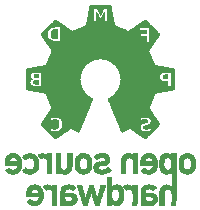
<source format=gbo>
G04 #@! TF.GenerationSoftware,KiCad,Pcbnew,5.1.4-e60b266~84~ubuntu18.04.1*
G04 #@! TF.CreationDate,2019-08-27T12:53:06+05:30*
G04 #@! TF.ProjectId,senseCam_Adapter_rev1,73656e73-6543-4616-9d5f-416461707465,rev?*
G04 #@! TF.SameCoordinates,Original*
G04 #@! TF.FileFunction,Legend,Bot*
G04 #@! TF.FilePolarity,Positive*
%FSLAX46Y46*%
G04 Gerber Fmt 4.6, Leading zero omitted, Abs format (unit mm)*
G04 Created by KiCad (PCBNEW 5.1.4-e60b266~84~ubuntu18.04.1) date 2019-08-27 12:53:06*
%MOMM*%
%LPD*%
G04 APERTURE LIST*
%ADD10C,0.010000*%
G04 APERTURE END LIST*
D10*
G36*
X65085271Y-29189229D02*
G01*
X65062547Y-29210542D01*
X65067209Y-29222794D01*
X65070168Y-29223000D01*
X65088071Y-29207966D01*
X65094605Y-29198563D01*
X65097100Y-29184079D01*
X65085271Y-29189229D01*
X65085271Y-29189229D01*
G37*
X65085271Y-29189229D02*
X65062547Y-29210542D01*
X65067209Y-29222794D01*
X65070168Y-29223000D01*
X65088071Y-29207966D01*
X65094605Y-29198563D01*
X65097100Y-29184079D01*
X65085271Y-29189229D01*
G36*
X64976167Y-29297084D02*
G01*
X64986750Y-29307667D01*
X64997333Y-29297084D01*
X64986750Y-29286500D01*
X64976167Y-29297084D01*
X64976167Y-29297084D01*
G37*
X64976167Y-29297084D02*
X64986750Y-29307667D01*
X64997333Y-29297084D01*
X64986750Y-29286500D01*
X64976167Y-29297084D01*
G36*
X64976167Y-30037917D02*
G01*
X64986750Y-30048500D01*
X64997333Y-30037917D01*
X64986750Y-30027334D01*
X64976167Y-30037917D01*
X64976167Y-30037917D01*
G37*
X64976167Y-30037917D02*
X64986750Y-30048500D01*
X64997333Y-30037917D01*
X64986750Y-30027334D01*
X64976167Y-30037917D01*
G36*
X65511766Y-29294084D02*
G01*
X65466128Y-29300088D01*
X65452832Y-29308339D01*
X65444267Y-29316727D01*
X65417386Y-29312942D01*
X65385931Y-29309578D01*
X65387939Y-29327220D01*
X65388877Y-29328770D01*
X65394574Y-29346493D01*
X65380037Y-29340470D01*
X65348228Y-29342208D01*
X65308538Y-29367953D01*
X65274487Y-29405189D01*
X65259598Y-29441398D01*
X65261051Y-29450625D01*
X65260117Y-29468638D01*
X65247494Y-29464044D01*
X65231838Y-29463341D01*
X65236489Y-29484111D01*
X65240239Y-29513519D01*
X65233311Y-29519334D01*
X65225753Y-29538721D01*
X65221243Y-29589882D01*
X65220631Y-29662312D01*
X65220883Y-29672792D01*
X65223736Y-29768515D01*
X65226685Y-29829019D01*
X65230966Y-29861405D01*
X65237816Y-29872772D01*
X65248469Y-29870219D01*
X65254604Y-29866562D01*
X65268989Y-29863955D01*
X65262970Y-29877463D01*
X65264708Y-29909272D01*
X65290453Y-29948963D01*
X65327689Y-29983013D01*
X65363898Y-29997902D01*
X65373125Y-29996450D01*
X65391146Y-29997415D01*
X65386706Y-30009744D01*
X65387792Y-30025538D01*
X65417386Y-30022058D01*
X65448704Y-30018850D01*
X65452832Y-30026662D01*
X65466661Y-30035038D01*
X65512763Y-30040990D01*
X65579803Y-30043209D01*
X65717000Y-30043209D01*
X65717000Y-29962455D01*
X65330811Y-29962455D01*
X65327915Y-29963834D01*
X65308599Y-29948933D01*
X65304250Y-29942667D01*
X65298856Y-29922878D01*
X65301752Y-29921500D01*
X65321068Y-29936401D01*
X65325417Y-29942667D01*
X65330811Y-29962455D01*
X65717000Y-29962455D01*
X65717000Y-29377234D01*
X65332588Y-29377234D01*
X65327438Y-29389063D01*
X65306125Y-29411786D01*
X65293873Y-29407125D01*
X65293667Y-29404166D01*
X65308701Y-29386263D01*
X65318104Y-29379729D01*
X65332588Y-29377234D01*
X65717000Y-29377234D01*
X65717000Y-29291792D01*
X65579803Y-29291792D01*
X65511766Y-29294084D01*
X65511766Y-29294084D01*
G37*
X65511766Y-29294084D02*
X65466128Y-29300088D01*
X65452832Y-29308339D01*
X65444267Y-29316727D01*
X65417386Y-29312942D01*
X65385931Y-29309578D01*
X65387939Y-29327220D01*
X65388877Y-29328770D01*
X65394574Y-29346493D01*
X65380037Y-29340470D01*
X65348228Y-29342208D01*
X65308538Y-29367953D01*
X65274487Y-29405189D01*
X65259598Y-29441398D01*
X65261051Y-29450625D01*
X65260117Y-29468638D01*
X65247494Y-29464044D01*
X65231838Y-29463341D01*
X65236489Y-29484111D01*
X65240239Y-29513519D01*
X65233311Y-29519334D01*
X65225753Y-29538721D01*
X65221243Y-29589882D01*
X65220631Y-29662312D01*
X65220883Y-29672792D01*
X65223736Y-29768515D01*
X65226685Y-29829019D01*
X65230966Y-29861405D01*
X65237816Y-29872772D01*
X65248469Y-29870219D01*
X65254604Y-29866562D01*
X65268989Y-29863955D01*
X65262970Y-29877463D01*
X65264708Y-29909272D01*
X65290453Y-29948963D01*
X65327689Y-29983013D01*
X65363898Y-29997902D01*
X65373125Y-29996450D01*
X65391146Y-29997415D01*
X65386706Y-30009744D01*
X65387792Y-30025538D01*
X65417386Y-30022058D01*
X65448704Y-30018850D01*
X65452832Y-30026662D01*
X65466661Y-30035038D01*
X65512763Y-30040990D01*
X65579803Y-30043209D01*
X65717000Y-30043209D01*
X65717000Y-29962455D01*
X65330811Y-29962455D01*
X65327915Y-29963834D01*
X65308599Y-29948933D01*
X65304250Y-29942667D01*
X65298856Y-29922878D01*
X65301752Y-29921500D01*
X65321068Y-29936401D01*
X65325417Y-29942667D01*
X65330811Y-29962455D01*
X65717000Y-29962455D01*
X65717000Y-29377234D01*
X65332588Y-29377234D01*
X65327438Y-29389063D01*
X65306125Y-29411786D01*
X65293873Y-29407125D01*
X65293667Y-29404166D01*
X65308701Y-29386263D01*
X65318104Y-29379729D01*
X65332588Y-29377234D01*
X65717000Y-29377234D01*
X65717000Y-29291792D01*
X65579803Y-29291792D01*
X65511766Y-29294084D01*
G36*
X65067474Y-30125673D02*
G01*
X65071417Y-30133167D01*
X65091360Y-30153381D01*
X65095082Y-30154334D01*
X65096526Y-30140661D01*
X65092583Y-30133167D01*
X65072640Y-30112953D01*
X65068918Y-30112000D01*
X65067474Y-30125673D01*
X65067474Y-30125673D01*
G37*
X65067474Y-30125673D02*
X65071417Y-30133167D01*
X65091360Y-30153381D01*
X65095082Y-30154334D01*
X65096526Y-30140661D01*
X65092583Y-30133167D01*
X65072640Y-30112953D01*
X65068918Y-30112000D01*
X65067474Y-30125673D01*
G36*
X63959436Y-33100157D02*
G01*
X63883442Y-33104617D01*
X63824848Y-33113733D01*
X63795831Y-33125572D01*
X63795401Y-33126162D01*
X63783592Y-33166250D01*
X63778667Y-33227105D01*
X63780758Y-33289696D01*
X63789996Y-33334990D01*
X63793910Y-33342018D01*
X63822769Y-33353992D01*
X63881447Y-33363295D01*
X63957439Y-33367969D01*
X63960110Y-33368022D01*
X64108333Y-33370760D01*
X64108333Y-33097407D01*
X63959436Y-33100157D01*
X63959436Y-33100157D01*
G37*
X63959436Y-33100157D02*
X63883442Y-33104617D01*
X63824848Y-33113733D01*
X63795831Y-33125572D01*
X63795401Y-33126162D01*
X63783592Y-33166250D01*
X63778667Y-33227105D01*
X63780758Y-33289696D01*
X63789996Y-33334990D01*
X63793910Y-33342018D01*
X63822769Y-33353992D01*
X63881447Y-33363295D01*
X63957439Y-33367969D01*
X63960110Y-33368022D01*
X64108333Y-33370760D01*
X64108333Y-33097407D01*
X63959436Y-33100157D01*
G36*
X63949959Y-33586742D02*
G01*
X63850946Y-33592597D01*
X63787016Y-33609017D01*
X63751280Y-33641063D01*
X63736849Y-33693797D01*
X63735691Y-33744135D01*
X63742246Y-33812966D01*
X63762707Y-33857326D01*
X63804649Y-33882645D01*
X63875650Y-33894354D01*
X63949504Y-33897416D01*
X64108333Y-33900435D01*
X64108333Y-33871675D01*
X63812000Y-33871675D01*
X63801704Y-33878011D01*
X63773566Y-33850820D01*
X63766967Y-33842625D01*
X63748661Y-33817553D01*
X63759622Y-33822809D01*
X63774958Y-33834634D01*
X63804273Y-33860745D01*
X63812000Y-33871675D01*
X64108333Y-33871675D01*
X64108333Y-33604661D01*
X63810614Y-33604661D01*
X63805358Y-33615622D01*
X63793533Y-33630959D01*
X63762638Y-33663866D01*
X63748848Y-33663723D01*
X63748500Y-33660009D01*
X63762965Y-33642340D01*
X63785542Y-33622967D01*
X63810614Y-33604661D01*
X64108333Y-33604661D01*
X64108333Y-33583732D01*
X63949959Y-33586742D01*
X63949959Y-33586742D01*
G37*
X63949959Y-33586742D02*
X63850946Y-33592597D01*
X63787016Y-33609017D01*
X63751280Y-33641063D01*
X63736849Y-33693797D01*
X63735691Y-33744135D01*
X63742246Y-33812966D01*
X63762707Y-33857326D01*
X63804649Y-33882645D01*
X63875650Y-33894354D01*
X63949504Y-33897416D01*
X64108333Y-33900435D01*
X64108333Y-33871675D01*
X63812000Y-33871675D01*
X63801704Y-33878011D01*
X63773566Y-33850820D01*
X63766967Y-33842625D01*
X63748661Y-33817553D01*
X63759622Y-33822809D01*
X63774958Y-33834634D01*
X63804273Y-33860745D01*
X63812000Y-33871675D01*
X64108333Y-33871675D01*
X64108333Y-33604661D01*
X63810614Y-33604661D01*
X63805358Y-33615622D01*
X63793533Y-33630959D01*
X63762638Y-33663866D01*
X63748848Y-33663723D01*
X63748500Y-33660009D01*
X63762965Y-33642340D01*
X63785542Y-33622967D01*
X63810614Y-33604661D01*
X64108333Y-33604661D01*
X64108333Y-33583732D01*
X63949959Y-33586742D01*
G36*
X63515667Y-34017250D02*
G01*
X63526250Y-34027834D01*
X63536833Y-34017250D01*
X63526250Y-34006667D01*
X63515667Y-34017250D01*
X63515667Y-34017250D01*
G37*
X63515667Y-34017250D02*
X63526250Y-34027834D01*
X63536833Y-34017250D01*
X63526250Y-34006667D01*
X63515667Y-34017250D01*
G36*
X74933903Y-33121486D02*
G01*
X74837341Y-33128105D01*
X74775215Y-33145452D01*
X74739915Y-33179373D01*
X74723825Y-33235715D01*
X74720113Y-33285683D01*
X74723708Y-33358428D01*
X74745122Y-33406691D01*
X74790901Y-33435467D01*
X74867590Y-33449750D01*
X74940375Y-33453723D01*
X75072667Y-33457450D01*
X75072667Y-33403417D01*
X74776333Y-33403417D01*
X74765750Y-33414000D01*
X74755167Y-33403417D01*
X74765750Y-33392834D01*
X74776333Y-33403417D01*
X75072667Y-33403417D01*
X75072667Y-33170584D01*
X74776333Y-33170584D01*
X74765750Y-33181167D01*
X74755167Y-33170584D01*
X74765750Y-33160000D01*
X74776333Y-33170584D01*
X75072667Y-33170584D01*
X75072667Y-33117663D01*
X74933903Y-33121486D01*
X74933903Y-33121486D01*
G37*
X74933903Y-33121486D02*
X74837341Y-33128105D01*
X74775215Y-33145452D01*
X74739915Y-33179373D01*
X74723825Y-33235715D01*
X74720113Y-33285683D01*
X74723708Y-33358428D01*
X74745122Y-33406691D01*
X74790901Y-33435467D01*
X74867590Y-33449750D01*
X74940375Y-33453723D01*
X75072667Y-33457450D01*
X75072667Y-33403417D01*
X74776333Y-33403417D01*
X74765750Y-33414000D01*
X74755167Y-33403417D01*
X74765750Y-33392834D01*
X74776333Y-33403417D01*
X75072667Y-33403417D01*
X75072667Y-33170584D01*
X74776333Y-33170584D01*
X74765750Y-33181167D01*
X74755167Y-33170584D01*
X74765750Y-33160000D01*
X74776333Y-33170584D01*
X75072667Y-33170584D01*
X75072667Y-33117663D01*
X74933903Y-33121486D01*
G36*
X66019976Y-36832955D02*
G01*
X66031800Y-36848292D01*
X66062695Y-36881199D01*
X66076486Y-36881056D01*
X66076833Y-36877342D01*
X66062369Y-36859673D01*
X66039792Y-36840300D01*
X66014720Y-36821994D01*
X66019976Y-36832955D01*
X66019976Y-36832955D01*
G37*
X66019976Y-36832955D02*
X66031800Y-36848292D01*
X66062695Y-36881199D01*
X66076486Y-36881056D01*
X66076833Y-36877342D01*
X66062369Y-36859673D01*
X66039792Y-36840300D01*
X66014720Y-36821994D01*
X66019976Y-36832955D01*
G36*
X66065712Y-37738643D02*
G01*
X66050375Y-37750467D01*
X66021060Y-37776578D01*
X66013333Y-37787509D01*
X66023630Y-37793844D01*
X66051768Y-37766654D01*
X66058367Y-37758459D01*
X66076673Y-37733387D01*
X66065712Y-37738643D01*
X66065712Y-37738643D01*
G37*
X66065712Y-37738643D02*
X66050375Y-37750467D01*
X66021060Y-37776578D01*
X66013333Y-37787509D01*
X66023630Y-37793844D01*
X66051768Y-37766654D01*
X66058367Y-37758459D01*
X66076673Y-37733387D01*
X66065712Y-37738643D01*
G36*
X62252308Y-40201006D02*
G01*
X62256250Y-40208500D01*
X62276194Y-40228714D01*
X62279915Y-40229667D01*
X62281359Y-40215994D01*
X62277417Y-40208500D01*
X62257473Y-40188286D01*
X62253752Y-40187334D01*
X62252308Y-40201006D01*
X62252308Y-40201006D01*
G37*
X62252308Y-40201006D02*
X62256250Y-40208500D01*
X62276194Y-40228714D01*
X62279915Y-40229667D01*
X62281359Y-40215994D01*
X62277417Y-40208500D01*
X62257473Y-40188286D01*
X62253752Y-40187334D01*
X62252308Y-40201006D01*
G36*
X61737667Y-40261417D02*
G01*
X61748250Y-40272000D01*
X61758833Y-40261417D01*
X61748250Y-40250834D01*
X61737667Y-40261417D01*
X61737667Y-40261417D01*
G37*
X61737667Y-40261417D02*
X61748250Y-40272000D01*
X61758833Y-40261417D01*
X61748250Y-40250834D01*
X61737667Y-40261417D01*
G36*
X68178976Y-40219622D02*
G01*
X68190800Y-40234959D01*
X68221695Y-40267866D01*
X68235486Y-40267723D01*
X68235833Y-40264009D01*
X68221369Y-40246340D01*
X68198792Y-40226967D01*
X68173720Y-40208661D01*
X68178976Y-40219622D01*
X68178976Y-40219622D01*
G37*
X68178976Y-40219622D02*
X68190800Y-40234959D01*
X68221695Y-40267866D01*
X68235486Y-40267723D01*
X68235833Y-40264009D01*
X68221369Y-40246340D01*
X68198792Y-40226967D01*
X68173720Y-40208661D01*
X68178976Y-40219622D01*
G36*
X68224712Y-41040643D02*
G01*
X68209375Y-41052467D01*
X68180060Y-41078578D01*
X68172333Y-41089509D01*
X68182630Y-41095844D01*
X68210768Y-41068654D01*
X68217367Y-41060459D01*
X68235673Y-41035387D01*
X68224712Y-41040643D01*
X68224712Y-41040643D01*
G37*
X68224712Y-41040643D02*
X68209375Y-41052467D01*
X68180060Y-41078578D01*
X68172333Y-41089509D01*
X68182630Y-41095844D01*
X68210768Y-41068654D01*
X68217367Y-41060459D01*
X68235673Y-41035387D01*
X68224712Y-41040643D01*
G36*
X73696833Y-40176750D02*
G01*
X73707417Y-40187334D01*
X73718000Y-40176750D01*
X73707417Y-40166167D01*
X73696833Y-40176750D01*
X73696833Y-40176750D01*
G37*
X73696833Y-40176750D02*
X73707417Y-40187334D01*
X73718000Y-40176750D01*
X73707417Y-40166167D01*
X73696833Y-40176750D01*
G36*
X73276771Y-40195896D02*
G01*
X73254047Y-40217208D01*
X73258709Y-40229461D01*
X73261668Y-40229667D01*
X73279571Y-40214633D01*
X73286105Y-40205230D01*
X73288600Y-40190745D01*
X73276771Y-40195896D01*
X73276771Y-40195896D01*
G37*
X73276771Y-40195896D02*
X73254047Y-40217208D01*
X73258709Y-40229461D01*
X73261668Y-40229667D01*
X73279571Y-40214633D01*
X73286105Y-40205230D01*
X73288600Y-40190745D01*
X73276771Y-40195896D01*
G36*
X76515271Y-40217062D02*
G01*
X76492726Y-40236738D01*
X76490833Y-40241499D01*
X76500879Y-40250199D01*
X76521793Y-40230705D01*
X76524605Y-40226396D01*
X76527100Y-40211912D01*
X76515271Y-40217062D01*
X76515271Y-40217062D01*
G37*
X76515271Y-40217062D02*
X76492726Y-40236738D01*
X76490833Y-40241499D01*
X76500879Y-40250199D01*
X76521793Y-40230705D01*
X76524605Y-40226396D01*
X76527100Y-40211912D01*
X76515271Y-40217062D01*
G36*
X76497474Y-41068839D02*
G01*
X76501417Y-41076334D01*
X76521360Y-41096548D01*
X76525082Y-41097500D01*
X76526526Y-41083828D01*
X76522583Y-41076334D01*
X76502640Y-41056119D01*
X76498918Y-41055167D01*
X76497474Y-41068839D01*
X76497474Y-41068839D01*
G37*
X76497474Y-41068839D02*
X76501417Y-41076334D01*
X76521360Y-41096548D01*
X76525082Y-41097500D01*
X76526526Y-41083828D01*
X76522583Y-41076334D01*
X76502640Y-41056119D01*
X76498918Y-41055167D01*
X76497474Y-41068839D01*
G36*
X63624771Y-42841729D02*
G01*
X63602047Y-42863042D01*
X63606709Y-42875294D01*
X63609668Y-42875500D01*
X63627571Y-42860466D01*
X63634105Y-42851063D01*
X63636600Y-42836579D01*
X63624771Y-42841729D01*
X63624771Y-42841729D01*
G37*
X63624771Y-42841729D02*
X63602047Y-42863042D01*
X63606709Y-42875294D01*
X63609668Y-42875500D01*
X63627571Y-42860466D01*
X63634105Y-42851063D01*
X63636600Y-42836579D01*
X63624771Y-42841729D01*
G36*
X67008167Y-43499917D02*
G01*
X67018750Y-43510500D01*
X67029333Y-43499917D01*
X67018750Y-43489334D01*
X67008167Y-43499917D01*
X67008167Y-43499917D01*
G37*
X67008167Y-43499917D02*
X67018750Y-43510500D01*
X67029333Y-43499917D01*
X67018750Y-43489334D01*
X67008167Y-43499917D01*
G36*
X67032604Y-43751896D02*
G01*
X67009881Y-43773208D01*
X67014542Y-43785461D01*
X67017501Y-43785667D01*
X67035404Y-43770633D01*
X67041938Y-43761230D01*
X67044433Y-43746745D01*
X67032604Y-43751896D01*
X67032604Y-43751896D01*
G37*
X67032604Y-43751896D02*
X67009881Y-43773208D01*
X67014542Y-43785461D01*
X67017501Y-43785667D01*
X67035404Y-43770633D01*
X67041938Y-43761230D01*
X67044433Y-43746745D01*
X67032604Y-43751896D01*
G36*
X70458333Y-42843750D02*
G01*
X70468917Y-42854334D01*
X70479500Y-42843750D01*
X70468917Y-42833167D01*
X70458333Y-42843750D01*
X70458333Y-42843750D01*
G37*
X70458333Y-42843750D02*
X70468917Y-42854334D01*
X70479500Y-42843750D01*
X70468917Y-42833167D01*
X70458333Y-42843750D01*
G36*
X70422641Y-43735839D02*
G01*
X70426583Y-43743334D01*
X70446527Y-43763548D01*
X70450249Y-43764500D01*
X70451693Y-43750828D01*
X70447750Y-43743334D01*
X70427807Y-43723119D01*
X70424085Y-43722167D01*
X70422641Y-43735839D01*
X70422641Y-43735839D01*
G37*
X70422641Y-43735839D02*
X70426583Y-43743334D01*
X70446527Y-43763548D01*
X70450249Y-43764500D01*
X70451693Y-43750828D01*
X70447750Y-43743334D01*
X70427807Y-43723119D01*
X70424085Y-43722167D01*
X70422641Y-43735839D01*
G36*
X70884937Y-43730729D02*
G01*
X70862214Y-43752042D01*
X70866875Y-43764294D01*
X70869834Y-43764500D01*
X70887737Y-43749466D01*
X70894271Y-43740063D01*
X70896766Y-43725579D01*
X70884937Y-43730729D01*
X70884937Y-43730729D01*
G37*
X70884937Y-43730729D02*
X70862214Y-43752042D01*
X70866875Y-43764294D01*
X70869834Y-43764500D01*
X70887737Y-43749466D01*
X70894271Y-43740063D01*
X70896766Y-43725579D01*
X70884937Y-43730729D01*
G36*
X73231167Y-43775084D02*
G01*
X73241750Y-43785667D01*
X73252333Y-43775084D01*
X73241750Y-43764500D01*
X73231167Y-43775084D01*
X73231167Y-43775084D01*
G37*
X73231167Y-43775084D02*
X73241750Y-43785667D01*
X73252333Y-43775084D01*
X73241750Y-43764500D01*
X73231167Y-43775084D01*
G36*
X74861000Y-40219084D02*
G01*
X74871583Y-40229667D01*
X74882167Y-40219084D01*
X74871583Y-40208500D01*
X74861000Y-40219084D01*
X74861000Y-40219084D01*
G37*
X74861000Y-40219084D02*
X74871583Y-40229667D01*
X74882167Y-40219084D01*
X74871583Y-40208500D01*
X74861000Y-40219084D01*
G36*
X74861000Y-41086917D02*
G01*
X74871583Y-41097500D01*
X74882167Y-41086917D01*
X74871583Y-41076334D01*
X74861000Y-41086917D01*
X74861000Y-41086917D01*
G37*
X74861000Y-41086917D02*
X74871583Y-41097500D01*
X74882167Y-41086917D01*
X74871583Y-41076334D01*
X74861000Y-41086917D01*
G36*
X68066500Y-34652250D02*
G01*
X68077083Y-34662834D01*
X68087667Y-34652250D01*
X68077083Y-34641667D01*
X68066500Y-34652250D01*
X68066500Y-34652250D01*
G37*
X68066500Y-34652250D02*
X68077083Y-34662834D01*
X68087667Y-34652250D01*
X68077083Y-34641667D01*
X68066500Y-34652250D01*
G36*
X70691167Y-34652250D02*
G01*
X70701750Y-34662834D01*
X70712333Y-34652250D01*
X70701750Y-34641667D01*
X70691167Y-34652250D01*
X70691167Y-34652250D01*
G37*
X70691167Y-34652250D02*
X70701750Y-34662834D01*
X70712333Y-34652250D01*
X70701750Y-34641667D01*
X70691167Y-34652250D01*
G36*
X69175252Y-27233475D02*
G01*
X68999602Y-27233997D01*
X68858652Y-27235049D01*
X68748584Y-27236779D01*
X68665581Y-27239336D01*
X68605827Y-27242867D01*
X68565505Y-27247522D01*
X68540799Y-27253449D01*
X68527890Y-27260796D01*
X68523779Y-27266994D01*
X68519762Y-27308590D01*
X68524785Y-27323181D01*
X68525527Y-27335427D01*
X68511427Y-27328847D01*
X68493730Y-27326815D01*
X68491241Y-27356908D01*
X68493907Y-27378493D01*
X68495163Y-27424008D01*
X68485037Y-27444860D01*
X68483765Y-27445000D01*
X68472450Y-27463025D01*
X68472886Y-27506471D01*
X68473018Y-27507382D01*
X68473989Y-27548314D01*
X68462470Y-27557574D01*
X68461993Y-27557292D01*
X68450339Y-27565739D01*
X68450897Y-27606554D01*
X68451410Y-27610209D01*
X68452842Y-27652872D01*
X68441947Y-27663742D01*
X68440826Y-27663126D01*
X68429238Y-27671642D01*
X68429784Y-27712683D01*
X68430407Y-27717160D01*
X68431663Y-27762675D01*
X68421537Y-27783527D01*
X68420265Y-27783667D01*
X68408950Y-27801692D01*
X68409386Y-27845138D01*
X68409518Y-27846049D01*
X68410489Y-27886981D01*
X68398970Y-27896240D01*
X68398493Y-27895959D01*
X68386839Y-27904406D01*
X68387397Y-27945220D01*
X68387910Y-27948876D01*
X68389342Y-27991538D01*
X68378447Y-28002409D01*
X68377326Y-28001792D01*
X68365738Y-28010309D01*
X68366284Y-28051350D01*
X68366907Y-28055827D01*
X68368163Y-28101342D01*
X68358037Y-28122194D01*
X68356765Y-28122333D01*
X68345450Y-28140359D01*
X68345886Y-28183805D01*
X68346018Y-28184716D01*
X68346989Y-28225648D01*
X68335470Y-28234907D01*
X68334993Y-28234626D01*
X68323405Y-28243142D01*
X68323951Y-28284183D01*
X68324574Y-28288660D01*
X68325830Y-28334175D01*
X68315704Y-28355027D01*
X68314432Y-28355167D01*
X68303117Y-28373192D01*
X68303553Y-28416638D01*
X68303684Y-28417549D01*
X68304655Y-28458481D01*
X68293136Y-28467740D01*
X68292660Y-28467459D01*
X68281006Y-28475906D01*
X68281564Y-28516720D01*
X68282076Y-28520376D01*
X68283508Y-28563038D01*
X68272614Y-28573909D01*
X68271493Y-28573292D01*
X68259905Y-28581809D01*
X68260451Y-28622850D01*
X68261074Y-28627327D01*
X68262330Y-28672842D01*
X68252204Y-28693694D01*
X68250932Y-28693833D01*
X68239617Y-28711859D01*
X68240053Y-28755305D01*
X68240184Y-28756216D01*
X68241668Y-28796396D01*
X68232725Y-28808279D01*
X68232004Y-28807883D01*
X68217787Y-28815788D01*
X68214667Y-28836041D01*
X68202847Y-28883399D01*
X68183664Y-28919177D01*
X68165340Y-28957309D01*
X68167144Y-28977922D01*
X68163232Y-28983436D01*
X68141758Y-28977105D01*
X68114222Y-28971847D01*
X68117044Y-28986327D01*
X68117760Y-29001881D01*
X68095877Y-28996911D01*
X68071243Y-28992790D01*
X68076882Y-29011007D01*
X68082717Y-29029061D01*
X68069581Y-29023821D01*
X68034446Y-29016384D01*
X67996819Y-29024981D01*
X67973487Y-29043515D01*
X67974213Y-29058461D01*
X67975195Y-29071297D01*
X67963748Y-29066154D01*
X67930622Y-29059424D01*
X67892286Y-29066326D01*
X67866240Y-29081729D01*
X67864882Y-29095134D01*
X67859108Y-29110310D01*
X67849314Y-29111443D01*
X67787268Y-29113826D01*
X67757859Y-29125451D01*
X67758107Y-29135944D01*
X67753290Y-29152473D01*
X67743481Y-29153776D01*
X67680306Y-29156391D01*
X67652319Y-29169159D01*
X67653600Y-29180424D01*
X67650015Y-29192106D01*
X67630211Y-29187411D01*
X67605576Y-29183290D01*
X67611215Y-29201507D01*
X67617050Y-29219561D01*
X67603915Y-29214321D01*
X67570789Y-29207591D01*
X67532452Y-29214492D01*
X67506407Y-29229896D01*
X67505048Y-29243301D01*
X67499275Y-29258476D01*
X67489481Y-29259609D01*
X67427434Y-29261993D01*
X67398025Y-29273617D01*
X67398273Y-29284110D01*
X67393457Y-29300640D01*
X67383647Y-29301943D01*
X67321601Y-29304326D01*
X67292192Y-29315951D01*
X67292440Y-29326444D01*
X67287624Y-29342973D01*
X67277814Y-29344276D01*
X67214640Y-29346891D01*
X67186652Y-29359659D01*
X67187934Y-29370924D01*
X67184348Y-29382606D01*
X67164544Y-29377911D01*
X67140032Y-29374673D01*
X67140121Y-29383445D01*
X67131287Y-29397068D01*
X67094468Y-29405357D01*
X67043737Y-29407799D01*
X66993168Y-29403880D01*
X66956832Y-29393086D01*
X66952775Y-29390279D01*
X66918411Y-29376964D01*
X66904723Y-29380273D01*
X66877136Y-29377470D01*
X66868776Y-29368242D01*
X66866446Y-29353105D01*
X66883188Y-29359150D01*
X66889648Y-29358682D01*
X66867501Y-29337433D01*
X66860000Y-29331141D01*
X66841675Y-29318250D01*
X66817667Y-29318250D01*
X66807083Y-29328834D01*
X66796500Y-29318250D01*
X66807083Y-29307667D01*
X66817667Y-29318250D01*
X66841675Y-29318250D01*
X66806772Y-29293697D01*
X66764774Y-29282666D01*
X66748875Y-29283994D01*
X66737506Y-29270379D01*
X66738292Y-29260042D01*
X66726080Y-29239089D01*
X66707372Y-29236385D01*
X66678922Y-29227640D01*
X66675622Y-29215218D01*
X66662603Y-29196317D01*
X66643872Y-29194052D01*
X66615422Y-29185306D01*
X66612122Y-29172885D01*
X66599047Y-29154113D01*
X66579770Y-29151819D01*
X66554061Y-29146348D01*
X66553904Y-29137006D01*
X66547971Y-29115444D01*
X66518754Y-29095354D01*
X66484507Y-29086395D01*
X66467806Y-29091453D01*
X66460896Y-29091391D01*
X66466272Y-29080125D01*
X66464615Y-29056654D01*
X66429673Y-29049190D01*
X66410209Y-29051160D01*
X66398839Y-29037546D01*
X66399625Y-29027208D01*
X66387413Y-29006255D01*
X66368705Y-29003552D01*
X66340255Y-28994806D01*
X66336955Y-28982385D01*
X66323936Y-28963484D01*
X66305205Y-28961218D01*
X66276755Y-28952473D01*
X66273455Y-28940052D01*
X66260380Y-28921280D01*
X66241103Y-28918985D01*
X66215395Y-28913514D01*
X66215237Y-28904172D01*
X66208389Y-28883234D01*
X66179300Y-28861559D01*
X66146321Y-28850427D01*
X66132533Y-28853328D01*
X66127795Y-28851924D01*
X66129921Y-28848885D01*
X66122705Y-28829293D01*
X66100180Y-28810250D01*
X66076833Y-28810250D01*
X66066250Y-28820834D01*
X66055667Y-28810250D01*
X66066250Y-28799667D01*
X66076833Y-28810250D01*
X66100180Y-28810250D01*
X66091553Y-28802957D01*
X66051528Y-28779606D01*
X66017693Y-28768966D01*
X66008838Y-28770695D01*
X65996252Y-28765239D01*
X65996934Y-28753615D01*
X65985230Y-28731371D01*
X65966539Y-28728385D01*
X65938088Y-28719640D01*
X65934789Y-28707218D01*
X65921769Y-28688317D01*
X65903039Y-28686052D01*
X65874588Y-28677306D01*
X65871289Y-28664885D01*
X65858136Y-28644354D01*
X65840202Y-28640647D01*
X65799199Y-28630102D01*
X65787286Y-28621378D01*
X65786083Y-28612232D01*
X65801667Y-28618193D01*
X65809469Y-28617835D01*
X65788147Y-28596742D01*
X65780500Y-28590308D01*
X65762175Y-28577417D01*
X65738167Y-28577417D01*
X65727583Y-28588000D01*
X65717000Y-28577417D01*
X65727583Y-28566834D01*
X65738167Y-28577417D01*
X65762175Y-28577417D01*
X65727272Y-28552864D01*
X65685274Y-28541833D01*
X65669375Y-28543160D01*
X65658006Y-28529546D01*
X65658792Y-28519208D01*
X65644379Y-28497917D01*
X65602464Y-28485723D01*
X65584277Y-28486205D01*
X65562606Y-28493454D01*
X65540387Y-28506638D01*
X65547667Y-28513917D01*
X65537083Y-28524500D01*
X65527812Y-28515229D01*
X65496516Y-28539186D01*
X65445949Y-28583133D01*
X65379602Y-28644777D01*
X65294403Y-28726849D01*
X65187276Y-28832083D01*
X65055149Y-28963210D01*
X64971427Y-29046640D01*
X64801099Y-29217104D01*
X64660283Y-29359337D01*
X64547960Y-29474435D01*
X64463111Y-29563494D01*
X64404717Y-29627609D01*
X64371760Y-29667875D01*
X64363221Y-29685388D01*
X64378081Y-29681243D01*
X64384985Y-29677166D01*
X64402750Y-29673604D01*
X64397756Y-29697311D01*
X64395009Y-29736558D01*
X64407497Y-29777616D01*
X64428246Y-29804677D01*
X64445672Y-29805904D01*
X64459096Y-29813188D01*
X64460485Y-29831770D01*
X64469000Y-29860600D01*
X64481552Y-29864122D01*
X64500453Y-29877141D01*
X64502718Y-29895872D01*
X64513206Y-29923600D01*
X64527948Y-29926267D01*
X64546910Y-29930699D01*
X64545029Y-29938171D01*
X64547271Y-29964768D01*
X64566381Y-30003992D01*
X64592631Y-30040778D01*
X64616295Y-30060065D01*
X64623218Y-30059254D01*
X64629551Y-30059065D01*
X64627662Y-30061867D01*
X64627363Y-30088590D01*
X64644224Y-30122185D01*
X64666962Y-30144301D01*
X64678506Y-30144571D01*
X64691929Y-30151855D01*
X64693319Y-30170436D01*
X64701834Y-30199267D01*
X64714385Y-30202789D01*
X64733286Y-30215808D01*
X64735552Y-30234539D01*
X64744297Y-30262989D01*
X64756718Y-30266289D01*
X64775620Y-30279308D01*
X64777885Y-30298039D01*
X64787703Y-30326045D01*
X64801542Y-30328959D01*
X64824287Y-30333655D01*
X64825494Y-30339542D01*
X64828344Y-30381287D01*
X64855176Y-30428530D01*
X64872641Y-30450667D01*
X64897334Y-30477484D01*
X64902418Y-30476031D01*
X64900527Y-30471834D01*
X64895330Y-30452799D01*
X64903712Y-30457452D01*
X64920737Y-30492166D01*
X64922980Y-30510369D01*
X64934639Y-30538501D01*
X64947218Y-30541455D01*
X64966120Y-30554475D01*
X64968385Y-30573205D01*
X64977130Y-30601655D01*
X64989552Y-30604955D01*
X65008453Y-30617975D01*
X65010718Y-30636705D01*
X65021206Y-30664434D01*
X65035948Y-30667101D01*
X65054910Y-30671533D01*
X65053029Y-30679005D01*
X65055271Y-30705602D01*
X65074381Y-30744825D01*
X65100631Y-30781611D01*
X65124295Y-30800899D01*
X65131218Y-30800087D01*
X65137551Y-30799898D01*
X65135662Y-30802700D01*
X65135363Y-30829424D01*
X65152224Y-30863019D01*
X65174962Y-30885134D01*
X65186506Y-30885404D01*
X65199929Y-30892688D01*
X65201319Y-30911270D01*
X65209834Y-30940100D01*
X65222385Y-30943622D01*
X65241286Y-30956641D01*
X65243552Y-30975372D01*
X65253043Y-31003514D01*
X65266447Y-31006546D01*
X65282635Y-31016517D01*
X65278725Y-31036476D01*
X65276065Y-31059962D01*
X65284778Y-31059410D01*
X65298567Y-31068467D01*
X65304250Y-31106833D01*
X65299519Y-31146155D01*
X65288375Y-31156480D01*
X65274332Y-31165756D01*
X65267037Y-31208781D01*
X65266776Y-31249481D01*
X65254780Y-31265259D01*
X65245347Y-31261883D01*
X65232057Y-31263764D01*
X65236911Y-31284377D01*
X65240153Y-31309047D01*
X65229924Y-31307767D01*
X65211944Y-31314058D01*
X65203438Y-31357823D01*
X65203276Y-31397647D01*
X65191280Y-31413426D01*
X65181847Y-31410050D01*
X65168557Y-31411931D01*
X65173411Y-31432544D01*
X65176653Y-31457214D01*
X65166424Y-31455934D01*
X65148444Y-31462225D01*
X65139938Y-31505990D01*
X65139776Y-31545814D01*
X65127780Y-31561592D01*
X65118347Y-31558217D01*
X65105057Y-31560098D01*
X65109911Y-31580711D01*
X65113153Y-31605381D01*
X65102924Y-31604100D01*
X65084944Y-31610392D01*
X65076438Y-31654157D01*
X65076276Y-31693981D01*
X65064280Y-31709759D01*
X65054847Y-31706383D01*
X65041557Y-31708264D01*
X65046411Y-31728877D01*
X65049653Y-31753547D01*
X65039424Y-31752267D01*
X65021444Y-31758558D01*
X65012938Y-31802323D01*
X65012776Y-31842147D01*
X65003735Y-31859967D01*
X64997006Y-31858047D01*
X64979942Y-31867219D01*
X64961864Y-31902456D01*
X64948167Y-31947978D01*
X64944246Y-31988005D01*
X64947941Y-32001535D01*
X64947797Y-32013571D01*
X64939166Y-32009712D01*
X64919236Y-32017148D01*
X64898754Y-32050996D01*
X64883742Y-32095846D01*
X64880225Y-32136292D01*
X64884441Y-32149702D01*
X64884410Y-32161591D01*
X64874224Y-32156988D01*
X64851682Y-32162561D01*
X64837127Y-32195183D01*
X64815702Y-32245636D01*
X64794406Y-32272530D01*
X64774886Y-32301777D01*
X64776416Y-32315489D01*
X64770573Y-32324706D01*
X64751544Y-32320077D01*
X64726873Y-32316835D01*
X64728160Y-32327073D01*
X64720467Y-32339590D01*
X64678393Y-32338792D01*
X64675709Y-32338410D01*
X64633046Y-32336978D01*
X64622176Y-32347872D01*
X64622792Y-32348993D01*
X64614346Y-32360647D01*
X64573531Y-32360089D01*
X64569876Y-32359576D01*
X64527213Y-32358145D01*
X64516342Y-32369039D01*
X64516959Y-32370160D01*
X64508704Y-32381996D01*
X64468525Y-32381397D01*
X64467049Y-32381184D01*
X64423293Y-32380513D01*
X64404673Y-32391642D01*
X64404667Y-32391932D01*
X64386543Y-32402893D01*
X64342479Y-32402666D01*
X64338160Y-32402074D01*
X64294863Y-32400477D01*
X64283405Y-32411146D01*
X64284126Y-32412493D01*
X64275679Y-32424147D01*
X64234864Y-32423589D01*
X64231209Y-32423076D01*
X64188546Y-32421645D01*
X64177676Y-32432539D01*
X64178292Y-32433660D01*
X64170038Y-32445496D01*
X64129859Y-32444897D01*
X64128382Y-32444684D01*
X64084627Y-32444013D01*
X64066007Y-32455142D01*
X64066000Y-32455432D01*
X64047876Y-32466393D01*
X64003812Y-32466166D01*
X63999493Y-32465574D01*
X63956196Y-32463977D01*
X63944738Y-32474646D01*
X63945459Y-32475993D01*
X63937204Y-32487829D01*
X63897025Y-32487230D01*
X63895549Y-32487018D01*
X63851793Y-32486347D01*
X63833173Y-32497476D01*
X63833167Y-32497765D01*
X63815043Y-32508726D01*
X63770979Y-32508499D01*
X63766660Y-32507907D01*
X63723363Y-32506310D01*
X63711905Y-32516979D01*
X63712626Y-32518326D01*
X63704179Y-32529980D01*
X63663364Y-32529423D01*
X63659709Y-32528910D01*
X63617046Y-32527478D01*
X63606176Y-32538372D01*
X63606792Y-32539493D01*
X63598538Y-32551329D01*
X63558359Y-32550730D01*
X63556882Y-32550518D01*
X63513127Y-32549847D01*
X63494507Y-32560976D01*
X63494500Y-32561265D01*
X63476376Y-32572226D01*
X63432312Y-32571999D01*
X63427993Y-32571407D01*
X63384696Y-32569810D01*
X63373238Y-32580479D01*
X63373959Y-32581826D01*
X63365512Y-32593480D01*
X63324697Y-32592923D01*
X63321042Y-32592410D01*
X63277504Y-32590962D01*
X63268113Y-32602916D01*
X63268603Y-32603765D01*
X63261958Y-32616314D01*
X63226130Y-32614124D01*
X63187584Y-32612037D01*
X63185537Y-32627522D01*
X63185545Y-32642526D01*
X63163841Y-32637500D01*
X63137891Y-32634077D01*
X63141333Y-32660008D01*
X63144671Y-32684839D01*
X63134424Y-32683600D01*
X63128470Y-32700655D01*
X63123479Y-32759233D01*
X63119473Y-32858534D01*
X63116473Y-32997760D01*
X63114499Y-33176111D01*
X63113573Y-33392786D01*
X63113500Y-33482125D01*
X63113670Y-33691853D01*
X63114287Y-33863351D01*
X63115517Y-34000724D01*
X63117522Y-34108075D01*
X63120467Y-34189505D01*
X63124516Y-34249120D01*
X63129832Y-34291021D01*
X63136579Y-34319313D01*
X63144922Y-34338098D01*
X63147864Y-34342643D01*
X63189063Y-34379501D01*
X63241997Y-34382932D01*
X63281395Y-34382383D01*
X63289292Y-34394341D01*
X63297809Y-34405929D01*
X63338850Y-34405383D01*
X63343327Y-34404760D01*
X63388842Y-34403504D01*
X63409694Y-34413630D01*
X63409833Y-34414902D01*
X63427859Y-34426217D01*
X63471305Y-34425781D01*
X63472216Y-34425649D01*
X63513148Y-34424678D01*
X63522407Y-34436197D01*
X63522126Y-34436674D01*
X63530572Y-34448328D01*
X63571387Y-34447770D01*
X63575042Y-34447257D01*
X63617705Y-34445825D01*
X63628576Y-34456720D01*
X63627959Y-34457841D01*
X63636475Y-34469429D01*
X63677517Y-34468883D01*
X63681993Y-34468260D01*
X63727508Y-34467004D01*
X63748360Y-34477130D01*
X63748500Y-34478402D01*
X63766525Y-34489717D01*
X63809971Y-34489281D01*
X63810882Y-34489149D01*
X63851814Y-34488178D01*
X63861074Y-34499697D01*
X63860792Y-34500174D01*
X63869239Y-34511828D01*
X63910054Y-34511270D01*
X63913709Y-34510757D01*
X63956372Y-34509325D01*
X63967242Y-34520220D01*
X63966626Y-34521341D01*
X63975142Y-34532929D01*
X64016183Y-34532383D01*
X64020660Y-34531760D01*
X64066175Y-34530504D01*
X64087027Y-34540630D01*
X64087167Y-34541902D01*
X64105192Y-34553217D01*
X64148638Y-34552781D01*
X64149549Y-34552649D01*
X64190481Y-34551678D01*
X64199740Y-34563197D01*
X64199459Y-34563674D01*
X64207975Y-34575262D01*
X64249017Y-34574716D01*
X64253493Y-34574093D01*
X64299008Y-34572837D01*
X64319860Y-34582963D01*
X64320000Y-34584235D01*
X64338025Y-34595550D01*
X64381471Y-34595114D01*
X64382382Y-34594983D01*
X64423314Y-34594012D01*
X64432574Y-34605531D01*
X64432292Y-34606007D01*
X64440739Y-34617661D01*
X64481554Y-34617103D01*
X64485209Y-34616591D01*
X64527872Y-34615159D01*
X64538742Y-34626053D01*
X64538126Y-34627174D01*
X64546642Y-34638762D01*
X64587683Y-34638216D01*
X64592160Y-34637593D01*
X64637732Y-34635013D01*
X64658538Y-34641944D01*
X64658667Y-34642864D01*
X64676098Y-34659152D01*
X64715164Y-34676169D01*
X64756027Y-34686161D01*
X64769792Y-34686289D01*
X64783317Y-34698526D01*
X64783160Y-34699875D01*
X64782105Y-34745879D01*
X64791617Y-34776915D01*
X64804444Y-34780727D01*
X64820973Y-34785543D01*
X64822276Y-34795353D01*
X64824660Y-34857399D01*
X64836284Y-34886808D01*
X64846777Y-34886560D01*
X64863306Y-34891377D01*
X64864609Y-34901186D01*
X64866993Y-34963233D01*
X64878617Y-34992642D01*
X64889110Y-34992394D01*
X64905640Y-34997210D01*
X64906943Y-35007020D01*
X64909326Y-35069066D01*
X64920951Y-35098475D01*
X64931444Y-35098227D01*
X64947973Y-35103043D01*
X64949276Y-35112853D01*
X64951660Y-35174899D01*
X64963284Y-35204308D01*
X64973777Y-35204060D01*
X64990306Y-35208877D01*
X64991609Y-35218686D01*
X64993993Y-35280733D01*
X65005617Y-35310142D01*
X65016110Y-35309894D01*
X65032640Y-35314710D01*
X65033943Y-35324520D01*
X65036326Y-35386566D01*
X65047951Y-35415975D01*
X65058444Y-35415727D01*
X65074973Y-35420543D01*
X65076276Y-35430353D01*
X65078660Y-35492399D01*
X65090284Y-35521808D01*
X65100777Y-35521560D01*
X65117306Y-35526377D01*
X65118609Y-35536186D01*
X65120993Y-35598233D01*
X65132617Y-35627642D01*
X65143110Y-35627394D01*
X65159640Y-35632210D01*
X65160943Y-35642020D01*
X65163326Y-35704066D01*
X65174951Y-35733475D01*
X65185444Y-35733227D01*
X65201973Y-35738043D01*
X65203276Y-35747853D01*
X65205522Y-35809125D01*
X65216477Y-35839394D01*
X65226558Y-35839814D01*
X65235649Y-35852022D01*
X65239264Y-35895218D01*
X65238358Y-35928523D01*
X65232917Y-36008021D01*
X65226897Y-36052796D01*
X65218510Y-36070438D01*
X65205970Y-36068540D01*
X65205472Y-36068237D01*
X65189241Y-36074574D01*
X65183522Y-36109142D01*
X65185327Y-36128625D01*
X65171713Y-36139994D01*
X65161375Y-36139208D01*
X65140422Y-36151421D01*
X65137718Y-36170128D01*
X65128973Y-36198579D01*
X65116552Y-36201878D01*
X65097650Y-36214898D01*
X65095385Y-36233628D01*
X65086640Y-36262079D01*
X65074218Y-36265378D01*
X65053687Y-36278531D01*
X65049980Y-36296465D01*
X65039435Y-36337468D01*
X65030712Y-36349381D01*
X65021566Y-36350584D01*
X65027527Y-36335000D01*
X65027168Y-36327198D01*
X65006076Y-36348520D01*
X64999641Y-36356167D01*
X64962197Y-36409395D01*
X64951166Y-36451393D01*
X64952494Y-36467292D01*
X64938879Y-36478661D01*
X64928542Y-36477875D01*
X64907589Y-36490087D01*
X64904885Y-36508795D01*
X64896140Y-36537245D01*
X64883718Y-36540545D01*
X64864817Y-36553564D01*
X64862552Y-36572295D01*
X64853806Y-36600745D01*
X64841385Y-36604045D01*
X64822613Y-36617120D01*
X64820319Y-36636397D01*
X64814848Y-36662106D01*
X64805506Y-36662263D01*
X64784568Y-36669112D01*
X64762892Y-36698201D01*
X64751761Y-36731179D01*
X64754662Y-36744967D01*
X64753257Y-36749706D01*
X64750218Y-36747580D01*
X64730626Y-36754795D01*
X64704291Y-36785947D01*
X64680940Y-36825972D01*
X64670299Y-36859808D01*
X64672029Y-36868662D01*
X64666572Y-36881248D01*
X64654948Y-36880566D01*
X64632705Y-36892270D01*
X64629718Y-36910962D01*
X64620973Y-36939412D01*
X64608552Y-36942712D01*
X64589650Y-36955731D01*
X64587385Y-36974462D01*
X64578640Y-37002912D01*
X64566218Y-37006212D01*
X64545687Y-37019364D01*
X64541980Y-37037298D01*
X64531435Y-37078302D01*
X64522712Y-37090215D01*
X64513566Y-37091418D01*
X64519527Y-37075834D01*
X64519168Y-37068031D01*
X64498076Y-37089353D01*
X64491641Y-37097000D01*
X64454347Y-37149900D01*
X64443345Y-37191650D01*
X64445018Y-37209698D01*
X64434687Y-37217604D01*
X64426318Y-37213716D01*
X64406667Y-37222114D01*
X64383730Y-37255595D01*
X64366393Y-37298699D01*
X64362333Y-37325048D01*
X64376787Y-37342539D01*
X64418010Y-37386632D01*
X64482797Y-37454040D01*
X64567939Y-37541473D01*
X64670230Y-37645643D01*
X64786463Y-37763262D01*
X64913433Y-37891040D01*
X64949204Y-37926920D01*
X65110437Y-38087797D01*
X65244508Y-38219876D01*
X65353439Y-38325028D01*
X65439253Y-38405120D01*
X65503971Y-38462024D01*
X65549616Y-38497607D01*
X65578208Y-38513740D01*
X65585454Y-38515167D01*
X65618789Y-38508626D01*
X65623227Y-38496390D01*
X65629912Y-38482102D01*
X65648436Y-38480515D01*
X65675164Y-38472621D01*
X65526281Y-38472621D01*
X65526201Y-38472834D01*
X65509369Y-38458378D01*
X65466018Y-38417203D01*
X65399495Y-38352593D01*
X65313144Y-38267832D01*
X65210310Y-38166205D01*
X65094338Y-38050998D01*
X64968574Y-37925494D01*
X64955000Y-37911917D01*
X64829205Y-37785783D01*
X64713810Y-37669552D01*
X64612018Y-37566491D01*
X64527029Y-37479861D01*
X64462043Y-37412929D01*
X64420262Y-37368958D01*
X64404886Y-37351212D01*
X64404966Y-37351000D01*
X64421798Y-37365455D01*
X64465149Y-37406630D01*
X64531672Y-37471241D01*
X64618023Y-37556002D01*
X64720857Y-37657629D01*
X64836829Y-37772836D01*
X64962593Y-37898339D01*
X64976167Y-37911917D01*
X65101962Y-38038051D01*
X65217357Y-38154281D01*
X65319149Y-38257343D01*
X65404138Y-38343972D01*
X65469124Y-38410905D01*
X65510905Y-38454876D01*
X65526281Y-38472621D01*
X65675164Y-38472621D01*
X65677267Y-38472000D01*
X65680789Y-38459449D01*
X65693808Y-38440547D01*
X65712539Y-38438282D01*
X65740989Y-38429537D01*
X65744289Y-38417115D01*
X65757308Y-38398214D01*
X65776039Y-38395949D01*
X65804045Y-38386130D01*
X65806959Y-38372292D01*
X65811655Y-38349547D01*
X65817542Y-38348340D01*
X65859287Y-38345489D01*
X65906530Y-38318658D01*
X65912327Y-38314084D01*
X65886333Y-38314084D01*
X65875750Y-38324667D01*
X65865167Y-38314084D01*
X65875750Y-38303500D01*
X65886333Y-38314084D01*
X65912327Y-38314084D01*
X65928667Y-38301193D01*
X65955484Y-38276500D01*
X65954031Y-38271416D01*
X65949833Y-38273307D01*
X65930799Y-38278504D01*
X65935452Y-38270122D01*
X65970166Y-38253096D01*
X65988369Y-38250853D01*
X66016501Y-38239195D01*
X66019455Y-38226615D01*
X66032475Y-38207714D01*
X66051205Y-38205449D01*
X66079655Y-38196704D01*
X66082955Y-38184282D01*
X66095975Y-38165381D01*
X66114705Y-38163115D01*
X66142712Y-38153297D01*
X66145625Y-38139459D01*
X66150322Y-38116713D01*
X66156209Y-38115507D01*
X66197954Y-38112656D01*
X66245197Y-38085824D01*
X66250994Y-38081250D01*
X66225000Y-38081250D01*
X66214417Y-38091834D01*
X66203833Y-38081250D01*
X66214417Y-38070667D01*
X66225000Y-38081250D01*
X66250994Y-38081250D01*
X66267333Y-38068359D01*
X66294151Y-38043667D01*
X66292698Y-38038583D01*
X66288500Y-38040474D01*
X66269466Y-38045671D01*
X66274119Y-38037289D01*
X66308833Y-38020263D01*
X66327036Y-38018020D01*
X66355168Y-38006362D01*
X66358122Y-37993782D01*
X66371141Y-37974881D01*
X66389872Y-37972615D01*
X66418322Y-37963870D01*
X66421622Y-37951449D01*
X66434641Y-37932547D01*
X66453372Y-37930282D01*
X66481100Y-37919795D01*
X66483767Y-37905052D01*
X66488199Y-37886090D01*
X66495671Y-37887972D01*
X66522268Y-37885729D01*
X66561492Y-37866620D01*
X66587000Y-37848417D01*
X66563667Y-37848417D01*
X66553083Y-37859000D01*
X66542500Y-37848417D01*
X66553083Y-37837834D01*
X66563667Y-37848417D01*
X66587000Y-37848417D01*
X66598278Y-37840369D01*
X66617565Y-37816705D01*
X66616754Y-37809782D01*
X66616565Y-37803450D01*
X66619367Y-37805339D01*
X66646090Y-37805638D01*
X66679685Y-37788777D01*
X66701801Y-37766038D01*
X66702071Y-37754495D01*
X66709355Y-37741071D01*
X66727936Y-37739682D01*
X66756767Y-37731167D01*
X66760289Y-37718615D01*
X66773308Y-37699714D01*
X66792039Y-37697449D01*
X66819767Y-37686961D01*
X66822434Y-37672219D01*
X66828590Y-37654457D01*
X66837872Y-37657322D01*
X66871091Y-37658534D01*
X66904450Y-37646201D01*
X66935498Y-37632417D01*
X66936838Y-37642490D01*
X66933328Y-37648556D01*
X66931061Y-37666391D01*
X66962553Y-37663225D01*
X66994401Y-37660906D01*
X66994140Y-37674071D01*
X66995748Y-37687523D01*
X67019924Y-37681562D01*
X67045427Y-37675345D01*
X67044639Y-37681417D01*
X67048847Y-37700586D01*
X67078968Y-37725903D01*
X67121045Y-37749291D01*
X67161120Y-37762671D01*
X67182043Y-37760942D01*
X67194951Y-37759520D01*
X67187882Y-37774660D01*
X67183127Y-37793533D01*
X67206877Y-37788756D01*
X67231759Y-37784891D01*
X67232180Y-37792647D01*
X67239571Y-37812639D01*
X67272220Y-37833215D01*
X67313778Y-37847156D01*
X67347893Y-37847244D01*
X67351690Y-37845415D01*
X67364920Y-37844319D01*
X67361505Y-37852386D01*
X67371176Y-37872704D01*
X67410036Y-37902127D01*
X67446427Y-37922403D01*
X67544387Y-37971326D01*
X67575352Y-37933084D01*
X67558500Y-37933084D01*
X67547917Y-37943667D01*
X67537333Y-37933084D01*
X67547917Y-37922500D01*
X67558500Y-37933084D01*
X67575352Y-37933084D01*
X67584119Y-37922258D01*
X67609219Y-37878008D01*
X67612585Y-37843829D01*
X67612459Y-37827250D01*
X67325667Y-37827250D01*
X67315083Y-37837834D01*
X67304500Y-37827250D01*
X67315083Y-37816667D01*
X67325667Y-37827250D01*
X67612459Y-37827250D01*
X67612437Y-37824465D01*
X67620719Y-37826458D01*
X67640359Y-37820778D01*
X67647250Y-37806084D01*
X67283333Y-37806084D01*
X67272750Y-37816667D01*
X67262167Y-37806084D01*
X67272750Y-37795500D01*
X67283333Y-37806084D01*
X67647250Y-37806084D01*
X67654794Y-37790002D01*
X67655284Y-37784917D01*
X67643167Y-37784917D01*
X67632583Y-37795500D01*
X67622000Y-37784917D01*
X67632583Y-37774334D01*
X67643167Y-37784917D01*
X67655284Y-37784917D01*
X67658523Y-37751366D01*
X67651846Y-37728919D01*
X67648959Y-37714443D01*
X67664660Y-37721619D01*
X67683533Y-37726373D01*
X67678756Y-37702623D01*
X67675514Y-37677953D01*
X67685743Y-37679233D01*
X67703723Y-37672942D01*
X67712229Y-37629177D01*
X67712391Y-37589353D01*
X67721723Y-37571732D01*
X67728699Y-37573785D01*
X67747039Y-37567305D01*
X67760552Y-37535996D01*
X67764109Y-37497359D01*
X67757679Y-37474919D01*
X67754792Y-37460443D01*
X67770493Y-37467619D01*
X67789366Y-37472373D01*
X67784590Y-37448623D01*
X67781348Y-37423953D01*
X67791576Y-37425233D01*
X67809556Y-37418942D01*
X67818062Y-37375177D01*
X67818224Y-37335353D01*
X67828370Y-37318290D01*
X67836057Y-37320727D01*
X67852379Y-37313139D01*
X67853198Y-37308667D01*
X66214417Y-37308667D01*
X66212769Y-37390126D01*
X66208358Y-37451199D01*
X66201982Y-37483001D01*
X66198542Y-37485313D01*
X66185850Y-37495786D01*
X66178070Y-37538476D01*
X66176943Y-37599481D01*
X66164947Y-37615259D01*
X66155513Y-37611883D01*
X66142224Y-37613764D01*
X66147077Y-37634377D01*
X66150320Y-37658910D01*
X66141153Y-37658423D01*
X66117387Y-37664682D01*
X66098317Y-37689074D01*
X66085959Y-37721989D01*
X66089953Y-37732000D01*
X66088748Y-37745062D01*
X66067010Y-37773493D01*
X66034528Y-37803876D01*
X66016105Y-37813320D01*
X65972131Y-37815409D01*
X65959098Y-37833203D01*
X65962438Y-37841104D01*
X65964930Y-37855740D01*
X65955014Y-37851619D01*
X65922240Y-37845598D01*
X65889417Y-37855776D01*
X65874745Y-37875034D01*
X65876971Y-37882142D01*
X65871228Y-37891505D01*
X65852211Y-37886911D01*
X65827472Y-37883649D01*
X65829304Y-37894679D01*
X65823489Y-37908065D01*
X65787297Y-37905790D01*
X65751046Y-37903982D01*
X65743583Y-37914140D01*
X65729308Y-37922445D01*
X65680670Y-37928837D01*
X65605623Y-37932512D01*
X65556229Y-37933084D01*
X65470301Y-37931275D01*
X65403016Y-37926418D01*
X65363612Y-37919363D01*
X65357167Y-37914740D01*
X65340287Y-37904525D01*
X65314804Y-37907474D01*
X65286158Y-37908868D01*
X65284303Y-37899360D01*
X65276887Y-37882619D01*
X65231779Y-37874450D01*
X65196367Y-37873940D01*
X65182294Y-37855405D01*
X65172917Y-37807999D01*
X65168535Y-37744958D01*
X65169444Y-37679515D01*
X65175942Y-37624905D01*
X65188328Y-37594361D01*
X65190047Y-37593049D01*
X65205931Y-37589418D01*
X65202838Y-37597846D01*
X65209387Y-37620994D01*
X65242296Y-37648310D01*
X65287406Y-37671712D01*
X65330558Y-37683113D01*
X65348779Y-37681170D01*
X65370405Y-37679269D01*
X65369405Y-37686990D01*
X65383357Y-37694860D01*
X65430312Y-37699685D01*
X65500998Y-37700662D01*
X65521764Y-37700197D01*
X65614736Y-37697320D01*
X65672630Y-37694389D01*
X65702681Y-37690021D01*
X65712122Y-37682830D01*
X65710830Y-37679084D01*
X65674667Y-37679084D01*
X65664083Y-37689667D01*
X65653500Y-37679084D01*
X65664083Y-37668500D01*
X65674667Y-37679084D01*
X65710830Y-37679084D01*
X65708188Y-37671430D01*
X65704396Y-37665230D01*
X65701824Y-37650443D01*
X65710280Y-37653764D01*
X65743511Y-37653445D01*
X65782174Y-37630019D01*
X65810237Y-37596448D01*
X65813914Y-37569955D01*
X65812828Y-37549370D01*
X65820858Y-37550863D01*
X65841547Y-37546133D01*
X65855495Y-37517269D01*
X65855586Y-37482471D01*
X65851382Y-37472820D01*
X65850268Y-37459700D01*
X65857997Y-37462986D01*
X65868648Y-37450251D01*
X65875706Y-37400228D01*
X65878514Y-37317858D01*
X65878535Y-37308667D01*
X64404667Y-37308667D01*
X64396922Y-37326089D01*
X64390556Y-37322778D01*
X64388022Y-37297658D01*
X64390556Y-37294556D01*
X64403139Y-37297461D01*
X64404667Y-37308667D01*
X65878535Y-37308667D01*
X65876160Y-37223521D01*
X65869472Y-37170260D01*
X65859129Y-37153825D01*
X65857997Y-37154348D01*
X65847331Y-37153268D01*
X65848881Y-37149917D01*
X64489333Y-37149917D01*
X64478750Y-37160500D01*
X64468167Y-37149917D01*
X64478750Y-37139334D01*
X64489333Y-37149917D01*
X65848881Y-37149917D01*
X65851382Y-37144514D01*
X65857402Y-37111740D01*
X65847224Y-37078917D01*
X65827966Y-37064245D01*
X65820858Y-37066471D01*
X65810544Y-37061683D01*
X65813914Y-37047379D01*
X65807073Y-37015291D01*
X65776201Y-36982485D01*
X65737330Y-36961926D01*
X65710280Y-36963570D01*
X65699587Y-36962532D01*
X65704396Y-36952104D01*
X65711718Y-36938583D01*
X65711601Y-36938250D01*
X65674667Y-36938250D01*
X65664083Y-36948834D01*
X65653500Y-36938250D01*
X65664083Y-36927667D01*
X65674667Y-36938250D01*
X65711601Y-36938250D01*
X65708626Y-36929836D01*
X65687886Y-36924480D01*
X65642263Y-36921128D01*
X65564524Y-36918397D01*
X65521764Y-36917136D01*
X65432483Y-36917011D01*
X65382038Y-36922865D01*
X65371576Y-36933857D01*
X65371074Y-36945169D01*
X65360672Y-36940416D01*
X65328686Y-36938238D01*
X65282761Y-36952109D01*
X65237158Y-36975068D01*
X65206137Y-37000153D01*
X65201874Y-37017927D01*
X65202096Y-37029821D01*
X65190047Y-37024285D01*
X65177001Y-36997165D01*
X65169875Y-36944536D01*
X65168371Y-36879631D01*
X65172192Y-36815686D01*
X65172980Y-36811250D01*
X64722167Y-36811250D01*
X64711583Y-36821834D01*
X64701000Y-36811250D01*
X64711583Y-36800667D01*
X64722167Y-36811250D01*
X65172980Y-36811250D01*
X65181039Y-36765933D01*
X65194614Y-36743607D01*
X65196367Y-36743394D01*
X65258227Y-36740078D01*
X65285759Y-36728092D01*
X65284973Y-36719058D01*
X65293952Y-36709283D01*
X65329203Y-36711543D01*
X65365454Y-36713352D01*
X65372917Y-36703194D01*
X65387161Y-36694855D01*
X65435719Y-36688449D01*
X65510589Y-36684793D01*
X65558250Y-36684250D01*
X65643830Y-36686115D01*
X65707344Y-36691164D01*
X65740788Y-36698580D01*
X65743583Y-36703194D01*
X65752158Y-36713564D01*
X65787297Y-36711543D01*
X65825407Y-36709776D01*
X65829304Y-36722655D01*
X65831972Y-36735210D01*
X65852211Y-36730423D01*
X65876841Y-36726909D01*
X65876971Y-36735191D01*
X65881701Y-36755880D01*
X65910564Y-36769828D01*
X65945363Y-36769919D01*
X65955014Y-36765715D01*
X65967438Y-36765146D01*
X65962438Y-36776230D01*
X65964549Y-36797999D01*
X65999947Y-36805278D01*
X66016105Y-36804014D01*
X66038662Y-36816692D01*
X66067010Y-36843840D01*
X66089700Y-36873993D01*
X66089953Y-36885334D01*
X66087019Y-36900782D01*
X66098317Y-36928260D01*
X66123346Y-36956916D01*
X66141153Y-36958910D01*
X66151626Y-36963723D01*
X66147077Y-36982956D01*
X66143786Y-37007736D01*
X66155513Y-37005450D01*
X66175203Y-37008011D01*
X66176943Y-37017853D01*
X66178332Y-37081810D01*
X66186425Y-37123021D01*
X66198542Y-37132021D01*
X66205564Y-37147036D01*
X66210996Y-37195490D01*
X66214039Y-37268496D01*
X66214417Y-37308667D01*
X67853198Y-37308667D01*
X67860369Y-37269531D01*
X67860558Y-37229520D01*
X67869890Y-37211899D01*
X67876866Y-37213952D01*
X67895206Y-37207472D01*
X67908719Y-37176162D01*
X67909186Y-37171084D01*
X67897167Y-37171084D01*
X67886583Y-37181667D01*
X67876000Y-37171084D01*
X67886583Y-37160500D01*
X67897167Y-37171084D01*
X67909186Y-37171084D01*
X67912275Y-37137526D01*
X67905846Y-37115086D01*
X67902959Y-37100610D01*
X67918660Y-37107785D01*
X67937533Y-37112540D01*
X67932756Y-37088790D01*
X67929514Y-37064120D01*
X67939743Y-37065400D01*
X67957723Y-37059109D01*
X67966229Y-37015344D01*
X67966391Y-36975520D01*
X67975723Y-36957899D01*
X67982699Y-36959952D01*
X68001039Y-36953472D01*
X68014552Y-36922162D01*
X68018109Y-36883526D01*
X68011679Y-36861086D01*
X68008792Y-36846610D01*
X68024493Y-36853785D01*
X68043366Y-36858540D01*
X68038590Y-36834790D01*
X68035348Y-36810120D01*
X68045576Y-36811400D01*
X68063556Y-36805109D01*
X68072062Y-36761344D01*
X68072224Y-36721520D01*
X68082370Y-36704457D01*
X68090057Y-36706894D01*
X68106379Y-36699305D01*
X68114369Y-36655697D01*
X68114558Y-36615686D01*
X68126553Y-36599908D01*
X68135987Y-36603284D01*
X68149277Y-36601403D01*
X68144423Y-36580790D01*
X68141181Y-36556120D01*
X68151409Y-36557400D01*
X68169390Y-36551109D01*
X68177896Y-36507344D01*
X68178058Y-36467520D01*
X68188204Y-36450457D01*
X68195890Y-36452894D01*
X68212212Y-36445305D01*
X68218848Y-36409084D01*
X64997333Y-36409084D01*
X64986750Y-36419667D01*
X64976167Y-36409084D01*
X64986750Y-36398500D01*
X64997333Y-36409084D01*
X68218848Y-36409084D01*
X68220202Y-36401697D01*
X68220391Y-36361686D01*
X68229723Y-36344066D01*
X68236699Y-36346119D01*
X68255039Y-36339639D01*
X68268552Y-36308329D01*
X68272109Y-36269692D01*
X68265679Y-36247252D01*
X68262792Y-36232776D01*
X68278493Y-36239952D01*
X68297366Y-36244707D01*
X68292590Y-36220956D01*
X68289348Y-36196286D01*
X68299576Y-36197567D01*
X68317556Y-36191275D01*
X68326062Y-36147510D01*
X68326224Y-36107686D01*
X68336370Y-36090624D01*
X68344057Y-36093060D01*
X68360379Y-36085472D01*
X68368369Y-36041864D01*
X68368558Y-36001853D01*
X68380553Y-35986075D01*
X68389987Y-35989450D01*
X68403277Y-35987569D01*
X68398423Y-35966956D01*
X68395181Y-35942286D01*
X68405409Y-35943567D01*
X68423390Y-35937275D01*
X68431896Y-35893510D01*
X68432058Y-35853686D01*
X68442204Y-35836624D01*
X68449890Y-35839060D01*
X68466212Y-35831472D01*
X68474202Y-35787864D01*
X68474391Y-35747853D01*
X68483723Y-35730232D01*
X68490699Y-35732285D01*
X68509039Y-35725805D01*
X68522552Y-35694496D01*
X68526109Y-35655859D01*
X68519679Y-35633419D01*
X68516792Y-35618943D01*
X68532493Y-35626119D01*
X68551366Y-35630873D01*
X68546590Y-35607123D01*
X68543348Y-35582453D01*
X68553576Y-35583733D01*
X68571556Y-35577442D01*
X68580062Y-35533677D01*
X68580224Y-35493853D01*
X68590370Y-35476790D01*
X68598057Y-35479227D01*
X68614379Y-35471639D01*
X68622369Y-35428031D01*
X68622558Y-35388020D01*
X68634553Y-35372241D01*
X68643987Y-35375617D01*
X68657277Y-35373736D01*
X68652423Y-35353123D01*
X68649181Y-35328453D01*
X68659409Y-35329733D01*
X68672320Y-35333341D01*
X68680180Y-35319093D01*
X68684687Y-35279052D01*
X68687542Y-35205283D01*
X68687760Y-35197292D01*
X68684954Y-35143790D01*
X68669839Y-35122302D01*
X68654195Y-35120718D01*
X68626074Y-35111850D01*
X68622955Y-35099552D01*
X68609880Y-35080780D01*
X68590603Y-35078485D01*
X68565211Y-35072573D01*
X68565394Y-35062610D01*
X68559838Y-35045483D01*
X68525464Y-35039643D01*
X68504135Y-35041851D01*
X68495956Y-35031697D01*
X68499436Y-35024253D01*
X68494548Y-35000940D01*
X68466086Y-34979516D01*
X68431966Y-34970282D01*
X68415140Y-34975787D01*
X68407984Y-34975980D01*
X68412949Y-34965521D01*
X68408870Y-34939164D01*
X68381224Y-34915413D01*
X68347788Y-34905974D01*
X68332103Y-34912287D01*
X68322581Y-34909958D01*
X68324028Y-34895667D01*
X68314550Y-34869797D01*
X68295322Y-34866643D01*
X68258022Y-34853649D01*
X68214821Y-34818319D01*
X68210655Y-34813727D01*
X68161750Y-34758084D01*
X68225250Y-34810644D01*
X68244630Y-34823977D01*
X68236349Y-34809919D01*
X68202283Y-34771401D01*
X68195471Y-34764126D01*
X68144429Y-34713627D01*
X68103092Y-34679426D01*
X68081866Y-34669232D01*
X68061985Y-34655481D01*
X68055155Y-34635323D01*
X68038449Y-34589794D01*
X68011356Y-34555161D01*
X67985057Y-34544975D01*
X67981825Y-34546422D01*
X67969492Y-34538381D01*
X67968348Y-34519731D01*
X67959833Y-34490900D01*
X67947282Y-34487378D01*
X67928381Y-34474359D01*
X67926115Y-34455628D01*
X67917370Y-34427178D01*
X67904949Y-34423878D01*
X67883785Y-34412139D01*
X67882573Y-34402712D01*
X67875694Y-34367451D01*
X67856149Y-34314502D01*
X67829746Y-34256029D01*
X67802291Y-34204196D01*
X67779593Y-34171167D01*
X67769482Y-34165840D01*
X67761104Y-34157268D01*
X67764892Y-34130386D01*
X67765720Y-34118953D01*
X64425833Y-34118953D01*
X64060708Y-34103224D01*
X63937602Y-34097842D01*
X63826725Y-34092846D01*
X63736072Y-34088608D01*
X63673641Y-34085500D01*
X63649980Y-34084123D01*
X63618994Y-34074224D01*
X63616410Y-34061278D01*
X63611155Y-34051256D01*
X63592123Y-34055744D01*
X63567345Y-34059033D01*
X63569608Y-34047342D01*
X63565724Y-34031678D01*
X63544724Y-34031710D01*
X63511457Y-34023682D01*
X63504596Y-34006667D01*
X63489973Y-33981542D01*
X63477663Y-33980209D01*
X63455653Y-33975273D01*
X63454673Y-33969625D01*
X63455845Y-33925612D01*
X63447824Y-33893108D01*
X63436292Y-33886980D01*
X63428158Y-33873021D01*
X63422433Y-33826941D01*
X63420417Y-33763250D01*
X63423179Y-33694582D01*
X63430524Y-33651445D01*
X63439889Y-33641744D01*
X63449911Y-33636488D01*
X63445423Y-33617456D01*
X63442181Y-33592786D01*
X63452409Y-33594067D01*
X63471208Y-33590036D01*
X63477236Y-33556001D01*
X63474076Y-33530417D01*
X63479951Y-33520421D01*
X63484837Y-33524281D01*
X63511719Y-33525642D01*
X63557804Y-33509219D01*
X63564913Y-33505675D01*
X63598930Y-33488084D01*
X63558000Y-33488084D01*
X63547417Y-33498667D01*
X63536833Y-33488084D01*
X63547417Y-33477500D01*
X63558000Y-33488084D01*
X63598930Y-33488084D01*
X63629958Y-33472039D01*
X63623633Y-33466917D01*
X63600333Y-33466917D01*
X63589750Y-33477500D01*
X63579167Y-33466917D01*
X63589750Y-33456334D01*
X63600333Y-33466917D01*
X63623633Y-33466917D01*
X63581191Y-33432550D01*
X63539706Y-33408512D01*
X63510192Y-33406801D01*
X63498157Y-33407137D01*
X63503635Y-33395177D01*
X63506136Y-33358518D01*
X63498415Y-33344281D01*
X63486035Y-33313057D01*
X63476443Y-33260743D01*
X63470442Y-33199872D01*
X63468834Y-33142975D01*
X63472421Y-33102584D01*
X63482005Y-33091232D01*
X63482222Y-33091361D01*
X63491919Y-33085943D01*
X63486395Y-33063576D01*
X63479539Y-33037363D01*
X63484562Y-33037173D01*
X63505759Y-33033131D01*
X63539060Y-33008662D01*
X63570367Y-32976590D01*
X63585585Y-32949741D01*
X63585289Y-32945532D01*
X63597322Y-32933628D01*
X63606455Y-32932992D01*
X63670659Y-32931427D01*
X63711573Y-32923205D01*
X63720142Y-32911292D01*
X63736863Y-32905655D01*
X63789268Y-32899978D01*
X63870711Y-32894712D01*
X63974546Y-32890306D01*
X64068143Y-32887728D01*
X64425833Y-32880039D01*
X64425833Y-34118953D01*
X67765720Y-34118953D01*
X67767196Y-34098595D01*
X67754308Y-34098636D01*
X67740243Y-34095144D01*
X67743725Y-34066886D01*
X67746029Y-34035095D01*
X67733142Y-34035136D01*
X67719077Y-34031644D01*
X67722558Y-34003386D01*
X67724819Y-33971886D01*
X67713059Y-33970966D01*
X67699963Y-33964859D01*
X67702210Y-33928797D01*
X67703951Y-33891564D01*
X67692399Y-33885986D01*
X67680486Y-33877762D01*
X67681118Y-33836558D01*
X67681591Y-33833209D01*
X67683099Y-33791912D01*
X67673938Y-33778717D01*
X67672469Y-33779438D01*
X67663440Y-33767124D01*
X67659692Y-33723191D01*
X67661001Y-33676611D01*
X67661682Y-33613593D01*
X67655782Y-33572026D01*
X67648347Y-33562167D01*
X67633837Y-33543741D01*
X67626658Y-33499359D01*
X67626637Y-33498667D01*
X67631668Y-33454128D01*
X67646306Y-33435174D01*
X67646625Y-33435167D01*
X67658683Y-33415747D01*
X67662501Y-33363290D01*
X67661085Y-33329320D01*
X67660182Y-33269070D01*
X67665896Y-33230739D01*
X67672028Y-33223487D01*
X67682205Y-33205452D01*
X67681273Y-33161971D01*
X67681149Y-33161118D01*
X67678953Y-33120391D01*
X67686220Y-33107566D01*
X67686753Y-33107858D01*
X67700360Y-33097748D01*
X67712142Y-33061555D01*
X67719037Y-33015511D01*
X67717982Y-32975849D01*
X67713885Y-32964056D01*
X67713400Y-32952132D01*
X67727897Y-32958956D01*
X67746709Y-32962587D01*
X67744380Y-32932997D01*
X67743725Y-32930447D01*
X67741436Y-32899808D01*
X67750974Y-32896637D01*
X67767620Y-32889297D01*
X67775709Y-32845639D01*
X67775891Y-32805686D01*
X67787887Y-32789908D01*
X67797320Y-32793284D01*
X67810610Y-32791403D01*
X67805756Y-32770790D01*
X67802243Y-32746159D01*
X67810525Y-32746029D01*
X67831282Y-32741415D01*
X67845086Y-32712279D01*
X67845104Y-32704917D01*
X67833667Y-32704917D01*
X67823083Y-32715500D01*
X67812500Y-32704917D01*
X67823083Y-32694334D01*
X67833667Y-32704917D01*
X67845104Y-32704917D01*
X67845174Y-32676434D01*
X67840925Y-32665965D01*
X67837675Y-32652641D01*
X67844250Y-32657157D01*
X67866790Y-32655919D01*
X67891278Y-32629580D01*
X67907515Y-32593590D01*
X67905706Y-32564026D01*
X67903248Y-32549581D01*
X67915063Y-32554729D01*
X67936688Y-32552706D01*
X67943815Y-32518678D01*
X67941482Y-32496969D01*
X67951637Y-32488789D01*
X67959080Y-32492270D01*
X67982394Y-32487381D01*
X68003818Y-32458919D01*
X68013051Y-32424799D01*
X68007547Y-32407973D01*
X68007352Y-32400815D01*
X68017806Y-32405779D01*
X68043264Y-32399194D01*
X68078386Y-32368620D01*
X68112114Y-32326984D01*
X68133388Y-32287211D01*
X68135292Y-32268451D01*
X68144197Y-32254397D01*
X68148618Y-32255125D01*
X68180225Y-32247909D01*
X68222115Y-32221037D01*
X68261362Y-32185568D01*
X68285040Y-32152560D01*
X68285945Y-32137640D01*
X68281825Y-32123247D01*
X68288140Y-32127380D01*
X68316252Y-32131720D01*
X68350445Y-32117120D01*
X68372803Y-32093881D01*
X68372436Y-32078914D01*
X68371572Y-32061674D01*
X68377135Y-32061316D01*
X68420222Y-32061959D01*
X68440295Y-32049348D01*
X68438394Y-32040557D01*
X68445079Y-32026269D01*
X68463603Y-32024682D01*
X68492128Y-32015429D01*
X68495379Y-32001887D01*
X68505350Y-31985699D01*
X68525310Y-31989609D01*
X68548860Y-31993024D01*
X68542952Y-31974993D01*
X68537162Y-31956837D01*
X68548477Y-31961082D01*
X68579778Y-31963990D01*
X68621232Y-31951846D01*
X68636992Y-31942917D01*
X68595667Y-31942917D01*
X68585083Y-31953500D01*
X68574500Y-31942917D01*
X68585083Y-31932334D01*
X68595667Y-31942917D01*
X68636992Y-31942917D01*
X68656489Y-31931871D01*
X68662737Y-31921750D01*
X68638000Y-31921750D01*
X68627417Y-31932334D01*
X68616833Y-31921750D01*
X68627417Y-31911167D01*
X68638000Y-31921750D01*
X68662737Y-31921750D01*
X68669200Y-31911284D01*
X68667987Y-31908314D01*
X68674217Y-31899664D01*
X68693290Y-31904423D01*
X68718089Y-31907738D01*
X68715527Y-31895571D01*
X68718705Y-31881226D01*
X68747114Y-31884725D01*
X68778805Y-31887009D01*
X68779121Y-31874558D01*
X68781860Y-31855090D01*
X68791686Y-31853391D01*
X68858776Y-31851692D01*
X68898137Y-31842078D01*
X68903803Y-31828474D01*
X68910576Y-31817657D01*
X68934304Y-31820360D01*
X68968042Y-31820964D01*
X68976667Y-31810737D01*
X68994336Y-31799065D01*
X69032729Y-31800754D01*
X69071554Y-31802675D01*
X69075058Y-31789249D01*
X69082735Y-31776071D01*
X69130256Y-31776473D01*
X69145995Y-31778384D01*
X69198690Y-31781371D01*
X69228309Y-31775131D01*
X69230667Y-31771079D01*
X69250103Y-31762159D01*
X69301515Y-31755560D01*
X69374561Y-31752498D01*
X69389417Y-31752417D01*
X69465296Y-31754702D01*
X69521429Y-31760745D01*
X69547472Y-31769332D01*
X69548167Y-31771079D01*
X69566684Y-31780209D01*
X69613019Y-31780523D01*
X69632838Y-31778384D01*
X69689070Y-31774994D01*
X69705517Y-31785195D01*
X69703776Y-31789249D01*
X69709057Y-31803159D01*
X69746104Y-31800754D01*
X69786864Y-31799486D01*
X69802167Y-31810737D01*
X69818986Y-31822825D01*
X69844529Y-31820360D01*
X69873176Y-31818966D01*
X69875030Y-31828474D01*
X69883788Y-31843631D01*
X69926974Y-31852362D01*
X69987147Y-31853391D01*
X70003017Y-31865270D01*
X69999712Y-31874558D01*
X70003697Y-31888174D01*
X70031720Y-31884725D01*
X70063568Y-31882406D01*
X70063307Y-31895571D01*
X70064698Y-31909312D01*
X70085544Y-31904423D01*
X70110425Y-31900557D01*
X70110847Y-31908314D01*
X70118238Y-31928306D01*
X70150887Y-31948882D01*
X70192444Y-31962823D01*
X70226560Y-31962910D01*
X70230357Y-31961082D01*
X70242920Y-31959981D01*
X70235882Y-31974993D01*
X70231149Y-31993998D01*
X70253524Y-31989609D01*
X70280928Y-31988753D01*
X70283455Y-32001887D01*
X70295973Y-32022077D01*
X70315231Y-32024682D01*
X70340622Y-32030594D01*
X70340440Y-32040557D01*
X70345996Y-32057684D01*
X70380369Y-32063524D01*
X70401698Y-32061316D01*
X70409878Y-32071470D01*
X70406397Y-32078914D01*
X70411286Y-32102227D01*
X70439748Y-32123651D01*
X70473868Y-32132885D01*
X70490694Y-32127380D01*
X70497852Y-32127185D01*
X70492888Y-32137640D01*
X70499473Y-32163098D01*
X70530047Y-32198220D01*
X70571683Y-32231947D01*
X70611456Y-32253221D01*
X70630216Y-32255125D01*
X70644270Y-32264030D01*
X70643542Y-32268451D01*
X70650758Y-32300058D01*
X70677630Y-32341949D01*
X70713099Y-32381196D01*
X70746107Y-32404873D01*
X70761027Y-32405779D01*
X70775420Y-32401658D01*
X70771287Y-32407973D01*
X70766947Y-32436085D01*
X70781547Y-32470278D01*
X70804786Y-32492637D01*
X70819753Y-32492270D01*
X70836993Y-32491405D01*
X70837351Y-32496969D01*
X70837141Y-32541764D01*
X70853168Y-32558358D01*
X70863771Y-32554729D01*
X70878257Y-32552235D01*
X70873128Y-32564026D01*
X70871568Y-32594582D01*
X70888171Y-32630512D01*
X70912742Y-32656364D01*
X70934584Y-32657157D01*
X70942491Y-32656173D01*
X70937908Y-32665965D01*
X70931849Y-32700058D01*
X70941785Y-32733446D01*
X70960954Y-32748317D01*
X70968309Y-32746029D01*
X70977672Y-32751772D01*
X70973077Y-32770790D01*
X70969786Y-32795570D01*
X70981513Y-32793284D01*
X71001203Y-32795844D01*
X71002943Y-32805686D01*
X71005372Y-32867974D01*
X71017222Y-32897098D01*
X71027860Y-32896637D01*
X71038260Y-32903827D01*
X71035109Y-32930447D01*
X71032805Y-32962239D01*
X71045692Y-32962197D01*
X71059757Y-32965689D01*
X71056275Y-32993947D01*
X71054015Y-33025448D01*
X71065775Y-33026367D01*
X71078871Y-33032475D01*
X71076624Y-33068537D01*
X71074883Y-33105769D01*
X71086435Y-33111347D01*
X71098529Y-33119377D01*
X71097854Y-33159943D01*
X71097684Y-33161118D01*
X71096546Y-33204889D01*
X71106557Y-33223481D01*
X71106806Y-33223487D01*
X71115897Y-33242430D01*
X71119158Y-33290902D01*
X71117749Y-33329320D01*
X71117237Y-33394419D01*
X71125529Y-33430615D01*
X71132208Y-33435167D01*
X71146973Y-33453514D01*
X71152221Y-33497736D01*
X71152197Y-33498667D01*
X71145153Y-33543285D01*
X71130704Y-33562163D01*
X71130487Y-33562167D01*
X71120733Y-33581209D01*
X71116612Y-33630273D01*
X71117833Y-33676611D01*
X71118737Y-33737145D01*
X71113495Y-33773824D01*
X71106365Y-33779438D01*
X71096221Y-33789046D01*
X71096534Y-33828007D01*
X71097243Y-33833209D01*
X71098680Y-33876140D01*
X71087474Y-33886568D01*
X71086435Y-33885986D01*
X71074504Y-33893217D01*
X71076624Y-33928797D01*
X71078384Y-33966751D01*
X71065775Y-33970966D01*
X71052888Y-33975733D01*
X71056275Y-34003386D01*
X71058579Y-34035177D01*
X71045692Y-34035136D01*
X71031627Y-34038628D01*
X71035109Y-34066886D01*
X71037413Y-34098677D01*
X71024525Y-34098636D01*
X71010460Y-34102128D01*
X71013942Y-34130386D01*
X71017155Y-34161707D01*
X71009351Y-34165840D01*
X70993638Y-34177899D01*
X70969005Y-34217483D01*
X70941259Y-34272428D01*
X70916207Y-34330572D01*
X70899656Y-34379750D01*
X70896261Y-34402712D01*
X70882898Y-34423634D01*
X70873885Y-34423878D01*
X70854984Y-34436898D01*
X70852718Y-34455628D01*
X70843973Y-34484079D01*
X70831552Y-34487378D01*
X70812780Y-34500453D01*
X70810485Y-34519731D01*
X70805575Y-34545840D01*
X70797009Y-34546422D01*
X70771810Y-34551696D01*
X70744117Y-34583481D01*
X70725108Y-34628225D01*
X70723678Y-34635323D01*
X70709138Y-34665271D01*
X70696968Y-34669232D01*
X70673029Y-34681365D01*
X70630569Y-34717158D01*
X70583363Y-34764126D01*
X70545791Y-34805876D01*
X70533738Y-34823582D01*
X70549080Y-34814313D01*
X70553583Y-34810644D01*
X70617083Y-34758084D01*
X70568179Y-34813727D01*
X70525471Y-34850737D01*
X70486636Y-34866679D01*
X70483512Y-34866643D01*
X70456100Y-34878072D01*
X70454806Y-34895667D01*
X70453564Y-34915492D01*
X70446731Y-34912287D01*
X70418523Y-34907190D01*
X70385222Y-34923570D01*
X70364607Y-34949721D01*
X70365884Y-34965521D01*
X70370010Y-34979920D01*
X70363694Y-34975787D01*
X70335582Y-34971447D01*
X70301389Y-34986047D01*
X70279030Y-35009286D01*
X70279397Y-35024253D01*
X70280262Y-35041493D01*
X70274698Y-35041851D01*
X70231612Y-35041208D01*
X70211538Y-35053819D01*
X70213440Y-35062610D01*
X70206755Y-35076898D01*
X70188231Y-35078485D01*
X70159400Y-35087000D01*
X70155878Y-35099552D01*
X70142914Y-35118522D01*
X70124639Y-35120718D01*
X70100680Y-35128277D01*
X70091400Y-35162440D01*
X70091073Y-35197292D01*
X70093866Y-35274259D01*
X70098170Y-35316830D01*
X70105682Y-35332941D01*
X70118103Y-35330529D01*
X70119424Y-35329733D01*
X70131106Y-35333319D01*
X70126411Y-35353123D01*
X70123120Y-35377903D01*
X70134847Y-35375617D01*
X70154537Y-35378177D01*
X70156276Y-35388020D01*
X70158660Y-35450066D01*
X70170284Y-35479475D01*
X70180777Y-35479227D01*
X70197306Y-35484043D01*
X70198609Y-35493853D01*
X70201225Y-35557027D01*
X70213992Y-35585015D01*
X70225258Y-35583733D01*
X70236940Y-35587319D01*
X70232244Y-35607123D01*
X70228124Y-35631757D01*
X70246340Y-35626119D01*
X70264395Y-35620284D01*
X70259154Y-35633419D01*
X70252424Y-35666545D01*
X70259326Y-35704881D01*
X70274729Y-35730927D01*
X70288134Y-35732285D01*
X70303310Y-35738059D01*
X70304443Y-35747853D01*
X70306826Y-35809899D01*
X70318451Y-35839308D01*
X70328944Y-35839060D01*
X70345473Y-35843877D01*
X70346776Y-35853686D01*
X70349391Y-35916861D01*
X70362159Y-35944848D01*
X70373424Y-35943567D01*
X70385106Y-35947152D01*
X70380411Y-35966956D01*
X70377120Y-35991736D01*
X70388847Y-35989450D01*
X70408537Y-35992011D01*
X70410276Y-36001853D01*
X70412660Y-36063899D01*
X70424284Y-36093308D01*
X70434777Y-36093060D01*
X70451306Y-36097877D01*
X70452609Y-36107686D01*
X70455225Y-36170861D01*
X70467992Y-36198848D01*
X70479258Y-36197567D01*
X70490940Y-36201152D01*
X70486244Y-36220956D01*
X70482124Y-36245591D01*
X70500340Y-36239952D01*
X70518395Y-36234117D01*
X70513154Y-36247252D01*
X70506424Y-36280378D01*
X70513326Y-36318715D01*
X70528729Y-36344760D01*
X70542134Y-36346119D01*
X70557310Y-36351892D01*
X70558443Y-36361686D01*
X70560826Y-36423733D01*
X70572451Y-36453142D01*
X70582944Y-36452894D01*
X70599473Y-36457710D01*
X70600776Y-36467520D01*
X70603391Y-36530694D01*
X70616159Y-36558682D01*
X70627424Y-36557400D01*
X70639106Y-36560986D01*
X70634411Y-36580790D01*
X70631120Y-36605570D01*
X70642847Y-36603284D01*
X70662537Y-36605844D01*
X70664276Y-36615686D01*
X70666660Y-36677733D01*
X70678284Y-36707142D01*
X70688777Y-36706894D01*
X70705306Y-36711710D01*
X70706609Y-36721520D01*
X70709225Y-36784694D01*
X70721992Y-36812682D01*
X70733258Y-36811400D01*
X70744940Y-36814986D01*
X70740244Y-36834790D01*
X70736124Y-36859424D01*
X70754340Y-36853785D01*
X70772395Y-36847950D01*
X70767154Y-36861086D01*
X70760424Y-36894211D01*
X70767326Y-36932548D01*
X70782729Y-36958593D01*
X70796134Y-36959952D01*
X70811310Y-36965725D01*
X70812443Y-36975520D01*
X70815058Y-37038694D01*
X70827826Y-37066682D01*
X70839091Y-37065400D01*
X70850773Y-37068986D01*
X70846077Y-37088790D01*
X70841957Y-37113424D01*
X70860174Y-37107785D01*
X70878228Y-37101950D01*
X70872988Y-37115086D01*
X70866257Y-37148211D01*
X70873159Y-37186548D01*
X70888562Y-37212593D01*
X70901968Y-37213952D01*
X70917143Y-37219725D01*
X70918276Y-37229520D01*
X70920660Y-37291566D01*
X70932284Y-37320975D01*
X70942777Y-37320727D01*
X70959306Y-37325543D01*
X70960609Y-37335353D01*
X70963225Y-37398527D01*
X70975992Y-37426515D01*
X70987258Y-37425233D01*
X70998940Y-37428819D01*
X70994244Y-37448623D01*
X70990124Y-37473257D01*
X71008340Y-37467619D01*
X71026395Y-37461784D01*
X71021154Y-37474919D01*
X71014424Y-37508045D01*
X71021326Y-37546381D01*
X71036729Y-37572427D01*
X71050134Y-37573785D01*
X71065310Y-37579559D01*
X71066443Y-37589353D01*
X71069058Y-37652527D01*
X71081826Y-37680515D01*
X71093091Y-37679233D01*
X71104773Y-37682819D01*
X71100077Y-37702623D01*
X71095957Y-37727257D01*
X71114174Y-37721619D01*
X71132228Y-37715784D01*
X71126988Y-37728919D01*
X71119980Y-37762825D01*
X71127519Y-37800905D01*
X71144104Y-37825924D01*
X71158115Y-37826458D01*
X71169264Y-37830590D01*
X71166248Y-37843829D01*
X71170321Y-37879954D01*
X71194714Y-37922258D01*
X71234447Y-37971326D01*
X71311019Y-37933084D01*
X71241500Y-37933084D01*
X71230917Y-37943667D01*
X71220333Y-37933084D01*
X71230917Y-37922500D01*
X71241500Y-37933084D01*
X71311019Y-37933084D01*
X71332406Y-37922403D01*
X71385107Y-37891296D01*
X71414849Y-37864159D01*
X71417329Y-37852386D01*
X71418153Y-37841308D01*
X71427144Y-37845415D01*
X71458445Y-37848323D01*
X71499899Y-37836180D01*
X71515660Y-37827250D01*
X71474333Y-37827250D01*
X71463750Y-37837834D01*
X71453167Y-37827250D01*
X71463750Y-37816667D01*
X71474333Y-37827250D01*
X71515660Y-37827250D01*
X71535156Y-37816205D01*
X71541404Y-37806084D01*
X71516667Y-37806084D01*
X71506083Y-37816667D01*
X71495500Y-37806084D01*
X71506083Y-37795500D01*
X71516667Y-37806084D01*
X71541404Y-37806084D01*
X71547866Y-37795617D01*
X71546654Y-37792647D01*
X71552221Y-37784917D01*
X71156833Y-37784917D01*
X71146250Y-37795500D01*
X71135667Y-37784917D01*
X71146250Y-37774334D01*
X71156833Y-37784917D01*
X71552221Y-37784917D01*
X71552884Y-37783997D01*
X71571956Y-37788756D01*
X71596591Y-37792877D01*
X71590952Y-37774660D01*
X71585159Y-37756522D01*
X71596791Y-37760942D01*
X71625579Y-37761014D01*
X71667282Y-37744762D01*
X71707941Y-37720264D01*
X71733598Y-37695599D01*
X71734194Y-37681417D01*
X71737538Y-37675369D01*
X71758909Y-37681562D01*
X71786578Y-37686508D01*
X71784693Y-37674071D01*
X71787872Y-37659726D01*
X71816281Y-37663225D01*
X71847815Y-37666370D01*
X71845506Y-37648556D01*
X71840500Y-37632649D01*
X71863856Y-37640707D01*
X71874383Y-37646201D01*
X71917357Y-37660140D01*
X71940962Y-37657322D01*
X71956630Y-37660619D01*
X71956400Y-37672219D01*
X71968103Y-37694462D01*
X71986795Y-37697449D01*
X72015245Y-37706194D01*
X72018545Y-37718615D01*
X72031620Y-37737387D01*
X72050897Y-37739682D01*
X72076606Y-37745153D01*
X72076763Y-37754495D01*
X72084523Y-37774606D01*
X72112932Y-37798078D01*
X72143704Y-37811650D01*
X72154175Y-37810630D01*
X72156788Y-37815074D01*
X72167117Y-37832464D01*
X72200867Y-37856681D01*
X72242242Y-37878612D01*
X72275445Y-37889145D01*
X72283162Y-37887972D01*
X72295748Y-37893428D01*
X72295066Y-37905052D01*
X72306770Y-37927296D01*
X72325462Y-37930282D01*
X72353912Y-37939027D01*
X72357212Y-37951449D01*
X72370231Y-37970350D01*
X72388962Y-37972615D01*
X72417412Y-37981361D01*
X72420712Y-37993782D01*
X72433864Y-38014313D01*
X72451798Y-38018020D01*
X72492802Y-38028565D01*
X72504715Y-38037289D01*
X72505918Y-38046435D01*
X72490333Y-38040474D01*
X72482531Y-38040832D01*
X72503853Y-38061925D01*
X72511500Y-38068359D01*
X72564728Y-38105803D01*
X72606726Y-38116834D01*
X72622625Y-38115507D01*
X72633994Y-38129121D01*
X72633208Y-38139459D01*
X72645421Y-38160412D01*
X72664128Y-38163115D01*
X72692579Y-38171861D01*
X72695878Y-38184282D01*
X72708898Y-38203183D01*
X72727628Y-38205449D01*
X72756079Y-38214194D01*
X72759378Y-38226615D01*
X72772531Y-38247146D01*
X72790465Y-38250853D01*
X72831468Y-38261399D01*
X72843381Y-38270122D01*
X72844584Y-38279268D01*
X72829000Y-38273307D01*
X72821198Y-38273665D01*
X72842520Y-38294758D01*
X72850167Y-38301193D01*
X72903395Y-38338636D01*
X72945393Y-38349667D01*
X72961292Y-38348340D01*
X72972661Y-38361954D01*
X72971875Y-38372292D01*
X72984087Y-38393245D01*
X73002795Y-38395949D01*
X73031245Y-38404694D01*
X73034545Y-38417115D01*
X73047564Y-38436017D01*
X73066295Y-38438282D01*
X73094745Y-38447027D01*
X73098045Y-38459449D01*
X73111120Y-38478221D01*
X73130397Y-38480515D01*
X73155789Y-38486427D01*
X73155607Y-38496390D01*
X73164023Y-38510603D01*
X73193380Y-38515167D01*
X73215584Y-38506447D01*
X73254013Y-38479040D01*
X73310690Y-38431078D01*
X73387636Y-38360691D01*
X73486873Y-38266009D01*
X73610423Y-38145163D01*
X73760308Y-37996285D01*
X73829629Y-37926920D01*
X73958951Y-37796960D01*
X74078405Y-37676269D01*
X74184784Y-37568136D01*
X74274881Y-37475851D01*
X74345490Y-37402702D01*
X74393403Y-37351978D01*
X74403577Y-37340417D01*
X74384750Y-37340417D01*
X73823983Y-37906625D01*
X73677944Y-38054023D01*
X73558923Y-38173969D01*
X73464196Y-38269138D01*
X73391037Y-38342202D01*
X73336722Y-38395835D01*
X73298526Y-38432709D01*
X73273724Y-38455497D01*
X73259591Y-38466873D01*
X73253401Y-38469510D01*
X73252333Y-38467392D01*
X73266841Y-38451801D01*
X73308172Y-38409741D01*
X73373041Y-38344496D01*
X73403445Y-38314084D01*
X72913667Y-38314084D01*
X72903083Y-38324667D01*
X72892500Y-38314084D01*
X72903083Y-38303500D01*
X72913667Y-38314084D01*
X73403445Y-38314084D01*
X73458159Y-38259356D01*
X73560241Y-38157605D01*
X73637051Y-38081250D01*
X72575000Y-38081250D01*
X72564417Y-38091834D01*
X72553833Y-38081250D01*
X72564417Y-38070667D01*
X72575000Y-38081250D01*
X73637051Y-38081250D01*
X73676001Y-38042531D01*
X73802150Y-37917420D01*
X73818542Y-37901184D01*
X74239705Y-37484067D01*
X73100755Y-37484067D01*
X73095605Y-37495896D01*
X73074292Y-37518620D01*
X73062040Y-37513958D01*
X73061833Y-37510999D01*
X73076868Y-37493096D01*
X73086271Y-37486562D01*
X73100755Y-37484067D01*
X74239705Y-37484067D01*
X74256517Y-37467417D01*
X73146500Y-37467417D01*
X73135917Y-37478000D01*
X73125333Y-37467417D01*
X73135917Y-37456834D01*
X73146500Y-37467417D01*
X74256517Y-37467417D01*
X74384750Y-37340417D01*
X74403577Y-37340417D01*
X74415414Y-37326968D01*
X74416500Y-37325048D01*
X74413016Y-37308667D01*
X74395333Y-37308667D01*
X74387589Y-37326089D01*
X74381222Y-37322778D01*
X74378689Y-37297658D01*
X74381222Y-37294556D01*
X74393806Y-37297461D01*
X74395333Y-37308667D01*
X74413016Y-37308667D01*
X74407789Y-37284096D01*
X74387578Y-37242501D01*
X74364754Y-37215725D01*
X74352515Y-37213716D01*
X74334406Y-37215511D01*
X74333816Y-37209698D01*
X74331957Y-37167957D01*
X74322051Y-37149917D01*
X74310667Y-37149917D01*
X74300083Y-37160500D01*
X74289500Y-37149917D01*
X74300083Y-37139334D01*
X74310667Y-37149917D01*
X74322051Y-37149917D01*
X74306537Y-37121667D01*
X74287193Y-37097000D01*
X74262500Y-37070183D01*
X74257416Y-37071636D01*
X74259307Y-37075834D01*
X74264504Y-37094868D01*
X74256122Y-37090215D01*
X74239096Y-37055501D01*
X74236853Y-37037298D01*
X74225195Y-37009166D01*
X74212615Y-37006212D01*
X74193714Y-36993192D01*
X74192267Y-36981221D01*
X73676786Y-36981221D01*
X73672104Y-37050737D01*
X73671008Y-37061939D01*
X73661254Y-37156398D01*
X73654355Y-37215930D01*
X73649050Y-37247740D01*
X73644076Y-37259036D01*
X73638174Y-37257023D01*
X73637045Y-37255934D01*
X73614950Y-37256674D01*
X73590529Y-37278698D01*
X73580205Y-37305334D01*
X73582223Y-37311590D01*
X73581938Y-37327085D01*
X73576698Y-37326886D01*
X73538904Y-37328339D01*
X73495587Y-37341807D01*
X73462951Y-37360591D01*
X73456214Y-37376692D01*
X73451515Y-37388461D01*
X73421667Y-37382750D01*
X73388966Y-37377642D01*
X73386626Y-37388008D01*
X73379365Y-37399906D01*
X73343797Y-37397790D01*
X73306011Y-37396036D01*
X73301464Y-37408374D01*
X73295298Y-37421394D01*
X73262276Y-37419558D01*
X73222643Y-37419713D01*
X73210000Y-37432535D01*
X73194572Y-37446260D01*
X73178087Y-37443259D01*
X73138008Y-37444907D01*
X73096768Y-37463384D01*
X73060662Y-37500478D01*
X73049777Y-37556075D01*
X73049982Y-37571161D01*
X73058798Y-37629333D01*
X73061977Y-37636606D01*
X73072417Y-37626167D01*
X73083000Y-37636750D01*
X73072417Y-37647334D01*
X73062202Y-37637119D01*
X73076804Y-37670520D01*
X73079006Y-37672973D01*
X73109314Y-37686062D01*
X73163703Y-37695953D01*
X73231043Y-37702251D01*
X73300201Y-37704564D01*
X73360047Y-37702496D01*
X73399450Y-37695656D01*
X73407957Y-37684608D01*
X73407361Y-37671979D01*
X73417423Y-37676461D01*
X73448922Y-37682469D01*
X73491270Y-37677793D01*
X73527413Y-37666183D01*
X73540297Y-37651389D01*
X73539491Y-37649611D01*
X73548641Y-37636746D01*
X73566096Y-37633762D01*
X73616415Y-37624155D01*
X73639832Y-37615916D01*
X73660261Y-37610892D01*
X73671209Y-37623438D01*
X73674943Y-37661686D01*
X73673734Y-37733768D01*
X73673629Y-37737026D01*
X73670113Y-37810735D01*
X73663491Y-37850702D01*
X73650579Y-37865521D01*
X73628191Y-37863783D01*
X73626779Y-37863419D01*
X73597851Y-37862210D01*
X73597221Y-37873108D01*
X73591674Y-37890446D01*
X73574073Y-37893836D01*
X73492644Y-37896544D01*
X73442341Y-37904354D01*
X73428546Y-37916398D01*
X73428980Y-37917209D01*
X73413517Y-37923750D01*
X73364030Y-37928982D01*
X73288820Y-37932272D01*
X73220583Y-37933084D01*
X73127554Y-37931364D01*
X73058210Y-37926640D01*
X73019543Y-37919561D01*
X73014248Y-37913874D01*
X73007066Y-37903461D01*
X72980447Y-37906609D01*
X72949240Y-37909667D01*
X72945266Y-37901577D01*
X72939927Y-37881976D01*
X72910377Y-37868884D01*
X72874742Y-37868705D01*
X72864132Y-37872908D01*
X72850900Y-37876071D01*
X72855505Y-37869403D01*
X72855524Y-37848417D01*
X72236333Y-37848417D01*
X72225750Y-37859000D01*
X72215167Y-37848417D01*
X72225750Y-37837834D01*
X72236333Y-37848417D01*
X72855524Y-37848417D01*
X72855529Y-37843538D01*
X72833788Y-37810913D01*
X72804149Y-37787620D01*
X72784080Y-37786515D01*
X72775214Y-37780433D01*
X72779923Y-37761377D01*
X72783162Y-37736775D01*
X72773521Y-37737626D01*
X72762413Y-37724787D01*
X72753373Y-37675898D01*
X72747509Y-37597233D01*
X72747152Y-37588314D01*
X72742749Y-37508209D01*
X72736619Y-37444430D01*
X72729968Y-37408960D01*
X72728875Y-37406612D01*
X72730974Y-37397515D01*
X72744660Y-37404119D01*
X72763196Y-37408940D01*
X72757455Y-37381732D01*
X72757395Y-37381576D01*
X72750390Y-37355198D01*
X72755175Y-37354786D01*
X72777389Y-37351974D01*
X72810200Y-37327251D01*
X72840358Y-37293682D01*
X72854613Y-37264334D01*
X72853553Y-37257771D01*
X72857292Y-37248396D01*
X72866153Y-37252548D01*
X72898330Y-37258390D01*
X72931523Y-37248880D01*
X72947234Y-37230752D01*
X72945266Y-37223756D01*
X72953608Y-37215042D01*
X72980447Y-37218725D01*
X73011948Y-37220985D01*
X73012867Y-37209225D01*
X73018975Y-37196129D01*
X73055037Y-37198377D01*
X73092822Y-37200131D01*
X73097370Y-37187793D01*
X73103535Y-37174773D01*
X73136557Y-37176609D01*
X73175546Y-37177114D01*
X73182692Y-37171084D01*
X70902833Y-37171084D01*
X70892250Y-37181667D01*
X70881667Y-37171084D01*
X70892250Y-37160500D01*
X70902833Y-37171084D01*
X73182692Y-37171084D01*
X73188833Y-37165903D01*
X73206502Y-37154232D01*
X73244896Y-37155921D01*
X73283839Y-37158159D01*
X73286130Y-37142645D01*
X73285946Y-37127345D01*
X73304420Y-37131361D01*
X73349193Y-37130988D01*
X73379992Y-37095285D01*
X73382508Y-37081901D01*
X73375922Y-37081901D01*
X73370771Y-37093730D01*
X73349459Y-37116453D01*
X73337206Y-37111792D01*
X73337000Y-37108833D01*
X73352034Y-37090930D01*
X73361437Y-37084396D01*
X73375922Y-37081901D01*
X73382508Y-37081901D01*
X73392229Y-37030200D01*
X73392161Y-37017563D01*
X73386013Y-36963799D01*
X73368515Y-36942493D01*
X73353103Y-36941152D01*
X73326545Y-36936869D01*
X73325498Y-36929153D01*
X73310508Y-36922117D01*
X73262530Y-36916579D01*
X73190906Y-36913481D01*
X73166999Y-36913173D01*
X73090306Y-36914430D01*
X73034578Y-36918724D01*
X73009132Y-36925219D01*
X73008755Y-36927406D01*
X72998417Y-36935178D01*
X72962797Y-36932124D01*
X72924387Y-36930338D01*
X72921133Y-36943791D01*
X72917327Y-36957570D01*
X72889220Y-36954109D01*
X72857359Y-36951539D01*
X72858540Y-36966423D01*
X72859043Y-36982021D01*
X72840683Y-36978076D01*
X72819635Y-36955834D01*
X72809516Y-36904781D01*
X72807833Y-36852616D01*
X72807833Y-36739761D01*
X72903083Y-36725477D01*
X72959751Y-36714318D01*
X72993857Y-36702466D01*
X72998333Y-36697722D01*
X73018005Y-36692067D01*
X73071045Y-36687581D01*
X73148495Y-36684834D01*
X73210000Y-36684250D01*
X73298853Y-36685512D01*
X73369339Y-36688915D01*
X73412498Y-36693884D01*
X73421667Y-36697831D01*
X73439548Y-36712462D01*
X73480948Y-36727758D01*
X73527499Y-36738237D01*
X73559250Y-36738875D01*
X73568850Y-36744092D01*
X73564496Y-36749560D01*
X73564119Y-36774217D01*
X73585748Y-36805841D01*
X73615521Y-36828918D01*
X73636687Y-36830344D01*
X73652470Y-36831084D01*
X73652518Y-36836135D01*
X73650753Y-36880111D01*
X73658353Y-36913331D01*
X73670441Y-36920313D01*
X73676218Y-36934551D01*
X73676786Y-36981221D01*
X74192267Y-36981221D01*
X74191449Y-36974462D01*
X74182704Y-36946012D01*
X74170282Y-36942712D01*
X74151381Y-36929692D01*
X74149115Y-36910962D01*
X74138628Y-36883233D01*
X74123885Y-36880566D01*
X74104924Y-36876134D01*
X74106805Y-36868662D01*
X74104563Y-36842065D01*
X74089550Y-36811250D01*
X74077833Y-36811250D01*
X74067250Y-36821834D01*
X74056667Y-36811250D01*
X74067250Y-36800667D01*
X74077833Y-36811250D01*
X74089550Y-36811250D01*
X74085453Y-36802842D01*
X74059203Y-36766056D01*
X74035539Y-36746768D01*
X74028615Y-36747580D01*
X74022283Y-36747769D01*
X74024172Y-36744967D01*
X74024471Y-36718243D01*
X74007610Y-36684648D01*
X73984872Y-36662533D01*
X73973328Y-36662263D01*
X73959904Y-36654979D01*
X73958515Y-36636397D01*
X73950000Y-36607567D01*
X73937449Y-36604045D01*
X73918547Y-36591026D01*
X73916282Y-36572295D01*
X73907537Y-36543845D01*
X73895115Y-36540545D01*
X73876214Y-36527526D01*
X73873949Y-36508795D01*
X73864130Y-36480789D01*
X73850292Y-36477875D01*
X73827547Y-36473179D01*
X73826340Y-36467292D01*
X73823489Y-36425547D01*
X73814140Y-36409084D01*
X73802667Y-36409084D01*
X73792083Y-36419667D01*
X73781500Y-36409084D01*
X73792083Y-36398500D01*
X73802667Y-36409084D01*
X73814140Y-36409084D01*
X73796658Y-36378303D01*
X73779193Y-36356167D01*
X73754500Y-36329350D01*
X73749416Y-36330802D01*
X73751307Y-36335000D01*
X73756504Y-36354034D01*
X73748122Y-36349381D01*
X73731096Y-36314668D01*
X73728853Y-36296465D01*
X73717195Y-36268333D01*
X73704615Y-36265378D01*
X73685714Y-36252359D01*
X73683449Y-36233628D01*
X73674704Y-36205178D01*
X73662282Y-36201878D01*
X73643381Y-36188859D01*
X73641115Y-36170128D01*
X73631297Y-36142122D01*
X73617459Y-36139208D01*
X73594713Y-36134512D01*
X73593507Y-36128625D01*
X73593515Y-36086332D01*
X73581109Y-36066569D01*
X73573361Y-36068237D01*
X73560656Y-36070642D01*
X73552163Y-36053755D01*
X73546093Y-36009982D01*
X73540662Y-35931733D01*
X73540475Y-35928523D01*
X73540404Y-35872925D01*
X73546634Y-35842113D01*
X73552276Y-35839814D01*
X73567645Y-35831506D01*
X73575344Y-35788094D01*
X73575558Y-35747853D01*
X73585704Y-35730790D01*
X73593390Y-35733227D01*
X73609712Y-35725639D01*
X73617702Y-35682031D01*
X73617891Y-35642020D01*
X73628037Y-35624957D01*
X73635723Y-35627394D01*
X73652046Y-35619805D01*
X73660036Y-35576197D01*
X73660224Y-35536186D01*
X73670370Y-35519124D01*
X73678057Y-35521560D01*
X73694379Y-35513972D01*
X73702369Y-35470364D01*
X73702558Y-35430353D01*
X73712704Y-35413290D01*
X73720390Y-35415727D01*
X73736712Y-35408139D01*
X73744702Y-35364531D01*
X73744891Y-35324520D01*
X73755037Y-35307457D01*
X73762723Y-35309894D01*
X73779046Y-35302305D01*
X73787036Y-35258697D01*
X73787224Y-35218686D01*
X73797370Y-35201624D01*
X73805057Y-35204060D01*
X73821379Y-35196472D01*
X73829369Y-35152864D01*
X73829558Y-35112853D01*
X73839704Y-35095790D01*
X73847390Y-35098227D01*
X73863712Y-35090639D01*
X73871702Y-35047031D01*
X73871891Y-35007020D01*
X73882037Y-34989957D01*
X73889723Y-34992394D01*
X73906046Y-34984805D01*
X73914036Y-34941197D01*
X73914224Y-34901186D01*
X73924370Y-34884124D01*
X73932057Y-34886560D01*
X73948379Y-34878972D01*
X73956369Y-34835364D01*
X73956558Y-34795353D01*
X73966704Y-34778290D01*
X73974390Y-34780727D01*
X73989594Y-34772983D01*
X73997448Y-34738046D01*
X73995673Y-34699875D01*
X74007693Y-34686152D01*
X74009042Y-34686289D01*
X74044187Y-34682032D01*
X74086525Y-34667238D01*
X74116217Y-34649659D01*
X74120167Y-34642864D01*
X74138345Y-34635232D01*
X74182521Y-34637013D01*
X74186674Y-34637593D01*
X74228571Y-34639244D01*
X74242592Y-34630314D01*
X74241829Y-34628636D01*
X74254153Y-34617460D01*
X74297982Y-34608845D01*
X74338974Y-34605795D01*
X74401676Y-34600145D01*
X74443812Y-34590180D01*
X74453668Y-34583079D01*
X74476429Y-34572920D01*
X74523062Y-34573776D01*
X74525857Y-34574169D01*
X74568862Y-34575690D01*
X74580049Y-34564917D01*
X74579375Y-34563674D01*
X74587629Y-34551838D01*
X74627808Y-34552437D01*
X74629285Y-34552649D01*
X74673040Y-34553320D01*
X74691660Y-34542191D01*
X74691667Y-34541902D01*
X74709791Y-34530941D01*
X74753855Y-34531168D01*
X74758174Y-34531760D01*
X74801471Y-34533357D01*
X74812929Y-34522688D01*
X74812208Y-34521341D01*
X74820655Y-34509687D01*
X74861470Y-34510244D01*
X74865125Y-34510757D01*
X74907787Y-34512189D01*
X74918658Y-34501295D01*
X74918041Y-34500174D01*
X74926296Y-34488338D01*
X74966475Y-34488937D01*
X74967951Y-34489149D01*
X75011707Y-34489820D01*
X75030327Y-34478691D01*
X75030333Y-34478402D01*
X75048458Y-34467441D01*
X75092521Y-34467668D01*
X75096840Y-34468260D01*
X75140138Y-34469857D01*
X75151596Y-34459188D01*
X75150875Y-34457841D01*
X75159321Y-34446187D01*
X75200136Y-34446744D01*
X75203791Y-34447257D01*
X75246454Y-34448689D01*
X75257325Y-34437795D01*
X75256708Y-34436674D01*
X75264963Y-34424838D01*
X75305142Y-34425437D01*
X75306618Y-34425649D01*
X75350374Y-34426320D01*
X75368994Y-34415191D01*
X75369000Y-34414902D01*
X75387124Y-34403941D01*
X75431188Y-34404168D01*
X75435507Y-34404760D01*
X75478804Y-34406357D01*
X75490262Y-34395688D01*
X75489541Y-34394341D01*
X75497623Y-34382339D01*
X75536837Y-34382932D01*
X75592252Y-34378439D01*
X75630969Y-34342643D01*
X75639841Y-34325976D01*
X75647066Y-34301077D01*
X75652809Y-34263843D01*
X75657234Y-34210171D01*
X75660505Y-34135958D01*
X75661046Y-34112500D01*
X75390167Y-34112500D01*
X75072667Y-34112500D01*
X75072667Y-33694988D01*
X74892543Y-33680373D01*
X74807560Y-33675361D01*
X74737829Y-33674720D01*
X74694793Y-33678431D01*
X74688189Y-33680733D01*
X74673923Y-33683023D01*
X74679062Y-33671271D01*
X74676580Y-33650877D01*
X74655874Y-33646694D01*
X74612536Y-33635353D01*
X74559158Y-33607996D01*
X74555404Y-33605566D01*
X74508627Y-33581452D01*
X74475458Y-33576062D01*
X74472759Y-33577226D01*
X74460873Y-33577339D01*
X74463733Y-33570729D01*
X74462045Y-33545220D01*
X74446936Y-33503202D01*
X74425473Y-33459398D01*
X74404724Y-33428532D01*
X74393005Y-33423384D01*
X74388915Y-33408347D01*
X74385962Y-33361009D01*
X74384754Y-33291400D01*
X74384750Y-33287000D01*
X74385842Y-33216430D01*
X74388712Y-33167564D01*
X74392754Y-33150432D01*
X74393005Y-33150616D01*
X74407792Y-33142226D01*
X74429032Y-33108300D01*
X74449810Y-33063470D01*
X74463210Y-33022368D01*
X74463610Y-33001250D01*
X74462742Y-32990637D01*
X74468347Y-32994754D01*
X74495400Y-32994860D01*
X74543306Y-32977358D01*
X74561385Y-32968296D01*
X74616635Y-32942136D01*
X74659053Y-32927986D01*
X74666144Y-32927167D01*
X74685858Y-32918169D01*
X74684419Y-32911292D01*
X74701121Y-32905657D01*
X74753509Y-32899988D01*
X74834940Y-32894731D01*
X74938768Y-32890338D01*
X75032420Y-32887769D01*
X75390167Y-32880121D01*
X75390167Y-34112500D01*
X75661046Y-34112500D01*
X75662785Y-34037100D01*
X75664238Y-33909494D01*
X75665028Y-33749037D01*
X75665319Y-33551626D01*
X75665333Y-33482125D01*
X75664799Y-33251529D01*
X75663209Y-33058964D01*
X75660584Y-32905230D01*
X75656946Y-32791125D01*
X75652316Y-32717449D01*
X75650153Y-32704917D01*
X70966333Y-32704917D01*
X70955750Y-32715500D01*
X70945167Y-32704917D01*
X70955750Y-32694334D01*
X70966333Y-32704917D01*
X75650153Y-32704917D01*
X75646714Y-32685002D01*
X75644409Y-32683600D01*
X75632746Y-32680003D01*
X75637501Y-32660008D01*
X75640924Y-32634058D01*
X75614992Y-32637500D01*
X75589988Y-32641008D01*
X75593297Y-32627522D01*
X75590764Y-32611877D01*
X75552703Y-32614124D01*
X75515069Y-32615874D01*
X75510231Y-32603765D01*
X75502557Y-32591228D01*
X75460453Y-32592030D01*
X75457791Y-32592410D01*
X75415129Y-32593842D01*
X75404258Y-32582947D01*
X75404875Y-32581826D01*
X75396358Y-32570238D01*
X75355317Y-32570784D01*
X75350840Y-32571407D01*
X75305325Y-32572663D01*
X75284473Y-32562537D01*
X75284333Y-32561265D01*
X75266308Y-32549950D01*
X75222862Y-32550386D01*
X75221951Y-32550518D01*
X75181019Y-32551489D01*
X75171760Y-32539970D01*
X75172041Y-32539493D01*
X75163595Y-32527839D01*
X75122780Y-32528397D01*
X75119125Y-32528910D01*
X75076462Y-32530342D01*
X75065591Y-32519447D01*
X75066208Y-32518326D01*
X75057692Y-32506738D01*
X75016650Y-32507284D01*
X75012174Y-32507907D01*
X74966659Y-32509163D01*
X74945807Y-32499037D01*
X74945667Y-32497765D01*
X74927642Y-32486450D01*
X74884196Y-32486886D01*
X74883285Y-32487018D01*
X74842353Y-32487989D01*
X74833093Y-32476470D01*
X74833375Y-32475993D01*
X74824858Y-32464405D01*
X74783817Y-32464951D01*
X74779340Y-32465574D01*
X74733825Y-32466830D01*
X74712973Y-32456704D01*
X74712833Y-32455432D01*
X74694808Y-32444117D01*
X74651362Y-32444553D01*
X74650451Y-32444684D01*
X74609519Y-32445655D01*
X74600260Y-32434136D01*
X74600541Y-32433660D01*
X74592095Y-32422006D01*
X74551280Y-32422564D01*
X74547625Y-32423076D01*
X74504962Y-32424508D01*
X74494091Y-32413614D01*
X74494708Y-32412493D01*
X74486192Y-32400905D01*
X74445150Y-32401451D01*
X74440674Y-32402074D01*
X74395159Y-32403330D01*
X74374307Y-32393204D01*
X74374167Y-32391932D01*
X74356142Y-32380617D01*
X74312696Y-32381053D01*
X74311785Y-32381184D01*
X74270853Y-32382155D01*
X74261593Y-32370636D01*
X74261875Y-32370160D01*
X74253428Y-32358506D01*
X74212613Y-32359064D01*
X74208958Y-32359576D01*
X74166295Y-32361008D01*
X74155425Y-32350114D01*
X74156041Y-32348993D01*
X74147595Y-32337339D01*
X74106780Y-32337897D01*
X74103125Y-32338410D01*
X74059607Y-32339858D01*
X74050180Y-32327929D01*
X74050674Y-32327073D01*
X74047099Y-32315381D01*
X74027290Y-32320077D01*
X74002608Y-32323663D01*
X74002418Y-32315489D01*
X73998379Y-32288479D01*
X73984427Y-32272530D01*
X73956474Y-32233583D01*
X73941706Y-32195183D01*
X73923899Y-32159213D01*
X73904609Y-32156988D01*
X73890573Y-32158846D01*
X73894393Y-32149702D01*
X73898601Y-32116921D01*
X73888400Y-32072278D01*
X73869813Y-32031182D01*
X73848863Y-32009041D01*
X73839668Y-32009712D01*
X73827178Y-32009975D01*
X73830893Y-32001535D01*
X73834293Y-31970750D01*
X73828540Y-31942917D01*
X70204333Y-31942917D01*
X70193750Y-31953500D01*
X70183167Y-31942917D01*
X70193750Y-31932334D01*
X70204333Y-31942917D01*
X73828540Y-31942917D01*
X73825074Y-31926156D01*
X73823375Y-31921750D01*
X70162000Y-31921750D01*
X70151417Y-31932334D01*
X70140833Y-31921750D01*
X70151417Y-31911167D01*
X70162000Y-31921750D01*
X73823375Y-31921750D01*
X73808631Y-31883534D01*
X73790360Y-31858665D01*
X73781828Y-31858047D01*
X73767132Y-31851935D01*
X73766058Y-31842147D01*
X73763442Y-31778973D01*
X73750675Y-31750985D01*
X73739409Y-31752267D01*
X73727727Y-31748681D01*
X73732423Y-31728877D01*
X73735714Y-31704097D01*
X73723987Y-31706383D01*
X73704297Y-31703823D01*
X73702558Y-31693981D01*
X73699942Y-31630806D01*
X73687175Y-31602819D01*
X73675909Y-31604100D01*
X73664227Y-31600515D01*
X73668923Y-31580711D01*
X73672214Y-31555931D01*
X73660487Y-31558217D01*
X73640797Y-31555656D01*
X73639058Y-31545814D01*
X73636442Y-31482640D01*
X73623675Y-31454652D01*
X73612409Y-31455934D01*
X73600727Y-31452348D01*
X73605423Y-31432544D01*
X73608714Y-31407764D01*
X73596987Y-31410050D01*
X73577297Y-31407490D01*
X73575558Y-31397647D01*
X73572942Y-31334473D01*
X73560175Y-31306485D01*
X73548909Y-31307767D01*
X73537227Y-31304181D01*
X73541923Y-31284377D01*
X73545214Y-31259597D01*
X73533487Y-31261883D01*
X73513797Y-31259323D01*
X73512058Y-31249481D01*
X73510007Y-31189460D01*
X73499991Y-31157950D01*
X73490458Y-31156480D01*
X73479179Y-31145730D01*
X73474583Y-31106834D01*
X73480340Y-31068287D01*
X73494056Y-31059410D01*
X73504261Y-31054309D01*
X73500109Y-31036476D01*
X73499253Y-31009073D01*
X73512387Y-31006546D01*
X73532714Y-30994087D01*
X73535282Y-30975372D01*
X73544027Y-30946922D01*
X73556449Y-30943622D01*
X73575221Y-30930547D01*
X73577515Y-30911270D01*
X73582986Y-30885561D01*
X73592328Y-30885404D01*
X73613266Y-30878555D01*
X73634942Y-30849466D01*
X73646073Y-30816488D01*
X73643172Y-30802700D01*
X73644576Y-30797961D01*
X73647615Y-30800087D01*
X73667208Y-30792872D01*
X73693543Y-30761720D01*
X73708305Y-30736417D01*
X73696833Y-30736417D01*
X73686250Y-30747000D01*
X73675667Y-30736417D01*
X65103167Y-30736417D01*
X65092583Y-30747000D01*
X65082000Y-30736417D01*
X65092583Y-30725834D01*
X65103167Y-30736417D01*
X73675667Y-30736417D01*
X73686250Y-30725834D01*
X73696833Y-30736417D01*
X73708305Y-30736417D01*
X73716894Y-30721695D01*
X73727535Y-30687859D01*
X73725805Y-30679005D01*
X73731262Y-30666419D01*
X73742885Y-30667101D01*
X73765129Y-30655397D01*
X73768115Y-30636705D01*
X73776861Y-30608255D01*
X73789282Y-30604955D01*
X73808183Y-30591936D01*
X73810449Y-30573205D01*
X73819194Y-30544755D01*
X73831615Y-30541455D01*
X73852146Y-30528303D01*
X73855853Y-30510369D01*
X73866399Y-30469365D01*
X73875122Y-30457452D01*
X73884268Y-30456249D01*
X73878307Y-30471834D01*
X73878665Y-30479636D01*
X73899758Y-30458314D01*
X73906193Y-30450667D01*
X73943417Y-30397750D01*
X73929667Y-30397750D01*
X73919083Y-30408334D01*
X73908500Y-30397750D01*
X64870333Y-30397750D01*
X64859750Y-30408334D01*
X64849167Y-30397750D01*
X64859750Y-30387167D01*
X64870333Y-30397750D01*
X73908500Y-30397750D01*
X73919083Y-30387167D01*
X73929667Y-30397750D01*
X73943417Y-30397750D01*
X73943636Y-30397439D01*
X73954667Y-30355441D01*
X73953340Y-30339542D01*
X73966954Y-30328173D01*
X73977292Y-30328959D01*
X73998245Y-30316746D01*
X74000949Y-30298039D01*
X74009694Y-30269588D01*
X74022115Y-30266289D01*
X74041017Y-30253269D01*
X74043282Y-30234539D01*
X74052027Y-30206088D01*
X74064449Y-30202789D01*
X74083221Y-30189714D01*
X74085515Y-30170436D01*
X74090986Y-30144728D01*
X74100328Y-30144571D01*
X74121266Y-30137722D01*
X74142942Y-30108633D01*
X74154073Y-30075655D01*
X74151172Y-30061867D01*
X74152576Y-30057128D01*
X74155615Y-30059254D01*
X74175208Y-30052038D01*
X74201543Y-30020887D01*
X74216305Y-29995584D01*
X74204833Y-29995584D01*
X74194250Y-30006167D01*
X74183667Y-29995584D01*
X74194250Y-29985000D01*
X74204833Y-29995584D01*
X74216305Y-29995584D01*
X74224894Y-29980862D01*
X74235535Y-29947026D01*
X74233805Y-29938171D01*
X74239262Y-29925585D01*
X74250885Y-29926267D01*
X74273129Y-29914564D01*
X74276115Y-29895872D01*
X74284861Y-29867422D01*
X74297282Y-29864122D01*
X74316054Y-29851047D01*
X74318348Y-29831770D01*
X74323819Y-29806061D01*
X74333161Y-29805904D01*
X74355513Y-29800723D01*
X74375041Y-29769221D01*
X74384772Y-29727204D01*
X74381077Y-29697311D01*
X74376906Y-29672307D01*
X74393848Y-29677166D01*
X74414150Y-29686326D01*
X74411297Y-29674090D01*
X74384269Y-29639362D01*
X74332049Y-29581047D01*
X74253616Y-29498051D01*
X74147953Y-29389276D01*
X74014040Y-29253629D01*
X73899052Y-29138334D01*
X73569833Y-29138334D01*
X73569833Y-30366000D01*
X73252333Y-30366000D01*
X73252333Y-30284555D01*
X66034500Y-30284555D01*
X65698097Y-30277653D01*
X65585057Y-30274384D01*
X65489402Y-30269800D01*
X65417973Y-30264375D01*
X65377610Y-30258588D01*
X65371263Y-30254875D01*
X65359691Y-30243268D01*
X65316699Y-30235353D01*
X65253152Y-30232862D01*
X65235686Y-30233276D01*
X65217809Y-30224320D01*
X65219690Y-30217662D01*
X65214071Y-30198404D01*
X65184692Y-30185352D01*
X65150125Y-30185145D01*
X65140320Y-30189285D01*
X65128116Y-30190052D01*
X65135119Y-30175174D01*
X65139835Y-30156042D01*
X65118770Y-30160062D01*
X65078533Y-30156760D01*
X65059789Y-30142492D01*
X65045818Y-30117591D01*
X65050250Y-30112000D01*
X65052275Y-30099018D01*
X65040228Y-30080927D01*
X65007145Y-30056866D01*
X64990012Y-30054469D01*
X64972914Y-30041619D01*
X64972291Y-30019918D01*
X64969434Y-29993045D01*
X64953145Y-29996730D01*
X64937074Y-30000608D01*
X64939069Y-29995584D01*
X64595167Y-29995584D01*
X64584583Y-30006167D01*
X64574000Y-29995584D01*
X64584583Y-29985000D01*
X64595167Y-29995584D01*
X64939069Y-29995584D01*
X64941215Y-29990181D01*
X64947056Y-29958004D01*
X64937546Y-29924810D01*
X64919418Y-29909100D01*
X64912423Y-29911068D01*
X64903708Y-29902725D01*
X64907392Y-29875886D01*
X64909676Y-29845251D01*
X64900126Y-29842086D01*
X64891323Y-29828169D01*
X64884752Y-29779635D01*
X64881261Y-29704177D01*
X64880917Y-29667500D01*
X64882911Y-29583282D01*
X64888329Y-29522855D01*
X64896326Y-29493911D01*
X64900126Y-29492915D01*
X64910539Y-29485732D01*
X64907392Y-29459114D01*
X64904333Y-29427907D01*
X64912423Y-29423933D01*
X64931957Y-29418485D01*
X64945183Y-29389206D01*
X64945369Y-29354596D01*
X64941215Y-29344820D01*
X64940542Y-29332489D01*
X64953145Y-29338271D01*
X64972146Y-29338731D01*
X64972291Y-29315558D01*
X64977880Y-29283387D01*
X64990983Y-29276392D01*
X65017647Y-29267077D01*
X65044559Y-29247551D01*
X65058735Y-29229195D01*
X65051892Y-29223000D01*
X65048391Y-29210123D01*
X65059789Y-29192508D01*
X65096860Y-29172781D01*
X65118770Y-29174939D01*
X65141340Y-29177181D01*
X65136816Y-29162573D01*
X65132320Y-29141832D01*
X65138635Y-29140316D01*
X65184553Y-29142011D01*
X65216423Y-29132994D01*
X65221060Y-29119557D01*
X65225877Y-29103027D01*
X65235686Y-29101724D01*
X65302614Y-29100825D01*
X65351653Y-29094078D01*
X65371934Y-29083215D01*
X65371278Y-29080125D01*
X65387911Y-29074375D01*
X65440034Y-29068712D01*
X65520806Y-29063607D01*
X65623386Y-29059529D01*
X65698112Y-29057660D01*
X66034500Y-29051071D01*
X66034500Y-30284555D01*
X73252333Y-30284555D01*
X73252333Y-29858000D01*
X72744333Y-29858000D01*
X72744333Y-29625167D01*
X73252333Y-29625167D01*
X73252333Y-29371167D01*
X72702000Y-29371167D01*
X72702000Y-29318250D01*
X71982333Y-29318250D01*
X71971750Y-29328834D01*
X71961167Y-29318250D01*
X71971750Y-29307667D01*
X71982333Y-29318250D01*
X72702000Y-29318250D01*
X72702000Y-29138334D01*
X73569833Y-29138334D01*
X73899052Y-29138334D01*
X73850859Y-29090013D01*
X73846255Y-29085417D01*
X72321000Y-29085417D01*
X72310417Y-29096000D01*
X72299833Y-29085417D01*
X72310417Y-29074834D01*
X72321000Y-29085417D01*
X73846255Y-29085417D01*
X73807406Y-29046640D01*
X73660344Y-28900235D01*
X73569328Y-28810250D01*
X72723167Y-28810250D01*
X72712583Y-28820834D01*
X72702000Y-28810250D01*
X72712583Y-28799667D01*
X72723167Y-28810250D01*
X73569328Y-28810250D01*
X73539959Y-28781214D01*
X73443179Y-28686844D01*
X73366928Y-28614394D01*
X73326110Y-28577417D01*
X73061833Y-28577417D01*
X73051250Y-28588000D01*
X73040667Y-28577417D01*
X73051250Y-28566834D01*
X73061833Y-28577417D01*
X73326110Y-28577417D01*
X73308133Y-28561132D01*
X73263721Y-28524324D01*
X73250880Y-28515370D01*
X73241750Y-28524500D01*
X73231167Y-28513917D01*
X73238410Y-28506674D01*
X73230618Y-28501240D01*
X73205751Y-28489146D01*
X73186044Y-28485311D01*
X73176370Y-28485723D01*
X73131680Y-28499382D01*
X73120566Y-28520782D01*
X73116134Y-28539743D01*
X73108662Y-28537862D01*
X73080448Y-28539374D01*
X73041787Y-28559450D01*
X73007106Y-28587690D01*
X72990831Y-28613692D01*
X72992871Y-28621343D01*
X72996778Y-28630412D01*
X72990259Y-28625787D01*
X72961662Y-28621931D01*
X72926478Y-28635433D01*
X72902732Y-28656962D01*
X72902263Y-28671339D01*
X72894979Y-28684763D01*
X72876397Y-28686152D01*
X72847567Y-28694667D01*
X72844045Y-28707218D01*
X72831026Y-28726120D01*
X72812295Y-28728385D01*
X72784567Y-28738872D01*
X72781900Y-28753615D01*
X72777468Y-28772577D01*
X72769996Y-28770695D01*
X72743399Y-28772938D01*
X72704175Y-28792047D01*
X72667389Y-28818298D01*
X72648102Y-28841962D01*
X72648913Y-28848885D01*
X72649102Y-28855217D01*
X72646300Y-28853328D01*
X72619577Y-28853029D01*
X72585982Y-28869890D01*
X72563866Y-28892629D01*
X72563596Y-28904172D01*
X72556312Y-28917596D01*
X72537731Y-28918985D01*
X72508900Y-28927500D01*
X72505378Y-28940052D01*
X72492359Y-28958953D01*
X72473628Y-28961218D01*
X72445178Y-28969963D01*
X72441878Y-28982385D01*
X72428859Y-29001286D01*
X72410128Y-29003552D01*
X72382122Y-29013370D01*
X72379208Y-29027208D01*
X72374512Y-29049954D01*
X72368625Y-29051160D01*
X72326880Y-29054011D01*
X72279637Y-29080843D01*
X72257500Y-29098308D01*
X72230683Y-29123000D01*
X72232136Y-29128084D01*
X72236333Y-29126193D01*
X72255368Y-29120996D01*
X72250715Y-29129378D01*
X72216001Y-29146404D01*
X72197798Y-29148647D01*
X72169666Y-29160305D01*
X72166712Y-29172885D01*
X72153692Y-29191786D01*
X72134962Y-29194052D01*
X72106512Y-29202797D01*
X72103212Y-29215218D01*
X72090192Y-29234120D01*
X72071462Y-29236385D01*
X72043455Y-29246203D01*
X72040542Y-29260042D01*
X72035845Y-29282787D01*
X72029958Y-29283994D01*
X71988213Y-29286844D01*
X71940970Y-29313676D01*
X71918833Y-29331141D01*
X71891487Y-29355902D01*
X71891830Y-29360991D01*
X71895646Y-29359150D01*
X71915034Y-29354774D01*
X71910058Y-29368242D01*
X71884209Y-29383323D01*
X71874110Y-29380273D01*
X71842199Y-29380759D01*
X71826059Y-29390279D01*
X71795504Y-29401363D01*
X71746838Y-29406902D01*
X71694309Y-29407024D01*
X71652170Y-29401857D01*
X71634670Y-29391529D01*
X71635548Y-29388566D01*
X71632397Y-29381750D01*
X71601333Y-29381750D01*
X71590750Y-29392334D01*
X71580167Y-29381750D01*
X71590750Y-29371167D01*
X71601333Y-29381750D01*
X71632397Y-29381750D01*
X71627864Y-29371948D01*
X71595733Y-29359693D01*
X71557043Y-29356426D01*
X71534752Y-29362488D01*
X71520276Y-29365375D01*
X71527452Y-29349674D01*
X71532207Y-29330801D01*
X71508456Y-29335577D01*
X71483786Y-29338819D01*
X71485067Y-29328591D01*
X71478775Y-29310611D01*
X71435010Y-29302105D01*
X71395186Y-29301943D01*
X71378124Y-29291797D01*
X71380560Y-29284110D01*
X71372972Y-29267788D01*
X71329364Y-29259798D01*
X71289353Y-29259609D01*
X71271732Y-29250277D01*
X71273785Y-29243301D01*
X71270352Y-29233584D01*
X67558500Y-29233584D01*
X67547917Y-29244167D01*
X67537333Y-29233584D01*
X67547917Y-29223000D01*
X67558500Y-29233584D01*
X71270352Y-29233584D01*
X71267305Y-29224961D01*
X71235996Y-29211448D01*
X71197359Y-29207892D01*
X71174919Y-29214321D01*
X71160443Y-29217208D01*
X71167619Y-29201507D01*
X71172373Y-29182634D01*
X71148623Y-29187411D01*
X71123953Y-29190653D01*
X71125233Y-29180424D01*
X71118942Y-29162444D01*
X71075177Y-29153938D01*
X71035353Y-29153776D01*
X71018290Y-29143630D01*
X71020727Y-29135944D01*
X71013139Y-29119621D01*
X70969531Y-29111631D01*
X70929520Y-29111443D01*
X70912457Y-29101297D01*
X70914894Y-29093610D01*
X70907305Y-29077288D01*
X70863697Y-29069298D01*
X70823686Y-29069109D01*
X70806066Y-29059777D01*
X70808119Y-29052801D01*
X70804686Y-29043084D01*
X70775833Y-29043084D01*
X70765250Y-29053667D01*
X70754667Y-29043084D01*
X68024167Y-29043084D01*
X68013583Y-29053667D01*
X68003000Y-29043084D01*
X68013583Y-29032500D01*
X68024167Y-29043084D01*
X70754667Y-29043084D01*
X70765250Y-29032500D01*
X70775833Y-29043084D01*
X70804686Y-29043084D01*
X70801639Y-29034461D01*
X70770329Y-29020948D01*
X70731692Y-29017392D01*
X70709252Y-29023821D01*
X70694776Y-29026708D01*
X70701952Y-29011007D01*
X70706707Y-28992134D01*
X70682956Y-28996911D01*
X70658155Y-29000422D01*
X70661790Y-28986327D01*
X70662506Y-28970774D01*
X70640623Y-28975744D01*
X70615941Y-28979330D01*
X70615751Y-28971156D01*
X70611412Y-28944412D01*
X70595684Y-28926473D01*
X70570796Y-28885796D01*
X70564167Y-28848743D01*
X70558330Y-28813837D01*
X70546830Y-28807883D01*
X70537393Y-28797835D01*
X70538279Y-28758830D01*
X70538649Y-28756216D01*
X70539320Y-28712460D01*
X70528191Y-28693840D01*
X70527902Y-28693834D01*
X70516941Y-28675709D01*
X70517168Y-28631646D01*
X70517760Y-28627327D01*
X70519357Y-28584029D01*
X70508688Y-28572571D01*
X70507341Y-28573292D01*
X70495687Y-28564846D01*
X70496244Y-28524031D01*
X70496757Y-28520376D01*
X70498189Y-28477713D01*
X70487295Y-28466842D01*
X70486174Y-28467459D01*
X70474338Y-28459204D01*
X70474937Y-28419025D01*
X70475149Y-28417549D01*
X70475820Y-28373793D01*
X70464691Y-28355173D01*
X70464402Y-28355167D01*
X70453441Y-28337043D01*
X70453668Y-28292979D01*
X70454260Y-28288660D01*
X70455857Y-28245363D01*
X70445188Y-28233905D01*
X70443841Y-28234626D01*
X70432187Y-28226179D01*
X70432744Y-28185364D01*
X70433257Y-28181709D01*
X70434689Y-28139046D01*
X70423795Y-28128176D01*
X70422674Y-28128792D01*
X70410838Y-28120538D01*
X70411437Y-28080359D01*
X70411649Y-28078882D01*
X70412320Y-28035127D01*
X70401191Y-28016507D01*
X70400902Y-28016500D01*
X70389941Y-27998376D01*
X70390168Y-27954312D01*
X70390760Y-27949993D01*
X70392357Y-27906696D01*
X70381688Y-27895238D01*
X70380341Y-27895959D01*
X70368505Y-27887704D01*
X70369103Y-27847525D01*
X70369316Y-27846049D01*
X70369987Y-27802293D01*
X70358858Y-27783673D01*
X70358568Y-27783667D01*
X70347607Y-27765543D01*
X70347834Y-27721479D01*
X70348426Y-27717160D01*
X70350024Y-27673863D01*
X70339355Y-27662405D01*
X70338007Y-27663126D01*
X70326353Y-27654679D01*
X70326911Y-27613864D01*
X70327424Y-27610209D01*
X70328856Y-27567546D01*
X70317961Y-27556676D01*
X70316841Y-27557292D01*
X70305005Y-27549038D01*
X70305603Y-27508859D01*
X70305816Y-27507382D01*
X70306123Y-27487334D01*
X70013833Y-27487334D01*
X70013833Y-28566834D01*
X69759833Y-28566834D01*
X69759005Y-28159375D01*
X69758506Y-28019657D01*
X69757381Y-27917836D01*
X69755213Y-27849477D01*
X69751586Y-27810143D01*
X69746081Y-27795400D01*
X69738283Y-27800811D01*
X69727772Y-27821942D01*
X69727357Y-27822895D01*
X69710440Y-27875404D01*
X69708753Y-27912596D01*
X69710290Y-27916124D01*
X69710769Y-27928019D01*
X69696007Y-27921048D01*
X69677134Y-27916294D01*
X69681911Y-27940044D01*
X69685362Y-27964630D01*
X69676986Y-27964708D01*
X69658865Y-27973244D01*
X69639882Y-28007965D01*
X69625675Y-28053228D01*
X69621880Y-28093386D01*
X69625774Y-28106869D01*
X69625998Y-28118489D01*
X69611340Y-28111548D01*
X69592468Y-28106794D01*
X69597244Y-28130544D01*
X69600695Y-28155130D01*
X69592320Y-28155208D01*
X69574198Y-28163744D01*
X69555216Y-28198465D01*
X69541009Y-28243728D01*
X69537214Y-28283886D01*
X69541107Y-28297369D01*
X69541332Y-28308989D01*
X69526674Y-28302048D01*
X69507432Y-28297342D01*
X69511140Y-28317299D01*
X69511362Y-28336425D01*
X69487759Y-28346367D01*
X69432237Y-28349747D01*
X69410583Y-28349875D01*
X69344993Y-28347824D01*
X69313520Y-28339924D01*
X69308071Y-28323552D01*
X69310027Y-28317299D01*
X69312112Y-28295749D01*
X69294493Y-28302048D01*
X69276288Y-28307839D01*
X69280060Y-28297369D01*
X69283751Y-28265846D01*
X69274154Y-28221234D01*
X69256904Y-28179177D01*
X69237639Y-28155322D01*
X69228847Y-28155208D01*
X69219358Y-28149552D01*
X69223923Y-28130544D01*
X69228043Y-28105910D01*
X69209827Y-28111548D01*
X69191621Y-28117339D01*
X69195393Y-28106869D01*
X69199084Y-28075346D01*
X69189487Y-28030734D01*
X69172238Y-27988677D01*
X69152972Y-27964822D01*
X69144181Y-27964708D01*
X69134691Y-27959052D01*
X69139256Y-27940044D01*
X69143377Y-27915410D01*
X69125160Y-27921048D01*
X69106969Y-27926837D01*
X69110877Y-27916124D01*
X69112225Y-27883585D01*
X69097731Y-27832390D01*
X69093810Y-27822895D01*
X69083199Y-27801303D01*
X69075313Y-27795277D01*
X69069737Y-27809253D01*
X69066052Y-27847666D01*
X69063841Y-27914953D01*
X69062687Y-28015548D01*
X69062173Y-28153888D01*
X69062162Y-28159375D01*
X69061333Y-28566834D01*
X68807333Y-28566834D01*
X68807333Y-27487334D01*
X68976667Y-27487334D01*
X69066684Y-27490013D01*
X69124822Y-27497603D01*
X69145989Y-27509428D01*
X69146000Y-27509749D01*
X69158934Y-27522463D01*
X69166924Y-27519233D01*
X69178606Y-27522819D01*
X69173911Y-27542623D01*
X69170400Y-27567425D01*
X69184494Y-27563790D01*
X69200048Y-27563074D01*
X69195077Y-27584956D01*
X69191786Y-27609736D01*
X69203513Y-27607450D01*
X69223203Y-27610011D01*
X69224943Y-27619853D01*
X69227558Y-27683027D01*
X69240326Y-27711015D01*
X69251591Y-27709733D01*
X69263273Y-27713319D01*
X69258577Y-27733123D01*
X69255066Y-27757925D01*
X69269161Y-27754290D01*
X69284714Y-27753574D01*
X69279744Y-27775456D01*
X69275624Y-27800091D01*
X69293840Y-27794452D01*
X69312046Y-27788662D01*
X69308274Y-27799132D01*
X69304583Y-27830654D01*
X69314180Y-27875267D01*
X69331429Y-27917323D01*
X69350695Y-27941179D01*
X69359486Y-27941292D01*
X69368976Y-27946949D01*
X69364411Y-27965956D01*
X69360290Y-27990591D01*
X69378507Y-27984952D01*
X69396682Y-27979164D01*
X69392619Y-27990153D01*
X69387455Y-28027446D01*
X69392502Y-28048657D01*
X69405868Y-28073243D01*
X69420787Y-28058571D01*
X69425466Y-28050399D01*
X69434611Y-28009520D01*
X69429625Y-27991895D01*
X69427094Y-27977796D01*
X69442660Y-27984952D01*
X69461533Y-27989707D01*
X69456756Y-27965956D01*
X69453245Y-27941155D01*
X69467340Y-27944790D01*
X69482893Y-27945506D01*
X69477923Y-27923623D01*
X69474681Y-27898953D01*
X69484909Y-27900233D01*
X69502890Y-27893942D01*
X69511396Y-27850177D01*
X69511558Y-27810353D01*
X69523553Y-27794575D01*
X69532987Y-27797950D01*
X69546277Y-27796069D01*
X69541423Y-27775456D01*
X69537912Y-27750655D01*
X69552006Y-27754290D01*
X69567560Y-27755006D01*
X69562590Y-27733123D01*
X69559348Y-27708453D01*
X69569576Y-27709733D01*
X69587556Y-27703442D01*
X69596062Y-27659677D01*
X69596224Y-27619853D01*
X69608220Y-27604075D01*
X69617654Y-27607450D01*
X69630943Y-27605569D01*
X69626090Y-27584956D01*
X69622579Y-27560155D01*
X69636673Y-27563790D01*
X69652227Y-27564506D01*
X69647256Y-27542623D01*
X69644014Y-27517953D01*
X69654243Y-27519233D01*
X69673572Y-27517324D01*
X69675167Y-27509749D01*
X69695410Y-27497833D01*
X69752744Y-27490137D01*
X69842076Y-27487335D01*
X69844500Y-27487334D01*
X70013833Y-27487334D01*
X70306123Y-27487334D01*
X70306487Y-27463627D01*
X70295358Y-27445007D01*
X70295068Y-27445000D01*
X70284107Y-27426876D01*
X70284334Y-27382812D01*
X70284926Y-27378493D01*
X70287756Y-27334329D01*
X70276204Y-27324634D01*
X70267407Y-27328847D01*
X70249946Y-27334001D01*
X70254048Y-27323181D01*
X70259485Y-27285506D01*
X70255054Y-27266994D01*
X70248235Y-27258542D01*
X70232343Y-27251616D01*
X70203562Y-27246068D01*
X70158075Y-27241750D01*
X70092065Y-27238512D01*
X70001715Y-27236207D01*
X69883208Y-27234686D01*
X69732728Y-27233800D01*
X69546458Y-27233402D01*
X69389417Y-27233334D01*
X69175252Y-27233475D01*
X69175252Y-27233475D01*
G37*
X69175252Y-27233475D02*
X68999602Y-27233997D01*
X68858652Y-27235049D01*
X68748584Y-27236779D01*
X68665581Y-27239336D01*
X68605827Y-27242867D01*
X68565505Y-27247522D01*
X68540799Y-27253449D01*
X68527890Y-27260796D01*
X68523779Y-27266994D01*
X68519762Y-27308590D01*
X68524785Y-27323181D01*
X68525527Y-27335427D01*
X68511427Y-27328847D01*
X68493730Y-27326815D01*
X68491241Y-27356908D01*
X68493907Y-27378493D01*
X68495163Y-27424008D01*
X68485037Y-27444860D01*
X68483765Y-27445000D01*
X68472450Y-27463025D01*
X68472886Y-27506471D01*
X68473018Y-27507382D01*
X68473989Y-27548314D01*
X68462470Y-27557574D01*
X68461993Y-27557292D01*
X68450339Y-27565739D01*
X68450897Y-27606554D01*
X68451410Y-27610209D01*
X68452842Y-27652872D01*
X68441947Y-27663742D01*
X68440826Y-27663126D01*
X68429238Y-27671642D01*
X68429784Y-27712683D01*
X68430407Y-27717160D01*
X68431663Y-27762675D01*
X68421537Y-27783527D01*
X68420265Y-27783667D01*
X68408950Y-27801692D01*
X68409386Y-27845138D01*
X68409518Y-27846049D01*
X68410489Y-27886981D01*
X68398970Y-27896240D01*
X68398493Y-27895959D01*
X68386839Y-27904406D01*
X68387397Y-27945220D01*
X68387910Y-27948876D01*
X68389342Y-27991538D01*
X68378447Y-28002409D01*
X68377326Y-28001792D01*
X68365738Y-28010309D01*
X68366284Y-28051350D01*
X68366907Y-28055827D01*
X68368163Y-28101342D01*
X68358037Y-28122194D01*
X68356765Y-28122333D01*
X68345450Y-28140359D01*
X68345886Y-28183805D01*
X68346018Y-28184716D01*
X68346989Y-28225648D01*
X68335470Y-28234907D01*
X68334993Y-28234626D01*
X68323405Y-28243142D01*
X68323951Y-28284183D01*
X68324574Y-28288660D01*
X68325830Y-28334175D01*
X68315704Y-28355027D01*
X68314432Y-28355167D01*
X68303117Y-28373192D01*
X68303553Y-28416638D01*
X68303684Y-28417549D01*
X68304655Y-28458481D01*
X68293136Y-28467740D01*
X68292660Y-28467459D01*
X68281006Y-28475906D01*
X68281564Y-28516720D01*
X68282076Y-28520376D01*
X68283508Y-28563038D01*
X68272614Y-28573909D01*
X68271493Y-28573292D01*
X68259905Y-28581809D01*
X68260451Y-28622850D01*
X68261074Y-28627327D01*
X68262330Y-28672842D01*
X68252204Y-28693694D01*
X68250932Y-28693833D01*
X68239617Y-28711859D01*
X68240053Y-28755305D01*
X68240184Y-28756216D01*
X68241668Y-28796396D01*
X68232725Y-28808279D01*
X68232004Y-28807883D01*
X68217787Y-28815788D01*
X68214667Y-28836041D01*
X68202847Y-28883399D01*
X68183664Y-28919177D01*
X68165340Y-28957309D01*
X68167144Y-28977922D01*
X68163232Y-28983436D01*
X68141758Y-28977105D01*
X68114222Y-28971847D01*
X68117044Y-28986327D01*
X68117760Y-29001881D01*
X68095877Y-28996911D01*
X68071243Y-28992790D01*
X68076882Y-29011007D01*
X68082717Y-29029061D01*
X68069581Y-29023821D01*
X68034446Y-29016384D01*
X67996819Y-29024981D01*
X67973487Y-29043515D01*
X67974213Y-29058461D01*
X67975195Y-29071297D01*
X67963748Y-29066154D01*
X67930622Y-29059424D01*
X67892286Y-29066326D01*
X67866240Y-29081729D01*
X67864882Y-29095134D01*
X67859108Y-29110310D01*
X67849314Y-29111443D01*
X67787268Y-29113826D01*
X67757859Y-29125451D01*
X67758107Y-29135944D01*
X67753290Y-29152473D01*
X67743481Y-29153776D01*
X67680306Y-29156391D01*
X67652319Y-29169159D01*
X67653600Y-29180424D01*
X67650015Y-29192106D01*
X67630211Y-29187411D01*
X67605576Y-29183290D01*
X67611215Y-29201507D01*
X67617050Y-29219561D01*
X67603915Y-29214321D01*
X67570789Y-29207591D01*
X67532452Y-29214492D01*
X67506407Y-29229896D01*
X67505048Y-29243301D01*
X67499275Y-29258476D01*
X67489481Y-29259609D01*
X67427434Y-29261993D01*
X67398025Y-29273617D01*
X67398273Y-29284110D01*
X67393457Y-29300640D01*
X67383647Y-29301943D01*
X67321601Y-29304326D01*
X67292192Y-29315951D01*
X67292440Y-29326444D01*
X67287624Y-29342973D01*
X67277814Y-29344276D01*
X67214640Y-29346891D01*
X67186652Y-29359659D01*
X67187934Y-29370924D01*
X67184348Y-29382606D01*
X67164544Y-29377911D01*
X67140032Y-29374673D01*
X67140121Y-29383445D01*
X67131287Y-29397068D01*
X67094468Y-29405357D01*
X67043737Y-29407799D01*
X66993168Y-29403880D01*
X66956832Y-29393086D01*
X66952775Y-29390279D01*
X66918411Y-29376964D01*
X66904723Y-29380273D01*
X66877136Y-29377470D01*
X66868776Y-29368242D01*
X66866446Y-29353105D01*
X66883188Y-29359150D01*
X66889648Y-29358682D01*
X66867501Y-29337433D01*
X66860000Y-29331141D01*
X66841675Y-29318250D01*
X66817667Y-29318250D01*
X66807083Y-29328834D01*
X66796500Y-29318250D01*
X66807083Y-29307667D01*
X66817667Y-29318250D01*
X66841675Y-29318250D01*
X66806772Y-29293697D01*
X66764774Y-29282666D01*
X66748875Y-29283994D01*
X66737506Y-29270379D01*
X66738292Y-29260042D01*
X66726080Y-29239089D01*
X66707372Y-29236385D01*
X66678922Y-29227640D01*
X66675622Y-29215218D01*
X66662603Y-29196317D01*
X66643872Y-29194052D01*
X66615422Y-29185306D01*
X66612122Y-29172885D01*
X66599047Y-29154113D01*
X66579770Y-29151819D01*
X66554061Y-29146348D01*
X66553904Y-29137006D01*
X66547971Y-29115444D01*
X66518754Y-29095354D01*
X66484507Y-29086395D01*
X66467806Y-29091453D01*
X66460896Y-29091391D01*
X66466272Y-29080125D01*
X66464615Y-29056654D01*
X66429673Y-29049190D01*
X66410209Y-29051160D01*
X66398839Y-29037546D01*
X66399625Y-29027208D01*
X66387413Y-29006255D01*
X66368705Y-29003552D01*
X66340255Y-28994806D01*
X66336955Y-28982385D01*
X66323936Y-28963484D01*
X66305205Y-28961218D01*
X66276755Y-28952473D01*
X66273455Y-28940052D01*
X66260380Y-28921280D01*
X66241103Y-28918985D01*
X66215395Y-28913514D01*
X66215237Y-28904172D01*
X66208389Y-28883234D01*
X66179300Y-28861559D01*
X66146321Y-28850427D01*
X66132533Y-28853328D01*
X66127795Y-28851924D01*
X66129921Y-28848885D01*
X66122705Y-28829293D01*
X66100180Y-28810250D01*
X66076833Y-28810250D01*
X66066250Y-28820834D01*
X66055667Y-28810250D01*
X66066250Y-28799667D01*
X66076833Y-28810250D01*
X66100180Y-28810250D01*
X66091553Y-28802957D01*
X66051528Y-28779606D01*
X66017693Y-28768966D01*
X66008838Y-28770695D01*
X65996252Y-28765239D01*
X65996934Y-28753615D01*
X65985230Y-28731371D01*
X65966539Y-28728385D01*
X65938088Y-28719640D01*
X65934789Y-28707218D01*
X65921769Y-28688317D01*
X65903039Y-28686052D01*
X65874588Y-28677306D01*
X65871289Y-28664885D01*
X65858136Y-28644354D01*
X65840202Y-28640647D01*
X65799199Y-28630102D01*
X65787286Y-28621378D01*
X65786083Y-28612232D01*
X65801667Y-28618193D01*
X65809469Y-28617835D01*
X65788147Y-28596742D01*
X65780500Y-28590308D01*
X65762175Y-28577417D01*
X65738167Y-28577417D01*
X65727583Y-28588000D01*
X65717000Y-28577417D01*
X65727583Y-28566834D01*
X65738167Y-28577417D01*
X65762175Y-28577417D01*
X65727272Y-28552864D01*
X65685274Y-28541833D01*
X65669375Y-28543160D01*
X65658006Y-28529546D01*
X65658792Y-28519208D01*
X65644379Y-28497917D01*
X65602464Y-28485723D01*
X65584277Y-28486205D01*
X65562606Y-28493454D01*
X65540387Y-28506638D01*
X65547667Y-28513917D01*
X65537083Y-28524500D01*
X65527812Y-28515229D01*
X65496516Y-28539186D01*
X65445949Y-28583133D01*
X65379602Y-28644777D01*
X65294403Y-28726849D01*
X65187276Y-28832083D01*
X65055149Y-28963210D01*
X64971427Y-29046640D01*
X64801099Y-29217104D01*
X64660283Y-29359337D01*
X64547960Y-29474435D01*
X64463111Y-29563494D01*
X64404717Y-29627609D01*
X64371760Y-29667875D01*
X64363221Y-29685388D01*
X64378081Y-29681243D01*
X64384985Y-29677166D01*
X64402750Y-29673604D01*
X64397756Y-29697311D01*
X64395009Y-29736558D01*
X64407497Y-29777616D01*
X64428246Y-29804677D01*
X64445672Y-29805904D01*
X64459096Y-29813188D01*
X64460485Y-29831770D01*
X64469000Y-29860600D01*
X64481552Y-29864122D01*
X64500453Y-29877141D01*
X64502718Y-29895872D01*
X64513206Y-29923600D01*
X64527948Y-29926267D01*
X64546910Y-29930699D01*
X64545029Y-29938171D01*
X64547271Y-29964768D01*
X64566381Y-30003992D01*
X64592631Y-30040778D01*
X64616295Y-30060065D01*
X64623218Y-30059254D01*
X64629551Y-30059065D01*
X64627662Y-30061867D01*
X64627363Y-30088590D01*
X64644224Y-30122185D01*
X64666962Y-30144301D01*
X64678506Y-30144571D01*
X64691929Y-30151855D01*
X64693319Y-30170436D01*
X64701834Y-30199267D01*
X64714385Y-30202789D01*
X64733286Y-30215808D01*
X64735552Y-30234539D01*
X64744297Y-30262989D01*
X64756718Y-30266289D01*
X64775620Y-30279308D01*
X64777885Y-30298039D01*
X64787703Y-30326045D01*
X64801542Y-30328959D01*
X64824287Y-30333655D01*
X64825494Y-30339542D01*
X64828344Y-30381287D01*
X64855176Y-30428530D01*
X64872641Y-30450667D01*
X64897334Y-30477484D01*
X64902418Y-30476031D01*
X64900527Y-30471834D01*
X64895330Y-30452799D01*
X64903712Y-30457452D01*
X64920737Y-30492166D01*
X64922980Y-30510369D01*
X64934639Y-30538501D01*
X64947218Y-30541455D01*
X64966120Y-30554475D01*
X64968385Y-30573205D01*
X64977130Y-30601655D01*
X64989552Y-30604955D01*
X65008453Y-30617975D01*
X65010718Y-30636705D01*
X65021206Y-30664434D01*
X65035948Y-30667101D01*
X65054910Y-30671533D01*
X65053029Y-30679005D01*
X65055271Y-30705602D01*
X65074381Y-30744825D01*
X65100631Y-30781611D01*
X65124295Y-30800899D01*
X65131218Y-30800087D01*
X65137551Y-30799898D01*
X65135662Y-30802700D01*
X65135363Y-30829424D01*
X65152224Y-30863019D01*
X65174962Y-30885134D01*
X65186506Y-30885404D01*
X65199929Y-30892688D01*
X65201319Y-30911270D01*
X65209834Y-30940100D01*
X65222385Y-30943622D01*
X65241286Y-30956641D01*
X65243552Y-30975372D01*
X65253043Y-31003514D01*
X65266447Y-31006546D01*
X65282635Y-31016517D01*
X65278725Y-31036476D01*
X65276065Y-31059962D01*
X65284778Y-31059410D01*
X65298567Y-31068467D01*
X65304250Y-31106833D01*
X65299519Y-31146155D01*
X65288375Y-31156480D01*
X65274332Y-31165756D01*
X65267037Y-31208781D01*
X65266776Y-31249481D01*
X65254780Y-31265259D01*
X65245347Y-31261883D01*
X65232057Y-31263764D01*
X65236911Y-31284377D01*
X65240153Y-31309047D01*
X65229924Y-31307767D01*
X65211944Y-31314058D01*
X65203438Y-31357823D01*
X65203276Y-31397647D01*
X65191280Y-31413426D01*
X65181847Y-31410050D01*
X65168557Y-31411931D01*
X65173411Y-31432544D01*
X65176653Y-31457214D01*
X65166424Y-31455934D01*
X65148444Y-31462225D01*
X65139938Y-31505990D01*
X65139776Y-31545814D01*
X65127780Y-31561592D01*
X65118347Y-31558217D01*
X65105057Y-31560098D01*
X65109911Y-31580711D01*
X65113153Y-31605381D01*
X65102924Y-31604100D01*
X65084944Y-31610392D01*
X65076438Y-31654157D01*
X65076276Y-31693981D01*
X65064280Y-31709759D01*
X65054847Y-31706383D01*
X65041557Y-31708264D01*
X65046411Y-31728877D01*
X65049653Y-31753547D01*
X65039424Y-31752267D01*
X65021444Y-31758558D01*
X65012938Y-31802323D01*
X65012776Y-31842147D01*
X65003735Y-31859967D01*
X64997006Y-31858047D01*
X64979942Y-31867219D01*
X64961864Y-31902456D01*
X64948167Y-31947978D01*
X64944246Y-31988005D01*
X64947941Y-32001535D01*
X64947797Y-32013571D01*
X64939166Y-32009712D01*
X64919236Y-32017148D01*
X64898754Y-32050996D01*
X64883742Y-32095846D01*
X64880225Y-32136292D01*
X64884441Y-32149702D01*
X64884410Y-32161591D01*
X64874224Y-32156988D01*
X64851682Y-32162561D01*
X64837127Y-32195183D01*
X64815702Y-32245636D01*
X64794406Y-32272530D01*
X64774886Y-32301777D01*
X64776416Y-32315489D01*
X64770573Y-32324706D01*
X64751544Y-32320077D01*
X64726873Y-32316835D01*
X64728160Y-32327073D01*
X64720467Y-32339590D01*
X64678393Y-32338792D01*
X64675709Y-32338410D01*
X64633046Y-32336978D01*
X64622176Y-32347872D01*
X64622792Y-32348993D01*
X64614346Y-32360647D01*
X64573531Y-32360089D01*
X64569876Y-32359576D01*
X64527213Y-32358145D01*
X64516342Y-32369039D01*
X64516959Y-32370160D01*
X64508704Y-32381996D01*
X64468525Y-32381397D01*
X64467049Y-32381184D01*
X64423293Y-32380513D01*
X64404673Y-32391642D01*
X64404667Y-32391932D01*
X64386543Y-32402893D01*
X64342479Y-32402666D01*
X64338160Y-32402074D01*
X64294863Y-32400477D01*
X64283405Y-32411146D01*
X64284126Y-32412493D01*
X64275679Y-32424147D01*
X64234864Y-32423589D01*
X64231209Y-32423076D01*
X64188546Y-32421645D01*
X64177676Y-32432539D01*
X64178292Y-32433660D01*
X64170038Y-32445496D01*
X64129859Y-32444897D01*
X64128382Y-32444684D01*
X64084627Y-32444013D01*
X64066007Y-32455142D01*
X64066000Y-32455432D01*
X64047876Y-32466393D01*
X64003812Y-32466166D01*
X63999493Y-32465574D01*
X63956196Y-32463977D01*
X63944738Y-32474646D01*
X63945459Y-32475993D01*
X63937204Y-32487829D01*
X63897025Y-32487230D01*
X63895549Y-32487018D01*
X63851793Y-32486347D01*
X63833173Y-32497476D01*
X63833167Y-32497765D01*
X63815043Y-32508726D01*
X63770979Y-32508499D01*
X63766660Y-32507907D01*
X63723363Y-32506310D01*
X63711905Y-32516979D01*
X63712626Y-32518326D01*
X63704179Y-32529980D01*
X63663364Y-32529423D01*
X63659709Y-32528910D01*
X63617046Y-32527478D01*
X63606176Y-32538372D01*
X63606792Y-32539493D01*
X63598538Y-32551329D01*
X63558359Y-32550730D01*
X63556882Y-32550518D01*
X63513127Y-32549847D01*
X63494507Y-32560976D01*
X63494500Y-32561265D01*
X63476376Y-32572226D01*
X63432312Y-32571999D01*
X63427993Y-32571407D01*
X63384696Y-32569810D01*
X63373238Y-32580479D01*
X63373959Y-32581826D01*
X63365512Y-32593480D01*
X63324697Y-32592923D01*
X63321042Y-32592410D01*
X63277504Y-32590962D01*
X63268113Y-32602916D01*
X63268603Y-32603765D01*
X63261958Y-32616314D01*
X63226130Y-32614124D01*
X63187584Y-32612037D01*
X63185537Y-32627522D01*
X63185545Y-32642526D01*
X63163841Y-32637500D01*
X63137891Y-32634077D01*
X63141333Y-32660008D01*
X63144671Y-32684839D01*
X63134424Y-32683600D01*
X63128470Y-32700655D01*
X63123479Y-32759233D01*
X63119473Y-32858534D01*
X63116473Y-32997760D01*
X63114499Y-33176111D01*
X63113573Y-33392786D01*
X63113500Y-33482125D01*
X63113670Y-33691853D01*
X63114287Y-33863351D01*
X63115517Y-34000724D01*
X63117522Y-34108075D01*
X63120467Y-34189505D01*
X63124516Y-34249120D01*
X63129832Y-34291021D01*
X63136579Y-34319313D01*
X63144922Y-34338098D01*
X63147864Y-34342643D01*
X63189063Y-34379501D01*
X63241997Y-34382932D01*
X63281395Y-34382383D01*
X63289292Y-34394341D01*
X63297809Y-34405929D01*
X63338850Y-34405383D01*
X63343327Y-34404760D01*
X63388842Y-34403504D01*
X63409694Y-34413630D01*
X63409833Y-34414902D01*
X63427859Y-34426217D01*
X63471305Y-34425781D01*
X63472216Y-34425649D01*
X63513148Y-34424678D01*
X63522407Y-34436197D01*
X63522126Y-34436674D01*
X63530572Y-34448328D01*
X63571387Y-34447770D01*
X63575042Y-34447257D01*
X63617705Y-34445825D01*
X63628576Y-34456720D01*
X63627959Y-34457841D01*
X63636475Y-34469429D01*
X63677517Y-34468883D01*
X63681993Y-34468260D01*
X63727508Y-34467004D01*
X63748360Y-34477130D01*
X63748500Y-34478402D01*
X63766525Y-34489717D01*
X63809971Y-34489281D01*
X63810882Y-34489149D01*
X63851814Y-34488178D01*
X63861074Y-34499697D01*
X63860792Y-34500174D01*
X63869239Y-34511828D01*
X63910054Y-34511270D01*
X63913709Y-34510757D01*
X63956372Y-34509325D01*
X63967242Y-34520220D01*
X63966626Y-34521341D01*
X63975142Y-34532929D01*
X64016183Y-34532383D01*
X64020660Y-34531760D01*
X64066175Y-34530504D01*
X64087027Y-34540630D01*
X64087167Y-34541902D01*
X64105192Y-34553217D01*
X64148638Y-34552781D01*
X64149549Y-34552649D01*
X64190481Y-34551678D01*
X64199740Y-34563197D01*
X64199459Y-34563674D01*
X64207975Y-34575262D01*
X64249017Y-34574716D01*
X64253493Y-34574093D01*
X64299008Y-34572837D01*
X64319860Y-34582963D01*
X64320000Y-34584235D01*
X64338025Y-34595550D01*
X64381471Y-34595114D01*
X64382382Y-34594983D01*
X64423314Y-34594012D01*
X64432574Y-34605531D01*
X64432292Y-34606007D01*
X64440739Y-34617661D01*
X64481554Y-34617103D01*
X64485209Y-34616591D01*
X64527872Y-34615159D01*
X64538742Y-34626053D01*
X64538126Y-34627174D01*
X64546642Y-34638762D01*
X64587683Y-34638216D01*
X64592160Y-34637593D01*
X64637732Y-34635013D01*
X64658538Y-34641944D01*
X64658667Y-34642864D01*
X64676098Y-34659152D01*
X64715164Y-34676169D01*
X64756027Y-34686161D01*
X64769792Y-34686289D01*
X64783317Y-34698526D01*
X64783160Y-34699875D01*
X64782105Y-34745879D01*
X64791617Y-34776915D01*
X64804444Y-34780727D01*
X64820973Y-34785543D01*
X64822276Y-34795353D01*
X64824660Y-34857399D01*
X64836284Y-34886808D01*
X64846777Y-34886560D01*
X64863306Y-34891377D01*
X64864609Y-34901186D01*
X64866993Y-34963233D01*
X64878617Y-34992642D01*
X64889110Y-34992394D01*
X64905640Y-34997210D01*
X64906943Y-35007020D01*
X64909326Y-35069066D01*
X64920951Y-35098475D01*
X64931444Y-35098227D01*
X64947973Y-35103043D01*
X64949276Y-35112853D01*
X64951660Y-35174899D01*
X64963284Y-35204308D01*
X64973777Y-35204060D01*
X64990306Y-35208877D01*
X64991609Y-35218686D01*
X64993993Y-35280733D01*
X65005617Y-35310142D01*
X65016110Y-35309894D01*
X65032640Y-35314710D01*
X65033943Y-35324520D01*
X65036326Y-35386566D01*
X65047951Y-35415975D01*
X65058444Y-35415727D01*
X65074973Y-35420543D01*
X65076276Y-35430353D01*
X65078660Y-35492399D01*
X65090284Y-35521808D01*
X65100777Y-35521560D01*
X65117306Y-35526377D01*
X65118609Y-35536186D01*
X65120993Y-35598233D01*
X65132617Y-35627642D01*
X65143110Y-35627394D01*
X65159640Y-35632210D01*
X65160943Y-35642020D01*
X65163326Y-35704066D01*
X65174951Y-35733475D01*
X65185444Y-35733227D01*
X65201973Y-35738043D01*
X65203276Y-35747853D01*
X65205522Y-35809125D01*
X65216477Y-35839394D01*
X65226558Y-35839814D01*
X65235649Y-35852022D01*
X65239264Y-35895218D01*
X65238358Y-35928523D01*
X65232917Y-36008021D01*
X65226897Y-36052796D01*
X65218510Y-36070438D01*
X65205970Y-36068540D01*
X65205472Y-36068237D01*
X65189241Y-36074574D01*
X65183522Y-36109142D01*
X65185327Y-36128625D01*
X65171713Y-36139994D01*
X65161375Y-36139208D01*
X65140422Y-36151421D01*
X65137718Y-36170128D01*
X65128973Y-36198579D01*
X65116552Y-36201878D01*
X65097650Y-36214898D01*
X65095385Y-36233628D01*
X65086640Y-36262079D01*
X65074218Y-36265378D01*
X65053687Y-36278531D01*
X65049980Y-36296465D01*
X65039435Y-36337468D01*
X65030712Y-36349381D01*
X65021566Y-36350584D01*
X65027527Y-36335000D01*
X65027168Y-36327198D01*
X65006076Y-36348520D01*
X64999641Y-36356167D01*
X64962197Y-36409395D01*
X64951166Y-36451393D01*
X64952494Y-36467292D01*
X64938879Y-36478661D01*
X64928542Y-36477875D01*
X64907589Y-36490087D01*
X64904885Y-36508795D01*
X64896140Y-36537245D01*
X64883718Y-36540545D01*
X64864817Y-36553564D01*
X64862552Y-36572295D01*
X64853806Y-36600745D01*
X64841385Y-36604045D01*
X64822613Y-36617120D01*
X64820319Y-36636397D01*
X64814848Y-36662106D01*
X64805506Y-36662263D01*
X64784568Y-36669112D01*
X64762892Y-36698201D01*
X64751761Y-36731179D01*
X64754662Y-36744967D01*
X64753257Y-36749706D01*
X64750218Y-36747580D01*
X64730626Y-36754795D01*
X64704291Y-36785947D01*
X64680940Y-36825972D01*
X64670299Y-36859808D01*
X64672029Y-36868662D01*
X64666572Y-36881248D01*
X64654948Y-36880566D01*
X64632705Y-36892270D01*
X64629718Y-36910962D01*
X64620973Y-36939412D01*
X64608552Y-36942712D01*
X64589650Y-36955731D01*
X64587385Y-36974462D01*
X64578640Y-37002912D01*
X64566218Y-37006212D01*
X64545687Y-37019364D01*
X64541980Y-37037298D01*
X64531435Y-37078302D01*
X64522712Y-37090215D01*
X64513566Y-37091418D01*
X64519527Y-37075834D01*
X64519168Y-37068031D01*
X64498076Y-37089353D01*
X64491641Y-37097000D01*
X64454347Y-37149900D01*
X64443345Y-37191650D01*
X64445018Y-37209698D01*
X64434687Y-37217604D01*
X64426318Y-37213716D01*
X64406667Y-37222114D01*
X64383730Y-37255595D01*
X64366393Y-37298699D01*
X64362333Y-37325048D01*
X64376787Y-37342539D01*
X64418010Y-37386632D01*
X64482797Y-37454040D01*
X64567939Y-37541473D01*
X64670230Y-37645643D01*
X64786463Y-37763262D01*
X64913433Y-37891040D01*
X64949204Y-37926920D01*
X65110437Y-38087797D01*
X65244508Y-38219876D01*
X65353439Y-38325028D01*
X65439253Y-38405120D01*
X65503971Y-38462024D01*
X65549616Y-38497607D01*
X65578208Y-38513740D01*
X65585454Y-38515167D01*
X65618789Y-38508626D01*
X65623227Y-38496390D01*
X65629912Y-38482102D01*
X65648436Y-38480515D01*
X65675164Y-38472621D01*
X65526281Y-38472621D01*
X65526201Y-38472834D01*
X65509369Y-38458378D01*
X65466018Y-38417203D01*
X65399495Y-38352593D01*
X65313144Y-38267832D01*
X65210310Y-38166205D01*
X65094338Y-38050998D01*
X64968574Y-37925494D01*
X64955000Y-37911917D01*
X64829205Y-37785783D01*
X64713810Y-37669552D01*
X64612018Y-37566491D01*
X64527029Y-37479861D01*
X64462043Y-37412929D01*
X64420262Y-37368958D01*
X64404886Y-37351212D01*
X64404966Y-37351000D01*
X64421798Y-37365455D01*
X64465149Y-37406630D01*
X64531672Y-37471241D01*
X64618023Y-37556002D01*
X64720857Y-37657629D01*
X64836829Y-37772836D01*
X64962593Y-37898339D01*
X64976167Y-37911917D01*
X65101962Y-38038051D01*
X65217357Y-38154281D01*
X65319149Y-38257343D01*
X65404138Y-38343972D01*
X65469124Y-38410905D01*
X65510905Y-38454876D01*
X65526281Y-38472621D01*
X65675164Y-38472621D01*
X65677267Y-38472000D01*
X65680789Y-38459449D01*
X65693808Y-38440547D01*
X65712539Y-38438282D01*
X65740989Y-38429537D01*
X65744289Y-38417115D01*
X65757308Y-38398214D01*
X65776039Y-38395949D01*
X65804045Y-38386130D01*
X65806959Y-38372292D01*
X65811655Y-38349547D01*
X65817542Y-38348340D01*
X65859287Y-38345489D01*
X65906530Y-38318658D01*
X65912327Y-38314084D01*
X65886333Y-38314084D01*
X65875750Y-38324667D01*
X65865167Y-38314084D01*
X65875750Y-38303500D01*
X65886333Y-38314084D01*
X65912327Y-38314084D01*
X65928667Y-38301193D01*
X65955484Y-38276500D01*
X65954031Y-38271416D01*
X65949833Y-38273307D01*
X65930799Y-38278504D01*
X65935452Y-38270122D01*
X65970166Y-38253096D01*
X65988369Y-38250853D01*
X66016501Y-38239195D01*
X66019455Y-38226615D01*
X66032475Y-38207714D01*
X66051205Y-38205449D01*
X66079655Y-38196704D01*
X66082955Y-38184282D01*
X66095975Y-38165381D01*
X66114705Y-38163115D01*
X66142712Y-38153297D01*
X66145625Y-38139459D01*
X66150322Y-38116713D01*
X66156209Y-38115507D01*
X66197954Y-38112656D01*
X66245197Y-38085824D01*
X66250994Y-38081250D01*
X66225000Y-38081250D01*
X66214417Y-38091834D01*
X66203833Y-38081250D01*
X66214417Y-38070667D01*
X66225000Y-38081250D01*
X66250994Y-38081250D01*
X66267333Y-38068359D01*
X66294151Y-38043667D01*
X66292698Y-38038583D01*
X66288500Y-38040474D01*
X66269466Y-38045671D01*
X66274119Y-38037289D01*
X66308833Y-38020263D01*
X66327036Y-38018020D01*
X66355168Y-38006362D01*
X66358122Y-37993782D01*
X66371141Y-37974881D01*
X66389872Y-37972615D01*
X66418322Y-37963870D01*
X66421622Y-37951449D01*
X66434641Y-37932547D01*
X66453372Y-37930282D01*
X66481100Y-37919795D01*
X66483767Y-37905052D01*
X66488199Y-37886090D01*
X66495671Y-37887972D01*
X66522268Y-37885729D01*
X66561492Y-37866620D01*
X66587000Y-37848417D01*
X66563667Y-37848417D01*
X66553083Y-37859000D01*
X66542500Y-37848417D01*
X66553083Y-37837834D01*
X66563667Y-37848417D01*
X66587000Y-37848417D01*
X66598278Y-37840369D01*
X66617565Y-37816705D01*
X66616754Y-37809782D01*
X66616565Y-37803450D01*
X66619367Y-37805339D01*
X66646090Y-37805638D01*
X66679685Y-37788777D01*
X66701801Y-37766038D01*
X66702071Y-37754495D01*
X66709355Y-37741071D01*
X66727936Y-37739682D01*
X66756767Y-37731167D01*
X66760289Y-37718615D01*
X66773308Y-37699714D01*
X66792039Y-37697449D01*
X66819767Y-37686961D01*
X66822434Y-37672219D01*
X66828590Y-37654457D01*
X66837872Y-37657322D01*
X66871091Y-37658534D01*
X66904450Y-37646201D01*
X66935498Y-37632417D01*
X66936838Y-37642490D01*
X66933328Y-37648556D01*
X66931061Y-37666391D01*
X66962553Y-37663225D01*
X66994401Y-37660906D01*
X66994140Y-37674071D01*
X66995748Y-37687523D01*
X67019924Y-37681562D01*
X67045427Y-37675345D01*
X67044639Y-37681417D01*
X67048847Y-37700586D01*
X67078968Y-37725903D01*
X67121045Y-37749291D01*
X67161120Y-37762671D01*
X67182043Y-37760942D01*
X67194951Y-37759520D01*
X67187882Y-37774660D01*
X67183127Y-37793533D01*
X67206877Y-37788756D01*
X67231759Y-37784891D01*
X67232180Y-37792647D01*
X67239571Y-37812639D01*
X67272220Y-37833215D01*
X67313778Y-37847156D01*
X67347893Y-37847244D01*
X67351690Y-37845415D01*
X67364920Y-37844319D01*
X67361505Y-37852386D01*
X67371176Y-37872704D01*
X67410036Y-37902127D01*
X67446427Y-37922403D01*
X67544387Y-37971326D01*
X67575352Y-37933084D01*
X67558500Y-37933084D01*
X67547917Y-37943667D01*
X67537333Y-37933084D01*
X67547917Y-37922500D01*
X67558500Y-37933084D01*
X67575352Y-37933084D01*
X67584119Y-37922258D01*
X67609219Y-37878008D01*
X67612585Y-37843829D01*
X67612459Y-37827250D01*
X67325667Y-37827250D01*
X67315083Y-37837834D01*
X67304500Y-37827250D01*
X67315083Y-37816667D01*
X67325667Y-37827250D01*
X67612459Y-37827250D01*
X67612437Y-37824465D01*
X67620719Y-37826458D01*
X67640359Y-37820778D01*
X67647250Y-37806084D01*
X67283333Y-37806084D01*
X67272750Y-37816667D01*
X67262167Y-37806084D01*
X67272750Y-37795500D01*
X67283333Y-37806084D01*
X67647250Y-37806084D01*
X67654794Y-37790002D01*
X67655284Y-37784917D01*
X67643167Y-37784917D01*
X67632583Y-37795500D01*
X67622000Y-37784917D01*
X67632583Y-37774334D01*
X67643167Y-37784917D01*
X67655284Y-37784917D01*
X67658523Y-37751366D01*
X67651846Y-37728919D01*
X67648959Y-37714443D01*
X67664660Y-37721619D01*
X67683533Y-37726373D01*
X67678756Y-37702623D01*
X67675514Y-37677953D01*
X67685743Y-37679233D01*
X67703723Y-37672942D01*
X67712229Y-37629177D01*
X67712391Y-37589353D01*
X67721723Y-37571732D01*
X67728699Y-37573785D01*
X67747039Y-37567305D01*
X67760552Y-37535996D01*
X67764109Y-37497359D01*
X67757679Y-37474919D01*
X67754792Y-37460443D01*
X67770493Y-37467619D01*
X67789366Y-37472373D01*
X67784590Y-37448623D01*
X67781348Y-37423953D01*
X67791576Y-37425233D01*
X67809556Y-37418942D01*
X67818062Y-37375177D01*
X67818224Y-37335353D01*
X67828370Y-37318290D01*
X67836057Y-37320727D01*
X67852379Y-37313139D01*
X67853198Y-37308667D01*
X66214417Y-37308667D01*
X66212769Y-37390126D01*
X66208358Y-37451199D01*
X66201982Y-37483001D01*
X66198542Y-37485313D01*
X66185850Y-37495786D01*
X66178070Y-37538476D01*
X66176943Y-37599481D01*
X66164947Y-37615259D01*
X66155513Y-37611883D01*
X66142224Y-37613764D01*
X66147077Y-37634377D01*
X66150320Y-37658910D01*
X66141153Y-37658423D01*
X66117387Y-37664682D01*
X66098317Y-37689074D01*
X66085959Y-37721989D01*
X66089953Y-37732000D01*
X66088748Y-37745062D01*
X66067010Y-37773493D01*
X66034528Y-37803876D01*
X66016105Y-37813320D01*
X65972131Y-37815409D01*
X65959098Y-37833203D01*
X65962438Y-37841104D01*
X65964930Y-37855740D01*
X65955014Y-37851619D01*
X65922240Y-37845598D01*
X65889417Y-37855776D01*
X65874745Y-37875034D01*
X65876971Y-37882142D01*
X65871228Y-37891505D01*
X65852211Y-37886911D01*
X65827472Y-37883649D01*
X65829304Y-37894679D01*
X65823489Y-37908065D01*
X65787297Y-37905790D01*
X65751046Y-37903982D01*
X65743583Y-37914140D01*
X65729308Y-37922445D01*
X65680670Y-37928837D01*
X65605623Y-37932512D01*
X65556229Y-37933084D01*
X65470301Y-37931275D01*
X65403016Y-37926418D01*
X65363612Y-37919363D01*
X65357167Y-37914740D01*
X65340287Y-37904525D01*
X65314804Y-37907474D01*
X65286158Y-37908868D01*
X65284303Y-37899360D01*
X65276887Y-37882619D01*
X65231779Y-37874450D01*
X65196367Y-37873940D01*
X65182294Y-37855405D01*
X65172917Y-37807999D01*
X65168535Y-37744958D01*
X65169444Y-37679515D01*
X65175942Y-37624905D01*
X65188328Y-37594361D01*
X65190047Y-37593049D01*
X65205931Y-37589418D01*
X65202838Y-37597846D01*
X65209387Y-37620994D01*
X65242296Y-37648310D01*
X65287406Y-37671712D01*
X65330558Y-37683113D01*
X65348779Y-37681170D01*
X65370405Y-37679269D01*
X65369405Y-37686990D01*
X65383357Y-37694860D01*
X65430312Y-37699685D01*
X65500998Y-37700662D01*
X65521764Y-37700197D01*
X65614736Y-37697320D01*
X65672630Y-37694389D01*
X65702681Y-37690021D01*
X65712122Y-37682830D01*
X65710830Y-37679084D01*
X65674667Y-37679084D01*
X65664083Y-37689667D01*
X65653500Y-37679084D01*
X65664083Y-37668500D01*
X65674667Y-37679084D01*
X65710830Y-37679084D01*
X65708188Y-37671430D01*
X65704396Y-37665230D01*
X65701824Y-37650443D01*
X65710280Y-37653764D01*
X65743511Y-37653445D01*
X65782174Y-37630019D01*
X65810237Y-37596448D01*
X65813914Y-37569955D01*
X65812828Y-37549370D01*
X65820858Y-37550863D01*
X65841547Y-37546133D01*
X65855495Y-37517269D01*
X65855586Y-37482471D01*
X65851382Y-37472820D01*
X65850268Y-37459700D01*
X65857997Y-37462986D01*
X65868648Y-37450251D01*
X65875706Y-37400228D01*
X65878514Y-37317858D01*
X65878535Y-37308667D01*
X64404667Y-37308667D01*
X64396922Y-37326089D01*
X64390556Y-37322778D01*
X64388022Y-37297658D01*
X64390556Y-37294556D01*
X64403139Y-37297461D01*
X64404667Y-37308667D01*
X65878535Y-37308667D01*
X65876160Y-37223521D01*
X65869472Y-37170260D01*
X65859129Y-37153825D01*
X65857997Y-37154348D01*
X65847331Y-37153268D01*
X65848881Y-37149917D01*
X64489333Y-37149917D01*
X64478750Y-37160500D01*
X64468167Y-37149917D01*
X64478750Y-37139334D01*
X64489333Y-37149917D01*
X65848881Y-37149917D01*
X65851382Y-37144514D01*
X65857402Y-37111740D01*
X65847224Y-37078917D01*
X65827966Y-37064245D01*
X65820858Y-37066471D01*
X65810544Y-37061683D01*
X65813914Y-37047379D01*
X65807073Y-37015291D01*
X65776201Y-36982485D01*
X65737330Y-36961926D01*
X65710280Y-36963570D01*
X65699587Y-36962532D01*
X65704396Y-36952104D01*
X65711718Y-36938583D01*
X65711601Y-36938250D01*
X65674667Y-36938250D01*
X65664083Y-36948834D01*
X65653500Y-36938250D01*
X65664083Y-36927667D01*
X65674667Y-36938250D01*
X65711601Y-36938250D01*
X65708626Y-36929836D01*
X65687886Y-36924480D01*
X65642263Y-36921128D01*
X65564524Y-36918397D01*
X65521764Y-36917136D01*
X65432483Y-36917011D01*
X65382038Y-36922865D01*
X65371576Y-36933857D01*
X65371074Y-36945169D01*
X65360672Y-36940416D01*
X65328686Y-36938238D01*
X65282761Y-36952109D01*
X65237158Y-36975068D01*
X65206137Y-37000153D01*
X65201874Y-37017927D01*
X65202096Y-37029821D01*
X65190047Y-37024285D01*
X65177001Y-36997165D01*
X65169875Y-36944536D01*
X65168371Y-36879631D01*
X65172192Y-36815686D01*
X65172980Y-36811250D01*
X64722167Y-36811250D01*
X64711583Y-36821834D01*
X64701000Y-36811250D01*
X64711583Y-36800667D01*
X64722167Y-36811250D01*
X65172980Y-36811250D01*
X65181039Y-36765933D01*
X65194614Y-36743607D01*
X65196367Y-36743394D01*
X65258227Y-36740078D01*
X65285759Y-36728092D01*
X65284973Y-36719058D01*
X65293952Y-36709283D01*
X65329203Y-36711543D01*
X65365454Y-36713352D01*
X65372917Y-36703194D01*
X65387161Y-36694855D01*
X65435719Y-36688449D01*
X65510589Y-36684793D01*
X65558250Y-36684250D01*
X65643830Y-36686115D01*
X65707344Y-36691164D01*
X65740788Y-36698580D01*
X65743583Y-36703194D01*
X65752158Y-36713564D01*
X65787297Y-36711543D01*
X65825407Y-36709776D01*
X65829304Y-36722655D01*
X65831972Y-36735210D01*
X65852211Y-36730423D01*
X65876841Y-36726909D01*
X65876971Y-36735191D01*
X65881701Y-36755880D01*
X65910564Y-36769828D01*
X65945363Y-36769919D01*
X65955014Y-36765715D01*
X65967438Y-36765146D01*
X65962438Y-36776230D01*
X65964549Y-36797999D01*
X65999947Y-36805278D01*
X66016105Y-36804014D01*
X66038662Y-36816692D01*
X66067010Y-36843840D01*
X66089700Y-36873993D01*
X66089953Y-36885334D01*
X66087019Y-36900782D01*
X66098317Y-36928260D01*
X66123346Y-36956916D01*
X66141153Y-36958910D01*
X66151626Y-36963723D01*
X66147077Y-36982956D01*
X66143786Y-37007736D01*
X66155513Y-37005450D01*
X66175203Y-37008011D01*
X66176943Y-37017853D01*
X66178332Y-37081810D01*
X66186425Y-37123021D01*
X66198542Y-37132021D01*
X66205564Y-37147036D01*
X66210996Y-37195490D01*
X66214039Y-37268496D01*
X66214417Y-37308667D01*
X67853198Y-37308667D01*
X67860369Y-37269531D01*
X67860558Y-37229520D01*
X67869890Y-37211899D01*
X67876866Y-37213952D01*
X67895206Y-37207472D01*
X67908719Y-37176162D01*
X67909186Y-37171084D01*
X67897167Y-37171084D01*
X67886583Y-37181667D01*
X67876000Y-37171084D01*
X67886583Y-37160500D01*
X67897167Y-37171084D01*
X67909186Y-37171084D01*
X67912275Y-37137526D01*
X67905846Y-37115086D01*
X67902959Y-37100610D01*
X67918660Y-37107785D01*
X67937533Y-37112540D01*
X67932756Y-37088790D01*
X67929514Y-37064120D01*
X67939743Y-37065400D01*
X67957723Y-37059109D01*
X67966229Y-37015344D01*
X67966391Y-36975520D01*
X67975723Y-36957899D01*
X67982699Y-36959952D01*
X68001039Y-36953472D01*
X68014552Y-36922162D01*
X68018109Y-36883526D01*
X68011679Y-36861086D01*
X68008792Y-36846610D01*
X68024493Y-36853785D01*
X68043366Y-36858540D01*
X68038590Y-36834790D01*
X68035348Y-36810120D01*
X68045576Y-36811400D01*
X68063556Y-36805109D01*
X68072062Y-36761344D01*
X68072224Y-36721520D01*
X68082370Y-36704457D01*
X68090057Y-36706894D01*
X68106379Y-36699305D01*
X68114369Y-36655697D01*
X68114558Y-36615686D01*
X68126553Y-36599908D01*
X68135987Y-36603284D01*
X68149277Y-36601403D01*
X68144423Y-36580790D01*
X68141181Y-36556120D01*
X68151409Y-36557400D01*
X68169390Y-36551109D01*
X68177896Y-36507344D01*
X68178058Y-36467520D01*
X68188204Y-36450457D01*
X68195890Y-36452894D01*
X68212212Y-36445305D01*
X68218848Y-36409084D01*
X64997333Y-36409084D01*
X64986750Y-36419667D01*
X64976167Y-36409084D01*
X64986750Y-36398500D01*
X64997333Y-36409084D01*
X68218848Y-36409084D01*
X68220202Y-36401697D01*
X68220391Y-36361686D01*
X68229723Y-36344066D01*
X68236699Y-36346119D01*
X68255039Y-36339639D01*
X68268552Y-36308329D01*
X68272109Y-36269692D01*
X68265679Y-36247252D01*
X68262792Y-36232776D01*
X68278493Y-36239952D01*
X68297366Y-36244707D01*
X68292590Y-36220956D01*
X68289348Y-36196286D01*
X68299576Y-36197567D01*
X68317556Y-36191275D01*
X68326062Y-36147510D01*
X68326224Y-36107686D01*
X68336370Y-36090624D01*
X68344057Y-36093060D01*
X68360379Y-36085472D01*
X68368369Y-36041864D01*
X68368558Y-36001853D01*
X68380553Y-35986075D01*
X68389987Y-35989450D01*
X68403277Y-35987569D01*
X68398423Y-35966956D01*
X68395181Y-35942286D01*
X68405409Y-35943567D01*
X68423390Y-35937275D01*
X68431896Y-35893510D01*
X68432058Y-35853686D01*
X68442204Y-35836624D01*
X68449890Y-35839060D01*
X68466212Y-35831472D01*
X68474202Y-35787864D01*
X68474391Y-35747853D01*
X68483723Y-35730232D01*
X68490699Y-35732285D01*
X68509039Y-35725805D01*
X68522552Y-35694496D01*
X68526109Y-35655859D01*
X68519679Y-35633419D01*
X68516792Y-35618943D01*
X68532493Y-35626119D01*
X68551366Y-35630873D01*
X68546590Y-35607123D01*
X68543348Y-35582453D01*
X68553576Y-35583733D01*
X68571556Y-35577442D01*
X68580062Y-35533677D01*
X68580224Y-35493853D01*
X68590370Y-35476790D01*
X68598057Y-35479227D01*
X68614379Y-35471639D01*
X68622369Y-35428031D01*
X68622558Y-35388020D01*
X68634553Y-35372241D01*
X68643987Y-35375617D01*
X68657277Y-35373736D01*
X68652423Y-35353123D01*
X68649181Y-35328453D01*
X68659409Y-35329733D01*
X68672320Y-35333341D01*
X68680180Y-35319093D01*
X68684687Y-35279052D01*
X68687542Y-35205283D01*
X68687760Y-35197292D01*
X68684954Y-35143790D01*
X68669839Y-35122302D01*
X68654195Y-35120718D01*
X68626074Y-35111850D01*
X68622955Y-35099552D01*
X68609880Y-35080780D01*
X68590603Y-35078485D01*
X68565211Y-35072573D01*
X68565394Y-35062610D01*
X68559838Y-35045483D01*
X68525464Y-35039643D01*
X68504135Y-35041851D01*
X68495956Y-35031697D01*
X68499436Y-35024253D01*
X68494548Y-35000940D01*
X68466086Y-34979516D01*
X68431966Y-34970282D01*
X68415140Y-34975787D01*
X68407984Y-34975980D01*
X68412949Y-34965521D01*
X68408870Y-34939164D01*
X68381224Y-34915413D01*
X68347788Y-34905974D01*
X68332103Y-34912287D01*
X68322581Y-34909958D01*
X68324028Y-34895667D01*
X68314550Y-34869797D01*
X68295322Y-34866643D01*
X68258022Y-34853649D01*
X68214821Y-34818319D01*
X68210655Y-34813727D01*
X68161750Y-34758084D01*
X68225250Y-34810644D01*
X68244630Y-34823977D01*
X68236349Y-34809919D01*
X68202283Y-34771401D01*
X68195471Y-34764126D01*
X68144429Y-34713627D01*
X68103092Y-34679426D01*
X68081866Y-34669232D01*
X68061985Y-34655481D01*
X68055155Y-34635323D01*
X68038449Y-34589794D01*
X68011356Y-34555161D01*
X67985057Y-34544975D01*
X67981825Y-34546422D01*
X67969492Y-34538381D01*
X67968348Y-34519731D01*
X67959833Y-34490900D01*
X67947282Y-34487378D01*
X67928381Y-34474359D01*
X67926115Y-34455628D01*
X67917370Y-34427178D01*
X67904949Y-34423878D01*
X67883785Y-34412139D01*
X67882573Y-34402712D01*
X67875694Y-34367451D01*
X67856149Y-34314502D01*
X67829746Y-34256029D01*
X67802291Y-34204196D01*
X67779593Y-34171167D01*
X67769482Y-34165840D01*
X67761104Y-34157268D01*
X67764892Y-34130386D01*
X67765720Y-34118953D01*
X64425833Y-34118953D01*
X64060708Y-34103224D01*
X63937602Y-34097842D01*
X63826725Y-34092846D01*
X63736072Y-34088608D01*
X63673641Y-34085500D01*
X63649980Y-34084123D01*
X63618994Y-34074224D01*
X63616410Y-34061278D01*
X63611155Y-34051256D01*
X63592123Y-34055744D01*
X63567345Y-34059033D01*
X63569608Y-34047342D01*
X63565724Y-34031678D01*
X63544724Y-34031710D01*
X63511457Y-34023682D01*
X63504596Y-34006667D01*
X63489973Y-33981542D01*
X63477663Y-33980209D01*
X63455653Y-33975273D01*
X63454673Y-33969625D01*
X63455845Y-33925612D01*
X63447824Y-33893108D01*
X63436292Y-33886980D01*
X63428158Y-33873021D01*
X63422433Y-33826941D01*
X63420417Y-33763250D01*
X63423179Y-33694582D01*
X63430524Y-33651445D01*
X63439889Y-33641744D01*
X63449911Y-33636488D01*
X63445423Y-33617456D01*
X63442181Y-33592786D01*
X63452409Y-33594067D01*
X63471208Y-33590036D01*
X63477236Y-33556001D01*
X63474076Y-33530417D01*
X63479951Y-33520421D01*
X63484837Y-33524281D01*
X63511719Y-33525642D01*
X63557804Y-33509219D01*
X63564913Y-33505675D01*
X63598930Y-33488084D01*
X63558000Y-33488084D01*
X63547417Y-33498667D01*
X63536833Y-33488084D01*
X63547417Y-33477500D01*
X63558000Y-33488084D01*
X63598930Y-33488084D01*
X63629958Y-33472039D01*
X63623633Y-33466917D01*
X63600333Y-33466917D01*
X63589750Y-33477500D01*
X63579167Y-33466917D01*
X63589750Y-33456334D01*
X63600333Y-33466917D01*
X63623633Y-33466917D01*
X63581191Y-33432550D01*
X63539706Y-33408512D01*
X63510192Y-33406801D01*
X63498157Y-33407137D01*
X63503635Y-33395177D01*
X63506136Y-33358518D01*
X63498415Y-33344281D01*
X63486035Y-33313057D01*
X63476443Y-33260743D01*
X63470442Y-33199872D01*
X63468834Y-33142975D01*
X63472421Y-33102584D01*
X63482005Y-33091232D01*
X63482222Y-33091361D01*
X63491919Y-33085943D01*
X63486395Y-33063576D01*
X63479539Y-33037363D01*
X63484562Y-33037173D01*
X63505759Y-33033131D01*
X63539060Y-33008662D01*
X63570367Y-32976590D01*
X63585585Y-32949741D01*
X63585289Y-32945532D01*
X63597322Y-32933628D01*
X63606455Y-32932992D01*
X63670659Y-32931427D01*
X63711573Y-32923205D01*
X63720142Y-32911292D01*
X63736863Y-32905655D01*
X63789268Y-32899978D01*
X63870711Y-32894712D01*
X63974546Y-32890306D01*
X64068143Y-32887728D01*
X64425833Y-32880039D01*
X64425833Y-34118953D01*
X67765720Y-34118953D01*
X67767196Y-34098595D01*
X67754308Y-34098636D01*
X67740243Y-34095144D01*
X67743725Y-34066886D01*
X67746029Y-34035095D01*
X67733142Y-34035136D01*
X67719077Y-34031644D01*
X67722558Y-34003386D01*
X67724819Y-33971886D01*
X67713059Y-33970966D01*
X67699963Y-33964859D01*
X67702210Y-33928797D01*
X67703951Y-33891564D01*
X67692399Y-33885986D01*
X67680486Y-33877762D01*
X67681118Y-33836558D01*
X67681591Y-33833209D01*
X67683099Y-33791912D01*
X67673938Y-33778717D01*
X67672469Y-33779438D01*
X67663440Y-33767124D01*
X67659692Y-33723191D01*
X67661001Y-33676611D01*
X67661682Y-33613593D01*
X67655782Y-33572026D01*
X67648347Y-33562167D01*
X67633837Y-33543741D01*
X67626658Y-33499359D01*
X67626637Y-33498667D01*
X67631668Y-33454128D01*
X67646306Y-33435174D01*
X67646625Y-33435167D01*
X67658683Y-33415747D01*
X67662501Y-33363290D01*
X67661085Y-33329320D01*
X67660182Y-33269070D01*
X67665896Y-33230739D01*
X67672028Y-33223487D01*
X67682205Y-33205452D01*
X67681273Y-33161971D01*
X67681149Y-33161118D01*
X67678953Y-33120391D01*
X67686220Y-33107566D01*
X67686753Y-33107858D01*
X67700360Y-33097748D01*
X67712142Y-33061555D01*
X67719037Y-33015511D01*
X67717982Y-32975849D01*
X67713885Y-32964056D01*
X67713400Y-32952132D01*
X67727897Y-32958956D01*
X67746709Y-32962587D01*
X67744380Y-32932997D01*
X67743725Y-32930447D01*
X67741436Y-32899808D01*
X67750974Y-32896637D01*
X67767620Y-32889297D01*
X67775709Y-32845639D01*
X67775891Y-32805686D01*
X67787887Y-32789908D01*
X67797320Y-32793284D01*
X67810610Y-32791403D01*
X67805756Y-32770790D01*
X67802243Y-32746159D01*
X67810525Y-32746029D01*
X67831282Y-32741415D01*
X67845086Y-32712279D01*
X67845104Y-32704917D01*
X67833667Y-32704917D01*
X67823083Y-32715500D01*
X67812500Y-32704917D01*
X67823083Y-32694334D01*
X67833667Y-32704917D01*
X67845104Y-32704917D01*
X67845174Y-32676434D01*
X67840925Y-32665965D01*
X67837675Y-32652641D01*
X67844250Y-32657157D01*
X67866790Y-32655919D01*
X67891278Y-32629580D01*
X67907515Y-32593590D01*
X67905706Y-32564026D01*
X67903248Y-32549581D01*
X67915063Y-32554729D01*
X67936688Y-32552706D01*
X67943815Y-32518678D01*
X67941482Y-32496969D01*
X67951637Y-32488789D01*
X67959080Y-32492270D01*
X67982394Y-32487381D01*
X68003818Y-32458919D01*
X68013051Y-32424799D01*
X68007547Y-32407973D01*
X68007352Y-32400815D01*
X68017806Y-32405779D01*
X68043264Y-32399194D01*
X68078386Y-32368620D01*
X68112114Y-32326984D01*
X68133388Y-32287211D01*
X68135292Y-32268451D01*
X68144197Y-32254397D01*
X68148618Y-32255125D01*
X68180225Y-32247909D01*
X68222115Y-32221037D01*
X68261362Y-32185568D01*
X68285040Y-32152560D01*
X68285945Y-32137640D01*
X68281825Y-32123247D01*
X68288140Y-32127380D01*
X68316252Y-32131720D01*
X68350445Y-32117120D01*
X68372803Y-32093881D01*
X68372436Y-32078914D01*
X68371572Y-32061674D01*
X68377135Y-32061316D01*
X68420222Y-32061959D01*
X68440295Y-32049348D01*
X68438394Y-32040557D01*
X68445079Y-32026269D01*
X68463603Y-32024682D01*
X68492128Y-32015429D01*
X68495379Y-32001887D01*
X68505350Y-31985699D01*
X68525310Y-31989609D01*
X68548860Y-31993024D01*
X68542952Y-31974993D01*
X68537162Y-31956837D01*
X68548477Y-31961082D01*
X68579778Y-31963990D01*
X68621232Y-31951846D01*
X68636992Y-31942917D01*
X68595667Y-31942917D01*
X68585083Y-31953500D01*
X68574500Y-31942917D01*
X68585083Y-31932334D01*
X68595667Y-31942917D01*
X68636992Y-31942917D01*
X68656489Y-31931871D01*
X68662737Y-31921750D01*
X68638000Y-31921750D01*
X68627417Y-31932334D01*
X68616833Y-31921750D01*
X68627417Y-31911167D01*
X68638000Y-31921750D01*
X68662737Y-31921750D01*
X68669200Y-31911284D01*
X68667987Y-31908314D01*
X68674217Y-31899664D01*
X68693290Y-31904423D01*
X68718089Y-31907738D01*
X68715527Y-31895571D01*
X68718705Y-31881226D01*
X68747114Y-31884725D01*
X68778805Y-31887009D01*
X68779121Y-31874558D01*
X68781860Y-31855090D01*
X68791686Y-31853391D01*
X68858776Y-31851692D01*
X68898137Y-31842078D01*
X68903803Y-31828474D01*
X68910576Y-31817657D01*
X68934304Y-31820360D01*
X68968042Y-31820964D01*
X68976667Y-31810737D01*
X68994336Y-31799065D01*
X69032729Y-31800754D01*
X69071554Y-31802675D01*
X69075058Y-31789249D01*
X69082735Y-31776071D01*
X69130256Y-31776473D01*
X69145995Y-31778384D01*
X69198690Y-31781371D01*
X69228309Y-31775131D01*
X69230667Y-31771079D01*
X69250103Y-31762159D01*
X69301515Y-31755560D01*
X69374561Y-31752498D01*
X69389417Y-31752417D01*
X69465296Y-31754702D01*
X69521429Y-31760745D01*
X69547472Y-31769332D01*
X69548167Y-31771079D01*
X69566684Y-31780209D01*
X69613019Y-31780523D01*
X69632838Y-31778384D01*
X69689070Y-31774994D01*
X69705517Y-31785195D01*
X69703776Y-31789249D01*
X69709057Y-31803159D01*
X69746104Y-31800754D01*
X69786864Y-31799486D01*
X69802167Y-31810737D01*
X69818986Y-31822825D01*
X69844529Y-31820360D01*
X69873176Y-31818966D01*
X69875030Y-31828474D01*
X69883788Y-31843631D01*
X69926974Y-31852362D01*
X69987147Y-31853391D01*
X70003017Y-31865270D01*
X69999712Y-31874558D01*
X70003697Y-31888174D01*
X70031720Y-31884725D01*
X70063568Y-31882406D01*
X70063307Y-31895571D01*
X70064698Y-31909312D01*
X70085544Y-31904423D01*
X70110425Y-31900557D01*
X70110847Y-31908314D01*
X70118238Y-31928306D01*
X70150887Y-31948882D01*
X70192444Y-31962823D01*
X70226560Y-31962910D01*
X70230357Y-31961082D01*
X70242920Y-31959981D01*
X70235882Y-31974993D01*
X70231149Y-31993998D01*
X70253524Y-31989609D01*
X70280928Y-31988753D01*
X70283455Y-32001887D01*
X70295973Y-32022077D01*
X70315231Y-32024682D01*
X70340622Y-32030594D01*
X70340440Y-32040557D01*
X70345996Y-32057684D01*
X70380369Y-32063524D01*
X70401698Y-32061316D01*
X70409878Y-32071470D01*
X70406397Y-32078914D01*
X70411286Y-32102227D01*
X70439748Y-32123651D01*
X70473868Y-32132885D01*
X70490694Y-32127380D01*
X70497852Y-32127185D01*
X70492888Y-32137640D01*
X70499473Y-32163098D01*
X70530047Y-32198220D01*
X70571683Y-32231947D01*
X70611456Y-32253221D01*
X70630216Y-32255125D01*
X70644270Y-32264030D01*
X70643542Y-32268451D01*
X70650758Y-32300058D01*
X70677630Y-32341949D01*
X70713099Y-32381196D01*
X70746107Y-32404873D01*
X70761027Y-32405779D01*
X70775420Y-32401658D01*
X70771287Y-32407973D01*
X70766947Y-32436085D01*
X70781547Y-32470278D01*
X70804786Y-32492637D01*
X70819753Y-32492270D01*
X70836993Y-32491405D01*
X70837351Y-32496969D01*
X70837141Y-32541764D01*
X70853168Y-32558358D01*
X70863771Y-32554729D01*
X70878257Y-32552235D01*
X70873128Y-32564026D01*
X70871568Y-32594582D01*
X70888171Y-32630512D01*
X70912742Y-32656364D01*
X70934584Y-32657157D01*
X70942491Y-32656173D01*
X70937908Y-32665965D01*
X70931849Y-32700058D01*
X70941785Y-32733446D01*
X70960954Y-32748317D01*
X70968309Y-32746029D01*
X70977672Y-32751772D01*
X70973077Y-32770790D01*
X70969786Y-32795570D01*
X70981513Y-32793284D01*
X71001203Y-32795844D01*
X71002943Y-32805686D01*
X71005372Y-32867974D01*
X71017222Y-32897098D01*
X71027860Y-32896637D01*
X71038260Y-32903827D01*
X71035109Y-32930447D01*
X71032805Y-32962239D01*
X71045692Y-32962197D01*
X71059757Y-32965689D01*
X71056275Y-32993947D01*
X71054015Y-33025448D01*
X71065775Y-33026367D01*
X71078871Y-33032475D01*
X71076624Y-33068537D01*
X71074883Y-33105769D01*
X71086435Y-33111347D01*
X71098529Y-33119377D01*
X71097854Y-33159943D01*
X71097684Y-33161118D01*
X71096546Y-33204889D01*
X71106557Y-33223481D01*
X71106806Y-33223487D01*
X71115897Y-33242430D01*
X71119158Y-33290902D01*
X71117749Y-33329320D01*
X71117237Y-33394419D01*
X71125529Y-33430615D01*
X71132208Y-33435167D01*
X71146973Y-33453514D01*
X71152221Y-33497736D01*
X71152197Y-33498667D01*
X71145153Y-33543285D01*
X71130704Y-33562163D01*
X71130487Y-33562167D01*
X71120733Y-33581209D01*
X71116612Y-33630273D01*
X71117833Y-33676611D01*
X71118737Y-33737145D01*
X71113495Y-33773824D01*
X71106365Y-33779438D01*
X71096221Y-33789046D01*
X71096534Y-33828007D01*
X71097243Y-33833209D01*
X71098680Y-33876140D01*
X71087474Y-33886568D01*
X71086435Y-33885986D01*
X71074504Y-33893217D01*
X71076624Y-33928797D01*
X71078384Y-33966751D01*
X71065775Y-33970966D01*
X71052888Y-33975733D01*
X71056275Y-34003386D01*
X71058579Y-34035177D01*
X71045692Y-34035136D01*
X71031627Y-34038628D01*
X71035109Y-34066886D01*
X71037413Y-34098677D01*
X71024525Y-34098636D01*
X71010460Y-34102128D01*
X71013942Y-34130386D01*
X71017155Y-34161707D01*
X71009351Y-34165840D01*
X70993638Y-34177899D01*
X70969005Y-34217483D01*
X70941259Y-34272428D01*
X70916207Y-34330572D01*
X70899656Y-34379750D01*
X70896261Y-34402712D01*
X70882898Y-34423634D01*
X70873885Y-34423878D01*
X70854984Y-34436898D01*
X70852718Y-34455628D01*
X70843973Y-34484079D01*
X70831552Y-34487378D01*
X70812780Y-34500453D01*
X70810485Y-34519731D01*
X70805575Y-34545840D01*
X70797009Y-34546422D01*
X70771810Y-34551696D01*
X70744117Y-34583481D01*
X70725108Y-34628225D01*
X70723678Y-34635323D01*
X70709138Y-34665271D01*
X70696968Y-34669232D01*
X70673029Y-34681365D01*
X70630569Y-34717158D01*
X70583363Y-34764126D01*
X70545791Y-34805876D01*
X70533738Y-34823582D01*
X70549080Y-34814313D01*
X70553583Y-34810644D01*
X70617083Y-34758084D01*
X70568179Y-34813727D01*
X70525471Y-34850737D01*
X70486636Y-34866679D01*
X70483512Y-34866643D01*
X70456100Y-34878072D01*
X70454806Y-34895667D01*
X70453564Y-34915492D01*
X70446731Y-34912287D01*
X70418523Y-34907190D01*
X70385222Y-34923570D01*
X70364607Y-34949721D01*
X70365884Y-34965521D01*
X70370010Y-34979920D01*
X70363694Y-34975787D01*
X70335582Y-34971447D01*
X70301389Y-34986047D01*
X70279030Y-35009286D01*
X70279397Y-35024253D01*
X70280262Y-35041493D01*
X70274698Y-35041851D01*
X70231612Y-35041208D01*
X70211538Y-35053819D01*
X70213440Y-35062610D01*
X70206755Y-35076898D01*
X70188231Y-35078485D01*
X70159400Y-35087000D01*
X70155878Y-35099552D01*
X70142914Y-35118522D01*
X70124639Y-35120718D01*
X70100680Y-35128277D01*
X70091400Y-35162440D01*
X70091073Y-35197292D01*
X70093866Y-35274259D01*
X70098170Y-35316830D01*
X70105682Y-35332941D01*
X70118103Y-35330529D01*
X70119424Y-35329733D01*
X70131106Y-35333319D01*
X70126411Y-35353123D01*
X70123120Y-35377903D01*
X70134847Y-35375617D01*
X70154537Y-35378177D01*
X70156276Y-35388020D01*
X70158660Y-35450066D01*
X70170284Y-35479475D01*
X70180777Y-35479227D01*
X70197306Y-35484043D01*
X70198609Y-35493853D01*
X70201225Y-35557027D01*
X70213992Y-35585015D01*
X70225258Y-35583733D01*
X70236940Y-35587319D01*
X70232244Y-35607123D01*
X70228124Y-35631757D01*
X70246340Y-35626119D01*
X70264395Y-35620284D01*
X70259154Y-35633419D01*
X70252424Y-35666545D01*
X70259326Y-35704881D01*
X70274729Y-35730927D01*
X70288134Y-35732285D01*
X70303310Y-35738059D01*
X70304443Y-35747853D01*
X70306826Y-35809899D01*
X70318451Y-35839308D01*
X70328944Y-35839060D01*
X70345473Y-35843877D01*
X70346776Y-35853686D01*
X70349391Y-35916861D01*
X70362159Y-35944848D01*
X70373424Y-35943567D01*
X70385106Y-35947152D01*
X70380411Y-35966956D01*
X70377120Y-35991736D01*
X70388847Y-35989450D01*
X70408537Y-35992011D01*
X70410276Y-36001853D01*
X70412660Y-36063899D01*
X70424284Y-36093308D01*
X70434777Y-36093060D01*
X70451306Y-36097877D01*
X70452609Y-36107686D01*
X70455225Y-36170861D01*
X70467992Y-36198848D01*
X70479258Y-36197567D01*
X70490940Y-36201152D01*
X70486244Y-36220956D01*
X70482124Y-36245591D01*
X70500340Y-36239952D01*
X70518395Y-36234117D01*
X70513154Y-36247252D01*
X70506424Y-36280378D01*
X70513326Y-36318715D01*
X70528729Y-36344760D01*
X70542134Y-36346119D01*
X70557310Y-36351892D01*
X70558443Y-36361686D01*
X70560826Y-36423733D01*
X70572451Y-36453142D01*
X70582944Y-36452894D01*
X70599473Y-36457710D01*
X70600776Y-36467520D01*
X70603391Y-36530694D01*
X70616159Y-36558682D01*
X70627424Y-36557400D01*
X70639106Y-36560986D01*
X70634411Y-36580790D01*
X70631120Y-36605570D01*
X70642847Y-36603284D01*
X70662537Y-36605844D01*
X70664276Y-36615686D01*
X70666660Y-36677733D01*
X70678284Y-36707142D01*
X70688777Y-36706894D01*
X70705306Y-36711710D01*
X70706609Y-36721520D01*
X70709225Y-36784694D01*
X70721992Y-36812682D01*
X70733258Y-36811400D01*
X70744940Y-36814986D01*
X70740244Y-36834790D01*
X70736124Y-36859424D01*
X70754340Y-36853785D01*
X70772395Y-36847950D01*
X70767154Y-36861086D01*
X70760424Y-36894211D01*
X70767326Y-36932548D01*
X70782729Y-36958593D01*
X70796134Y-36959952D01*
X70811310Y-36965725D01*
X70812443Y-36975520D01*
X70815058Y-37038694D01*
X70827826Y-37066682D01*
X70839091Y-37065400D01*
X70850773Y-37068986D01*
X70846077Y-37088790D01*
X70841957Y-37113424D01*
X70860174Y-37107785D01*
X70878228Y-37101950D01*
X70872988Y-37115086D01*
X70866257Y-37148211D01*
X70873159Y-37186548D01*
X70888562Y-37212593D01*
X70901968Y-37213952D01*
X70917143Y-37219725D01*
X70918276Y-37229520D01*
X70920660Y-37291566D01*
X70932284Y-37320975D01*
X70942777Y-37320727D01*
X70959306Y-37325543D01*
X70960609Y-37335353D01*
X70963225Y-37398527D01*
X70975992Y-37426515D01*
X70987258Y-37425233D01*
X70998940Y-37428819D01*
X70994244Y-37448623D01*
X70990124Y-37473257D01*
X71008340Y-37467619D01*
X71026395Y-37461784D01*
X71021154Y-37474919D01*
X71014424Y-37508045D01*
X71021326Y-37546381D01*
X71036729Y-37572427D01*
X71050134Y-37573785D01*
X71065310Y-37579559D01*
X71066443Y-37589353D01*
X71069058Y-37652527D01*
X71081826Y-37680515D01*
X71093091Y-37679233D01*
X71104773Y-37682819D01*
X71100077Y-37702623D01*
X71095957Y-37727257D01*
X71114174Y-37721619D01*
X71132228Y-37715784D01*
X71126988Y-37728919D01*
X71119980Y-37762825D01*
X71127519Y-37800905D01*
X71144104Y-37825924D01*
X71158115Y-37826458D01*
X71169264Y-37830590D01*
X71166248Y-37843829D01*
X71170321Y-37879954D01*
X71194714Y-37922258D01*
X71234447Y-37971326D01*
X71311019Y-37933084D01*
X71241500Y-37933084D01*
X71230917Y-37943667D01*
X71220333Y-37933084D01*
X71230917Y-37922500D01*
X71241500Y-37933084D01*
X71311019Y-37933084D01*
X71332406Y-37922403D01*
X71385107Y-37891296D01*
X71414849Y-37864159D01*
X71417329Y-37852386D01*
X71418153Y-37841308D01*
X71427144Y-37845415D01*
X71458445Y-37848323D01*
X71499899Y-37836180D01*
X71515660Y-37827250D01*
X71474333Y-37827250D01*
X71463750Y-37837834D01*
X71453167Y-37827250D01*
X71463750Y-37816667D01*
X71474333Y-37827250D01*
X71515660Y-37827250D01*
X71535156Y-37816205D01*
X71541404Y-37806084D01*
X71516667Y-37806084D01*
X71506083Y-37816667D01*
X71495500Y-37806084D01*
X71506083Y-37795500D01*
X71516667Y-37806084D01*
X71541404Y-37806084D01*
X71547866Y-37795617D01*
X71546654Y-37792647D01*
X71552221Y-37784917D01*
X71156833Y-37784917D01*
X71146250Y-37795500D01*
X71135667Y-37784917D01*
X71146250Y-37774334D01*
X71156833Y-37784917D01*
X71552221Y-37784917D01*
X71552884Y-37783997D01*
X71571956Y-37788756D01*
X71596591Y-37792877D01*
X71590952Y-37774660D01*
X71585159Y-37756522D01*
X71596791Y-37760942D01*
X71625579Y-37761014D01*
X71667282Y-37744762D01*
X71707941Y-37720264D01*
X71733598Y-37695599D01*
X71734194Y-37681417D01*
X71737538Y-37675369D01*
X71758909Y-37681562D01*
X71786578Y-37686508D01*
X71784693Y-37674071D01*
X71787872Y-37659726D01*
X71816281Y-37663225D01*
X71847815Y-37666370D01*
X71845506Y-37648556D01*
X71840500Y-37632649D01*
X71863856Y-37640707D01*
X71874383Y-37646201D01*
X71917357Y-37660140D01*
X71940962Y-37657322D01*
X71956630Y-37660619D01*
X71956400Y-37672219D01*
X71968103Y-37694462D01*
X71986795Y-37697449D01*
X72015245Y-37706194D01*
X72018545Y-37718615D01*
X72031620Y-37737387D01*
X72050897Y-37739682D01*
X72076606Y-37745153D01*
X72076763Y-37754495D01*
X72084523Y-37774606D01*
X72112932Y-37798078D01*
X72143704Y-37811650D01*
X72154175Y-37810630D01*
X72156788Y-37815074D01*
X72167117Y-37832464D01*
X72200867Y-37856681D01*
X72242242Y-37878612D01*
X72275445Y-37889145D01*
X72283162Y-37887972D01*
X72295748Y-37893428D01*
X72295066Y-37905052D01*
X72306770Y-37927296D01*
X72325462Y-37930282D01*
X72353912Y-37939027D01*
X72357212Y-37951449D01*
X72370231Y-37970350D01*
X72388962Y-37972615D01*
X72417412Y-37981361D01*
X72420712Y-37993782D01*
X72433864Y-38014313D01*
X72451798Y-38018020D01*
X72492802Y-38028565D01*
X72504715Y-38037289D01*
X72505918Y-38046435D01*
X72490333Y-38040474D01*
X72482531Y-38040832D01*
X72503853Y-38061925D01*
X72511500Y-38068359D01*
X72564728Y-38105803D01*
X72606726Y-38116834D01*
X72622625Y-38115507D01*
X72633994Y-38129121D01*
X72633208Y-38139459D01*
X72645421Y-38160412D01*
X72664128Y-38163115D01*
X72692579Y-38171861D01*
X72695878Y-38184282D01*
X72708898Y-38203183D01*
X72727628Y-38205449D01*
X72756079Y-38214194D01*
X72759378Y-38226615D01*
X72772531Y-38247146D01*
X72790465Y-38250853D01*
X72831468Y-38261399D01*
X72843381Y-38270122D01*
X72844584Y-38279268D01*
X72829000Y-38273307D01*
X72821198Y-38273665D01*
X72842520Y-38294758D01*
X72850167Y-38301193D01*
X72903395Y-38338636D01*
X72945393Y-38349667D01*
X72961292Y-38348340D01*
X72972661Y-38361954D01*
X72971875Y-38372292D01*
X72984087Y-38393245D01*
X73002795Y-38395949D01*
X73031245Y-38404694D01*
X73034545Y-38417115D01*
X73047564Y-38436017D01*
X73066295Y-38438282D01*
X73094745Y-38447027D01*
X73098045Y-38459449D01*
X73111120Y-38478221D01*
X73130397Y-38480515D01*
X73155789Y-38486427D01*
X73155607Y-38496390D01*
X73164023Y-38510603D01*
X73193380Y-38515167D01*
X73215584Y-38506447D01*
X73254013Y-38479040D01*
X73310690Y-38431078D01*
X73387636Y-38360691D01*
X73486873Y-38266009D01*
X73610423Y-38145163D01*
X73760308Y-37996285D01*
X73829629Y-37926920D01*
X73958951Y-37796960D01*
X74078405Y-37676269D01*
X74184784Y-37568136D01*
X74274881Y-37475851D01*
X74345490Y-37402702D01*
X74393403Y-37351978D01*
X74403577Y-37340417D01*
X74384750Y-37340417D01*
X73823983Y-37906625D01*
X73677944Y-38054023D01*
X73558923Y-38173969D01*
X73464196Y-38269138D01*
X73391037Y-38342202D01*
X73336722Y-38395835D01*
X73298526Y-38432709D01*
X73273724Y-38455497D01*
X73259591Y-38466873D01*
X73253401Y-38469510D01*
X73252333Y-38467392D01*
X73266841Y-38451801D01*
X73308172Y-38409741D01*
X73373041Y-38344496D01*
X73403445Y-38314084D01*
X72913667Y-38314084D01*
X72903083Y-38324667D01*
X72892500Y-38314084D01*
X72903083Y-38303500D01*
X72913667Y-38314084D01*
X73403445Y-38314084D01*
X73458159Y-38259356D01*
X73560241Y-38157605D01*
X73637051Y-38081250D01*
X72575000Y-38081250D01*
X72564417Y-38091834D01*
X72553833Y-38081250D01*
X72564417Y-38070667D01*
X72575000Y-38081250D01*
X73637051Y-38081250D01*
X73676001Y-38042531D01*
X73802150Y-37917420D01*
X73818542Y-37901184D01*
X74239705Y-37484067D01*
X73100755Y-37484067D01*
X73095605Y-37495896D01*
X73074292Y-37518620D01*
X73062040Y-37513958D01*
X73061833Y-37510999D01*
X73076868Y-37493096D01*
X73086271Y-37486562D01*
X73100755Y-37484067D01*
X74239705Y-37484067D01*
X74256517Y-37467417D01*
X73146500Y-37467417D01*
X73135917Y-37478000D01*
X73125333Y-37467417D01*
X73135917Y-37456834D01*
X73146500Y-37467417D01*
X74256517Y-37467417D01*
X74384750Y-37340417D01*
X74403577Y-37340417D01*
X74415414Y-37326968D01*
X74416500Y-37325048D01*
X74413016Y-37308667D01*
X74395333Y-37308667D01*
X74387589Y-37326089D01*
X74381222Y-37322778D01*
X74378689Y-37297658D01*
X74381222Y-37294556D01*
X74393806Y-37297461D01*
X74395333Y-37308667D01*
X74413016Y-37308667D01*
X74407789Y-37284096D01*
X74387578Y-37242501D01*
X74364754Y-37215725D01*
X74352515Y-37213716D01*
X74334406Y-37215511D01*
X74333816Y-37209698D01*
X74331957Y-37167957D01*
X74322051Y-37149917D01*
X74310667Y-37149917D01*
X74300083Y-37160500D01*
X74289500Y-37149917D01*
X74300083Y-37139334D01*
X74310667Y-37149917D01*
X74322051Y-37149917D01*
X74306537Y-37121667D01*
X74287193Y-37097000D01*
X74262500Y-37070183D01*
X74257416Y-37071636D01*
X74259307Y-37075834D01*
X74264504Y-37094868D01*
X74256122Y-37090215D01*
X74239096Y-37055501D01*
X74236853Y-37037298D01*
X74225195Y-37009166D01*
X74212615Y-37006212D01*
X74193714Y-36993192D01*
X74192267Y-36981221D01*
X73676786Y-36981221D01*
X73672104Y-37050737D01*
X73671008Y-37061939D01*
X73661254Y-37156398D01*
X73654355Y-37215930D01*
X73649050Y-37247740D01*
X73644076Y-37259036D01*
X73638174Y-37257023D01*
X73637045Y-37255934D01*
X73614950Y-37256674D01*
X73590529Y-37278698D01*
X73580205Y-37305334D01*
X73582223Y-37311590D01*
X73581938Y-37327085D01*
X73576698Y-37326886D01*
X73538904Y-37328339D01*
X73495587Y-37341807D01*
X73462951Y-37360591D01*
X73456214Y-37376692D01*
X73451515Y-37388461D01*
X73421667Y-37382750D01*
X73388966Y-37377642D01*
X73386626Y-37388008D01*
X73379365Y-37399906D01*
X73343797Y-37397790D01*
X73306011Y-37396036D01*
X73301464Y-37408374D01*
X73295298Y-37421394D01*
X73262276Y-37419558D01*
X73222643Y-37419713D01*
X73210000Y-37432535D01*
X73194572Y-37446260D01*
X73178087Y-37443259D01*
X73138008Y-37444907D01*
X73096768Y-37463384D01*
X73060662Y-37500478D01*
X73049777Y-37556075D01*
X73049982Y-37571161D01*
X73058798Y-37629333D01*
X73061977Y-37636606D01*
X73072417Y-37626167D01*
X73083000Y-37636750D01*
X73072417Y-37647334D01*
X73062202Y-37637119D01*
X73076804Y-37670520D01*
X73079006Y-37672973D01*
X73109314Y-37686062D01*
X73163703Y-37695953D01*
X73231043Y-37702251D01*
X73300201Y-37704564D01*
X73360047Y-37702496D01*
X73399450Y-37695656D01*
X73407957Y-37684608D01*
X73407361Y-37671979D01*
X73417423Y-37676461D01*
X73448922Y-37682469D01*
X73491270Y-37677793D01*
X73527413Y-37666183D01*
X73540297Y-37651389D01*
X73539491Y-37649611D01*
X73548641Y-37636746D01*
X73566096Y-37633762D01*
X73616415Y-37624155D01*
X73639832Y-37615916D01*
X73660261Y-37610892D01*
X73671209Y-37623438D01*
X73674943Y-37661686D01*
X73673734Y-37733768D01*
X73673629Y-37737026D01*
X73670113Y-37810735D01*
X73663491Y-37850702D01*
X73650579Y-37865521D01*
X73628191Y-37863783D01*
X73626779Y-37863419D01*
X73597851Y-37862210D01*
X73597221Y-37873108D01*
X73591674Y-37890446D01*
X73574073Y-37893836D01*
X73492644Y-37896544D01*
X73442341Y-37904354D01*
X73428546Y-37916398D01*
X73428980Y-37917209D01*
X73413517Y-37923750D01*
X73364030Y-37928982D01*
X73288820Y-37932272D01*
X73220583Y-37933084D01*
X73127554Y-37931364D01*
X73058210Y-37926640D01*
X73019543Y-37919561D01*
X73014248Y-37913874D01*
X73007066Y-37903461D01*
X72980447Y-37906609D01*
X72949240Y-37909667D01*
X72945266Y-37901577D01*
X72939927Y-37881976D01*
X72910377Y-37868884D01*
X72874742Y-37868705D01*
X72864132Y-37872908D01*
X72850900Y-37876071D01*
X72855505Y-37869403D01*
X72855524Y-37848417D01*
X72236333Y-37848417D01*
X72225750Y-37859000D01*
X72215167Y-37848417D01*
X72225750Y-37837834D01*
X72236333Y-37848417D01*
X72855524Y-37848417D01*
X72855529Y-37843538D01*
X72833788Y-37810913D01*
X72804149Y-37787620D01*
X72784080Y-37786515D01*
X72775214Y-37780433D01*
X72779923Y-37761377D01*
X72783162Y-37736775D01*
X72773521Y-37737626D01*
X72762413Y-37724787D01*
X72753373Y-37675898D01*
X72747509Y-37597233D01*
X72747152Y-37588314D01*
X72742749Y-37508209D01*
X72736619Y-37444430D01*
X72729968Y-37408960D01*
X72728875Y-37406612D01*
X72730974Y-37397515D01*
X72744660Y-37404119D01*
X72763196Y-37408940D01*
X72757455Y-37381732D01*
X72757395Y-37381576D01*
X72750390Y-37355198D01*
X72755175Y-37354786D01*
X72777389Y-37351974D01*
X72810200Y-37327251D01*
X72840358Y-37293682D01*
X72854613Y-37264334D01*
X72853553Y-37257771D01*
X72857292Y-37248396D01*
X72866153Y-37252548D01*
X72898330Y-37258390D01*
X72931523Y-37248880D01*
X72947234Y-37230752D01*
X72945266Y-37223756D01*
X72953608Y-37215042D01*
X72980447Y-37218725D01*
X73011948Y-37220985D01*
X73012867Y-37209225D01*
X73018975Y-37196129D01*
X73055037Y-37198377D01*
X73092822Y-37200131D01*
X73097370Y-37187793D01*
X73103535Y-37174773D01*
X73136557Y-37176609D01*
X73175546Y-37177114D01*
X73182692Y-37171084D01*
X70902833Y-37171084D01*
X70892250Y-37181667D01*
X70881667Y-37171084D01*
X70892250Y-37160500D01*
X70902833Y-37171084D01*
X73182692Y-37171084D01*
X73188833Y-37165903D01*
X73206502Y-37154232D01*
X73244896Y-37155921D01*
X73283839Y-37158159D01*
X73286130Y-37142645D01*
X73285946Y-37127345D01*
X73304420Y-37131361D01*
X73349193Y-37130988D01*
X73379992Y-37095285D01*
X73382508Y-37081901D01*
X73375922Y-37081901D01*
X73370771Y-37093730D01*
X73349459Y-37116453D01*
X73337206Y-37111792D01*
X73337000Y-37108833D01*
X73352034Y-37090930D01*
X73361437Y-37084396D01*
X73375922Y-37081901D01*
X73382508Y-37081901D01*
X73392229Y-37030200D01*
X73392161Y-37017563D01*
X73386013Y-36963799D01*
X73368515Y-36942493D01*
X73353103Y-36941152D01*
X73326545Y-36936869D01*
X73325498Y-36929153D01*
X73310508Y-36922117D01*
X73262530Y-36916579D01*
X73190906Y-36913481D01*
X73166999Y-36913173D01*
X73090306Y-36914430D01*
X73034578Y-36918724D01*
X73009132Y-36925219D01*
X73008755Y-36927406D01*
X72998417Y-36935178D01*
X72962797Y-36932124D01*
X72924387Y-36930338D01*
X72921133Y-36943791D01*
X72917327Y-36957570D01*
X72889220Y-36954109D01*
X72857359Y-36951539D01*
X72858540Y-36966423D01*
X72859043Y-36982021D01*
X72840683Y-36978076D01*
X72819635Y-36955834D01*
X72809516Y-36904781D01*
X72807833Y-36852616D01*
X72807833Y-36739761D01*
X72903083Y-36725477D01*
X72959751Y-36714318D01*
X72993857Y-36702466D01*
X72998333Y-36697722D01*
X73018005Y-36692067D01*
X73071045Y-36687581D01*
X73148495Y-36684834D01*
X73210000Y-36684250D01*
X73298853Y-36685512D01*
X73369339Y-36688915D01*
X73412498Y-36693884D01*
X73421667Y-36697831D01*
X73439548Y-36712462D01*
X73480948Y-36727758D01*
X73527499Y-36738237D01*
X73559250Y-36738875D01*
X73568850Y-36744092D01*
X73564496Y-36749560D01*
X73564119Y-36774217D01*
X73585748Y-36805841D01*
X73615521Y-36828918D01*
X73636687Y-36830344D01*
X73652470Y-36831084D01*
X73652518Y-36836135D01*
X73650753Y-36880111D01*
X73658353Y-36913331D01*
X73670441Y-36920313D01*
X73676218Y-36934551D01*
X73676786Y-36981221D01*
X74192267Y-36981221D01*
X74191449Y-36974462D01*
X74182704Y-36946012D01*
X74170282Y-36942712D01*
X74151381Y-36929692D01*
X74149115Y-36910962D01*
X74138628Y-36883233D01*
X74123885Y-36880566D01*
X74104924Y-36876134D01*
X74106805Y-36868662D01*
X74104563Y-36842065D01*
X74089550Y-36811250D01*
X74077833Y-36811250D01*
X74067250Y-36821834D01*
X74056667Y-36811250D01*
X74067250Y-36800667D01*
X74077833Y-36811250D01*
X74089550Y-36811250D01*
X74085453Y-36802842D01*
X74059203Y-36766056D01*
X74035539Y-36746768D01*
X74028615Y-36747580D01*
X74022283Y-36747769D01*
X74024172Y-36744967D01*
X74024471Y-36718243D01*
X74007610Y-36684648D01*
X73984872Y-36662533D01*
X73973328Y-36662263D01*
X73959904Y-36654979D01*
X73958515Y-36636397D01*
X73950000Y-36607567D01*
X73937449Y-36604045D01*
X73918547Y-36591026D01*
X73916282Y-36572295D01*
X73907537Y-36543845D01*
X73895115Y-36540545D01*
X73876214Y-36527526D01*
X73873949Y-36508795D01*
X73864130Y-36480789D01*
X73850292Y-36477875D01*
X73827547Y-36473179D01*
X73826340Y-36467292D01*
X73823489Y-36425547D01*
X73814140Y-36409084D01*
X73802667Y-36409084D01*
X73792083Y-36419667D01*
X73781500Y-36409084D01*
X73792083Y-36398500D01*
X73802667Y-36409084D01*
X73814140Y-36409084D01*
X73796658Y-36378303D01*
X73779193Y-36356167D01*
X73754500Y-36329350D01*
X73749416Y-36330802D01*
X73751307Y-36335000D01*
X73756504Y-36354034D01*
X73748122Y-36349381D01*
X73731096Y-36314668D01*
X73728853Y-36296465D01*
X73717195Y-36268333D01*
X73704615Y-36265378D01*
X73685714Y-36252359D01*
X73683449Y-36233628D01*
X73674704Y-36205178D01*
X73662282Y-36201878D01*
X73643381Y-36188859D01*
X73641115Y-36170128D01*
X73631297Y-36142122D01*
X73617459Y-36139208D01*
X73594713Y-36134512D01*
X73593507Y-36128625D01*
X73593515Y-36086332D01*
X73581109Y-36066569D01*
X73573361Y-36068237D01*
X73560656Y-36070642D01*
X73552163Y-36053755D01*
X73546093Y-36009982D01*
X73540662Y-35931733D01*
X73540475Y-35928523D01*
X73540404Y-35872925D01*
X73546634Y-35842113D01*
X73552276Y-35839814D01*
X73567645Y-35831506D01*
X73575344Y-35788094D01*
X73575558Y-35747853D01*
X73585704Y-35730790D01*
X73593390Y-35733227D01*
X73609712Y-35725639D01*
X73617702Y-35682031D01*
X73617891Y-35642020D01*
X73628037Y-35624957D01*
X73635723Y-35627394D01*
X73652046Y-35619805D01*
X73660036Y-35576197D01*
X73660224Y-35536186D01*
X73670370Y-35519124D01*
X73678057Y-35521560D01*
X73694379Y-35513972D01*
X73702369Y-35470364D01*
X73702558Y-35430353D01*
X73712704Y-35413290D01*
X73720390Y-35415727D01*
X73736712Y-35408139D01*
X73744702Y-35364531D01*
X73744891Y-35324520D01*
X73755037Y-35307457D01*
X73762723Y-35309894D01*
X73779046Y-35302305D01*
X73787036Y-35258697D01*
X73787224Y-35218686D01*
X73797370Y-35201624D01*
X73805057Y-35204060D01*
X73821379Y-35196472D01*
X73829369Y-35152864D01*
X73829558Y-35112853D01*
X73839704Y-35095790D01*
X73847390Y-35098227D01*
X73863712Y-35090639D01*
X73871702Y-35047031D01*
X73871891Y-35007020D01*
X73882037Y-34989957D01*
X73889723Y-34992394D01*
X73906046Y-34984805D01*
X73914036Y-34941197D01*
X73914224Y-34901186D01*
X73924370Y-34884124D01*
X73932057Y-34886560D01*
X73948379Y-34878972D01*
X73956369Y-34835364D01*
X73956558Y-34795353D01*
X73966704Y-34778290D01*
X73974390Y-34780727D01*
X73989594Y-34772983D01*
X73997448Y-34738046D01*
X73995673Y-34699875D01*
X74007693Y-34686152D01*
X74009042Y-34686289D01*
X74044187Y-34682032D01*
X74086525Y-34667238D01*
X74116217Y-34649659D01*
X74120167Y-34642864D01*
X74138345Y-34635232D01*
X74182521Y-34637013D01*
X74186674Y-34637593D01*
X74228571Y-34639244D01*
X74242592Y-34630314D01*
X74241829Y-34628636D01*
X74254153Y-34617460D01*
X74297982Y-34608845D01*
X74338974Y-34605795D01*
X74401676Y-34600145D01*
X74443812Y-34590180D01*
X74453668Y-34583079D01*
X74476429Y-34572920D01*
X74523062Y-34573776D01*
X74525857Y-34574169D01*
X74568862Y-34575690D01*
X74580049Y-34564917D01*
X74579375Y-34563674D01*
X74587629Y-34551838D01*
X74627808Y-34552437D01*
X74629285Y-34552649D01*
X74673040Y-34553320D01*
X74691660Y-34542191D01*
X74691667Y-34541902D01*
X74709791Y-34530941D01*
X74753855Y-34531168D01*
X74758174Y-34531760D01*
X74801471Y-34533357D01*
X74812929Y-34522688D01*
X74812208Y-34521341D01*
X74820655Y-34509687D01*
X74861470Y-34510244D01*
X74865125Y-34510757D01*
X74907787Y-34512189D01*
X74918658Y-34501295D01*
X74918041Y-34500174D01*
X74926296Y-34488338D01*
X74966475Y-34488937D01*
X74967951Y-34489149D01*
X75011707Y-34489820D01*
X75030327Y-34478691D01*
X75030333Y-34478402D01*
X75048458Y-34467441D01*
X75092521Y-34467668D01*
X75096840Y-34468260D01*
X75140138Y-34469857D01*
X75151596Y-34459188D01*
X75150875Y-34457841D01*
X75159321Y-34446187D01*
X75200136Y-34446744D01*
X75203791Y-34447257D01*
X75246454Y-34448689D01*
X75257325Y-34437795D01*
X75256708Y-34436674D01*
X75264963Y-34424838D01*
X75305142Y-34425437D01*
X75306618Y-34425649D01*
X75350374Y-34426320D01*
X75368994Y-34415191D01*
X75369000Y-34414902D01*
X75387124Y-34403941D01*
X75431188Y-34404168D01*
X75435507Y-34404760D01*
X75478804Y-34406357D01*
X75490262Y-34395688D01*
X75489541Y-34394341D01*
X75497623Y-34382339D01*
X75536837Y-34382932D01*
X75592252Y-34378439D01*
X75630969Y-34342643D01*
X75639841Y-34325976D01*
X75647066Y-34301077D01*
X75652809Y-34263843D01*
X75657234Y-34210171D01*
X75660505Y-34135958D01*
X75661046Y-34112500D01*
X75390167Y-34112500D01*
X75072667Y-34112500D01*
X75072667Y-33694988D01*
X74892543Y-33680373D01*
X74807560Y-33675361D01*
X74737829Y-33674720D01*
X74694793Y-33678431D01*
X74688189Y-33680733D01*
X74673923Y-33683023D01*
X74679062Y-33671271D01*
X74676580Y-33650877D01*
X74655874Y-33646694D01*
X74612536Y-33635353D01*
X74559158Y-33607996D01*
X74555404Y-33605566D01*
X74508627Y-33581452D01*
X74475458Y-33576062D01*
X74472759Y-33577226D01*
X74460873Y-33577339D01*
X74463733Y-33570729D01*
X74462045Y-33545220D01*
X74446936Y-33503202D01*
X74425473Y-33459398D01*
X74404724Y-33428532D01*
X74393005Y-33423384D01*
X74388915Y-33408347D01*
X74385962Y-33361009D01*
X74384754Y-33291400D01*
X74384750Y-33287000D01*
X74385842Y-33216430D01*
X74388712Y-33167564D01*
X74392754Y-33150432D01*
X74393005Y-33150616D01*
X74407792Y-33142226D01*
X74429032Y-33108300D01*
X74449810Y-33063470D01*
X74463210Y-33022368D01*
X74463610Y-33001250D01*
X74462742Y-32990637D01*
X74468347Y-32994754D01*
X74495400Y-32994860D01*
X74543306Y-32977358D01*
X74561385Y-32968296D01*
X74616635Y-32942136D01*
X74659053Y-32927986D01*
X74666144Y-32927167D01*
X74685858Y-32918169D01*
X74684419Y-32911292D01*
X74701121Y-32905657D01*
X74753509Y-32899988D01*
X74834940Y-32894731D01*
X74938768Y-32890338D01*
X75032420Y-32887769D01*
X75390167Y-32880121D01*
X75390167Y-34112500D01*
X75661046Y-34112500D01*
X75662785Y-34037100D01*
X75664238Y-33909494D01*
X75665028Y-33749037D01*
X75665319Y-33551626D01*
X75665333Y-33482125D01*
X75664799Y-33251529D01*
X75663209Y-33058964D01*
X75660584Y-32905230D01*
X75656946Y-32791125D01*
X75652316Y-32717449D01*
X75650153Y-32704917D01*
X70966333Y-32704917D01*
X70955750Y-32715500D01*
X70945167Y-32704917D01*
X70955750Y-32694334D01*
X70966333Y-32704917D01*
X75650153Y-32704917D01*
X75646714Y-32685002D01*
X75644409Y-32683600D01*
X75632746Y-32680003D01*
X75637501Y-32660008D01*
X75640924Y-32634058D01*
X75614992Y-32637500D01*
X75589988Y-32641008D01*
X75593297Y-32627522D01*
X75590764Y-32611877D01*
X75552703Y-32614124D01*
X75515069Y-32615874D01*
X75510231Y-32603765D01*
X75502557Y-32591228D01*
X75460453Y-32592030D01*
X75457791Y-32592410D01*
X75415129Y-32593842D01*
X75404258Y-32582947D01*
X75404875Y-32581826D01*
X75396358Y-32570238D01*
X75355317Y-32570784D01*
X75350840Y-32571407D01*
X75305325Y-32572663D01*
X75284473Y-32562537D01*
X75284333Y-32561265D01*
X75266308Y-32549950D01*
X75222862Y-32550386D01*
X75221951Y-32550518D01*
X75181019Y-32551489D01*
X75171760Y-32539970D01*
X75172041Y-32539493D01*
X75163595Y-32527839D01*
X75122780Y-32528397D01*
X75119125Y-32528910D01*
X75076462Y-32530342D01*
X75065591Y-32519447D01*
X75066208Y-32518326D01*
X75057692Y-32506738D01*
X75016650Y-32507284D01*
X75012174Y-32507907D01*
X74966659Y-32509163D01*
X74945807Y-32499037D01*
X74945667Y-32497765D01*
X74927642Y-32486450D01*
X74884196Y-32486886D01*
X74883285Y-32487018D01*
X74842353Y-32487989D01*
X74833093Y-32476470D01*
X74833375Y-32475993D01*
X74824858Y-32464405D01*
X74783817Y-32464951D01*
X74779340Y-32465574D01*
X74733825Y-32466830D01*
X74712973Y-32456704D01*
X74712833Y-32455432D01*
X74694808Y-32444117D01*
X74651362Y-32444553D01*
X74650451Y-32444684D01*
X74609519Y-32445655D01*
X74600260Y-32434136D01*
X74600541Y-32433660D01*
X74592095Y-32422006D01*
X74551280Y-32422564D01*
X74547625Y-32423076D01*
X74504962Y-32424508D01*
X74494091Y-32413614D01*
X74494708Y-32412493D01*
X74486192Y-32400905D01*
X74445150Y-32401451D01*
X74440674Y-32402074D01*
X74395159Y-32403330D01*
X74374307Y-32393204D01*
X74374167Y-32391932D01*
X74356142Y-32380617D01*
X74312696Y-32381053D01*
X74311785Y-32381184D01*
X74270853Y-32382155D01*
X74261593Y-32370636D01*
X74261875Y-32370160D01*
X74253428Y-32358506D01*
X74212613Y-32359064D01*
X74208958Y-32359576D01*
X74166295Y-32361008D01*
X74155425Y-32350114D01*
X74156041Y-32348993D01*
X74147595Y-32337339D01*
X74106780Y-32337897D01*
X74103125Y-32338410D01*
X74059607Y-32339858D01*
X74050180Y-32327929D01*
X74050674Y-32327073D01*
X74047099Y-32315381D01*
X74027290Y-32320077D01*
X74002608Y-32323663D01*
X74002418Y-32315489D01*
X73998379Y-32288479D01*
X73984427Y-32272530D01*
X73956474Y-32233583D01*
X73941706Y-32195183D01*
X73923899Y-32159213D01*
X73904609Y-32156988D01*
X73890573Y-32158846D01*
X73894393Y-32149702D01*
X73898601Y-32116921D01*
X73888400Y-32072278D01*
X73869813Y-32031182D01*
X73848863Y-32009041D01*
X73839668Y-32009712D01*
X73827178Y-32009975D01*
X73830893Y-32001535D01*
X73834293Y-31970750D01*
X73828540Y-31942917D01*
X70204333Y-31942917D01*
X70193750Y-31953500D01*
X70183167Y-31942917D01*
X70193750Y-31932334D01*
X70204333Y-31942917D01*
X73828540Y-31942917D01*
X73825074Y-31926156D01*
X73823375Y-31921750D01*
X70162000Y-31921750D01*
X70151417Y-31932334D01*
X70140833Y-31921750D01*
X70151417Y-31911167D01*
X70162000Y-31921750D01*
X73823375Y-31921750D01*
X73808631Y-31883534D01*
X73790360Y-31858665D01*
X73781828Y-31858047D01*
X73767132Y-31851935D01*
X73766058Y-31842147D01*
X73763442Y-31778973D01*
X73750675Y-31750985D01*
X73739409Y-31752267D01*
X73727727Y-31748681D01*
X73732423Y-31728877D01*
X73735714Y-31704097D01*
X73723987Y-31706383D01*
X73704297Y-31703823D01*
X73702558Y-31693981D01*
X73699942Y-31630806D01*
X73687175Y-31602819D01*
X73675909Y-31604100D01*
X73664227Y-31600515D01*
X73668923Y-31580711D01*
X73672214Y-31555931D01*
X73660487Y-31558217D01*
X73640797Y-31555656D01*
X73639058Y-31545814D01*
X73636442Y-31482640D01*
X73623675Y-31454652D01*
X73612409Y-31455934D01*
X73600727Y-31452348D01*
X73605423Y-31432544D01*
X73608714Y-31407764D01*
X73596987Y-31410050D01*
X73577297Y-31407490D01*
X73575558Y-31397647D01*
X73572942Y-31334473D01*
X73560175Y-31306485D01*
X73548909Y-31307767D01*
X73537227Y-31304181D01*
X73541923Y-31284377D01*
X73545214Y-31259597D01*
X73533487Y-31261883D01*
X73513797Y-31259323D01*
X73512058Y-31249481D01*
X73510007Y-31189460D01*
X73499991Y-31157950D01*
X73490458Y-31156480D01*
X73479179Y-31145730D01*
X73474583Y-31106834D01*
X73480340Y-31068287D01*
X73494056Y-31059410D01*
X73504261Y-31054309D01*
X73500109Y-31036476D01*
X73499253Y-31009073D01*
X73512387Y-31006546D01*
X73532714Y-30994087D01*
X73535282Y-30975372D01*
X73544027Y-30946922D01*
X73556449Y-30943622D01*
X73575221Y-30930547D01*
X73577515Y-30911270D01*
X73582986Y-30885561D01*
X73592328Y-30885404D01*
X73613266Y-30878555D01*
X73634942Y-30849466D01*
X73646073Y-30816488D01*
X73643172Y-30802700D01*
X73644576Y-30797961D01*
X73647615Y-30800087D01*
X73667208Y-30792872D01*
X73693543Y-30761720D01*
X73708305Y-30736417D01*
X73696833Y-30736417D01*
X73686250Y-30747000D01*
X73675667Y-30736417D01*
X65103167Y-30736417D01*
X65092583Y-30747000D01*
X65082000Y-30736417D01*
X65092583Y-30725834D01*
X65103167Y-30736417D01*
X73675667Y-30736417D01*
X73686250Y-30725834D01*
X73696833Y-30736417D01*
X73708305Y-30736417D01*
X73716894Y-30721695D01*
X73727535Y-30687859D01*
X73725805Y-30679005D01*
X73731262Y-30666419D01*
X73742885Y-30667101D01*
X73765129Y-30655397D01*
X73768115Y-30636705D01*
X73776861Y-30608255D01*
X73789282Y-30604955D01*
X73808183Y-30591936D01*
X73810449Y-30573205D01*
X73819194Y-30544755D01*
X73831615Y-30541455D01*
X73852146Y-30528303D01*
X73855853Y-30510369D01*
X73866399Y-30469365D01*
X73875122Y-30457452D01*
X73884268Y-30456249D01*
X73878307Y-30471834D01*
X73878665Y-30479636D01*
X73899758Y-30458314D01*
X73906193Y-30450667D01*
X73943417Y-30397750D01*
X73929667Y-30397750D01*
X73919083Y-30408334D01*
X73908500Y-30397750D01*
X64870333Y-30397750D01*
X64859750Y-30408334D01*
X64849167Y-30397750D01*
X64859750Y-30387167D01*
X64870333Y-30397750D01*
X73908500Y-30397750D01*
X73919083Y-30387167D01*
X73929667Y-30397750D01*
X73943417Y-30397750D01*
X73943636Y-30397439D01*
X73954667Y-30355441D01*
X73953340Y-30339542D01*
X73966954Y-30328173D01*
X73977292Y-30328959D01*
X73998245Y-30316746D01*
X74000949Y-30298039D01*
X74009694Y-30269588D01*
X74022115Y-30266289D01*
X74041017Y-30253269D01*
X74043282Y-30234539D01*
X74052027Y-30206088D01*
X74064449Y-30202789D01*
X74083221Y-30189714D01*
X74085515Y-30170436D01*
X74090986Y-30144728D01*
X74100328Y-30144571D01*
X74121266Y-30137722D01*
X74142942Y-30108633D01*
X74154073Y-30075655D01*
X74151172Y-30061867D01*
X74152576Y-30057128D01*
X74155615Y-30059254D01*
X74175208Y-30052038D01*
X74201543Y-30020887D01*
X74216305Y-29995584D01*
X74204833Y-29995584D01*
X74194250Y-30006167D01*
X74183667Y-29995584D01*
X74194250Y-29985000D01*
X74204833Y-29995584D01*
X74216305Y-29995584D01*
X74224894Y-29980862D01*
X74235535Y-29947026D01*
X74233805Y-29938171D01*
X74239262Y-29925585D01*
X74250885Y-29926267D01*
X74273129Y-29914564D01*
X74276115Y-29895872D01*
X74284861Y-29867422D01*
X74297282Y-29864122D01*
X74316054Y-29851047D01*
X74318348Y-29831770D01*
X74323819Y-29806061D01*
X74333161Y-29805904D01*
X74355513Y-29800723D01*
X74375041Y-29769221D01*
X74384772Y-29727204D01*
X74381077Y-29697311D01*
X74376906Y-29672307D01*
X74393848Y-29677166D01*
X74414150Y-29686326D01*
X74411297Y-29674090D01*
X74384269Y-29639362D01*
X74332049Y-29581047D01*
X74253616Y-29498051D01*
X74147953Y-29389276D01*
X74014040Y-29253629D01*
X73899052Y-29138334D01*
X73569833Y-29138334D01*
X73569833Y-30366000D01*
X73252333Y-30366000D01*
X73252333Y-30284555D01*
X66034500Y-30284555D01*
X65698097Y-30277653D01*
X65585057Y-30274384D01*
X65489402Y-30269800D01*
X65417973Y-30264375D01*
X65377610Y-30258588D01*
X65371263Y-30254875D01*
X65359691Y-30243268D01*
X65316699Y-30235353D01*
X65253152Y-30232862D01*
X65235686Y-30233276D01*
X65217809Y-30224320D01*
X65219690Y-30217662D01*
X65214071Y-30198404D01*
X65184692Y-30185352D01*
X65150125Y-30185145D01*
X65140320Y-30189285D01*
X65128116Y-30190052D01*
X65135119Y-30175174D01*
X65139835Y-30156042D01*
X65118770Y-30160062D01*
X65078533Y-30156760D01*
X65059789Y-30142492D01*
X65045818Y-30117591D01*
X65050250Y-30112000D01*
X65052275Y-30099018D01*
X65040228Y-30080927D01*
X65007145Y-30056866D01*
X64990012Y-30054469D01*
X64972914Y-30041619D01*
X64972291Y-30019918D01*
X64969434Y-29993045D01*
X64953145Y-29996730D01*
X64937074Y-30000608D01*
X64939069Y-29995584D01*
X64595167Y-29995584D01*
X64584583Y-30006167D01*
X64574000Y-29995584D01*
X64584583Y-29985000D01*
X64595167Y-29995584D01*
X64939069Y-29995584D01*
X64941215Y-29990181D01*
X64947056Y-29958004D01*
X64937546Y-29924810D01*
X64919418Y-29909100D01*
X64912423Y-29911068D01*
X64903708Y-29902725D01*
X64907392Y-29875886D01*
X64909676Y-29845251D01*
X64900126Y-29842086D01*
X64891323Y-29828169D01*
X64884752Y-29779635D01*
X64881261Y-29704177D01*
X64880917Y-29667500D01*
X64882911Y-29583282D01*
X64888329Y-29522855D01*
X64896326Y-29493911D01*
X64900126Y-29492915D01*
X64910539Y-29485732D01*
X64907392Y-29459114D01*
X64904333Y-29427907D01*
X64912423Y-29423933D01*
X64931957Y-29418485D01*
X64945183Y-29389206D01*
X64945369Y-29354596D01*
X64941215Y-29344820D01*
X64940542Y-29332489D01*
X64953145Y-29338271D01*
X64972146Y-29338731D01*
X64972291Y-29315558D01*
X64977880Y-29283387D01*
X64990983Y-29276392D01*
X65017647Y-29267077D01*
X65044559Y-29247551D01*
X65058735Y-29229195D01*
X65051892Y-29223000D01*
X65048391Y-29210123D01*
X65059789Y-29192508D01*
X65096860Y-29172781D01*
X65118770Y-29174939D01*
X65141340Y-29177181D01*
X65136816Y-29162573D01*
X65132320Y-29141832D01*
X65138635Y-29140316D01*
X65184553Y-29142011D01*
X65216423Y-29132994D01*
X65221060Y-29119557D01*
X65225877Y-29103027D01*
X65235686Y-29101724D01*
X65302614Y-29100825D01*
X65351653Y-29094078D01*
X65371934Y-29083215D01*
X65371278Y-29080125D01*
X65387911Y-29074375D01*
X65440034Y-29068712D01*
X65520806Y-29063607D01*
X65623386Y-29059529D01*
X65698112Y-29057660D01*
X66034500Y-29051071D01*
X66034500Y-30284555D01*
X73252333Y-30284555D01*
X73252333Y-29858000D01*
X72744333Y-29858000D01*
X72744333Y-29625167D01*
X73252333Y-29625167D01*
X73252333Y-29371167D01*
X72702000Y-29371167D01*
X72702000Y-29318250D01*
X71982333Y-29318250D01*
X71971750Y-29328834D01*
X71961167Y-29318250D01*
X71971750Y-29307667D01*
X71982333Y-29318250D01*
X72702000Y-29318250D01*
X72702000Y-29138334D01*
X73569833Y-29138334D01*
X73899052Y-29138334D01*
X73850859Y-29090013D01*
X73846255Y-29085417D01*
X72321000Y-29085417D01*
X72310417Y-29096000D01*
X72299833Y-29085417D01*
X72310417Y-29074834D01*
X72321000Y-29085417D01*
X73846255Y-29085417D01*
X73807406Y-29046640D01*
X73660344Y-28900235D01*
X73569328Y-28810250D01*
X72723167Y-28810250D01*
X72712583Y-28820834D01*
X72702000Y-28810250D01*
X72712583Y-28799667D01*
X72723167Y-28810250D01*
X73569328Y-28810250D01*
X73539959Y-28781214D01*
X73443179Y-28686844D01*
X73366928Y-28614394D01*
X73326110Y-28577417D01*
X73061833Y-28577417D01*
X73051250Y-28588000D01*
X73040667Y-28577417D01*
X73051250Y-28566834D01*
X73061833Y-28577417D01*
X73326110Y-28577417D01*
X73308133Y-28561132D01*
X73263721Y-28524324D01*
X73250880Y-28515370D01*
X73241750Y-28524500D01*
X73231167Y-28513917D01*
X73238410Y-28506674D01*
X73230618Y-28501240D01*
X73205751Y-28489146D01*
X73186044Y-28485311D01*
X73176370Y-28485723D01*
X73131680Y-28499382D01*
X73120566Y-28520782D01*
X73116134Y-28539743D01*
X73108662Y-28537862D01*
X73080448Y-28539374D01*
X73041787Y-28559450D01*
X73007106Y-28587690D01*
X72990831Y-28613692D01*
X72992871Y-28621343D01*
X72996778Y-28630412D01*
X72990259Y-28625787D01*
X72961662Y-28621931D01*
X72926478Y-28635433D01*
X72902732Y-28656962D01*
X72902263Y-28671339D01*
X72894979Y-28684763D01*
X72876397Y-28686152D01*
X72847567Y-28694667D01*
X72844045Y-28707218D01*
X72831026Y-28726120D01*
X72812295Y-28728385D01*
X72784567Y-28738872D01*
X72781900Y-28753615D01*
X72777468Y-28772577D01*
X72769996Y-28770695D01*
X72743399Y-28772938D01*
X72704175Y-28792047D01*
X72667389Y-28818298D01*
X72648102Y-28841962D01*
X72648913Y-28848885D01*
X72649102Y-28855217D01*
X72646300Y-28853328D01*
X72619577Y-28853029D01*
X72585982Y-28869890D01*
X72563866Y-28892629D01*
X72563596Y-28904172D01*
X72556312Y-28917596D01*
X72537731Y-28918985D01*
X72508900Y-28927500D01*
X72505378Y-28940052D01*
X72492359Y-28958953D01*
X72473628Y-28961218D01*
X72445178Y-28969963D01*
X72441878Y-28982385D01*
X72428859Y-29001286D01*
X72410128Y-29003552D01*
X72382122Y-29013370D01*
X72379208Y-29027208D01*
X72374512Y-29049954D01*
X72368625Y-29051160D01*
X72326880Y-29054011D01*
X72279637Y-29080843D01*
X72257500Y-29098308D01*
X72230683Y-29123000D01*
X72232136Y-29128084D01*
X72236333Y-29126193D01*
X72255368Y-29120996D01*
X72250715Y-29129378D01*
X72216001Y-29146404D01*
X72197798Y-29148647D01*
X72169666Y-29160305D01*
X72166712Y-29172885D01*
X72153692Y-29191786D01*
X72134962Y-29194052D01*
X72106512Y-29202797D01*
X72103212Y-29215218D01*
X72090192Y-29234120D01*
X72071462Y-29236385D01*
X72043455Y-29246203D01*
X72040542Y-29260042D01*
X72035845Y-29282787D01*
X72029958Y-29283994D01*
X71988213Y-29286844D01*
X71940970Y-29313676D01*
X71918833Y-29331141D01*
X71891487Y-29355902D01*
X71891830Y-29360991D01*
X71895646Y-29359150D01*
X71915034Y-29354774D01*
X71910058Y-29368242D01*
X71884209Y-29383323D01*
X71874110Y-29380273D01*
X71842199Y-29380759D01*
X71826059Y-29390279D01*
X71795504Y-29401363D01*
X71746838Y-29406902D01*
X71694309Y-29407024D01*
X71652170Y-29401857D01*
X71634670Y-29391529D01*
X71635548Y-29388566D01*
X71632397Y-29381750D01*
X71601333Y-29381750D01*
X71590750Y-29392334D01*
X71580167Y-29381750D01*
X71590750Y-29371167D01*
X71601333Y-29381750D01*
X71632397Y-29381750D01*
X71627864Y-29371948D01*
X71595733Y-29359693D01*
X71557043Y-29356426D01*
X71534752Y-29362488D01*
X71520276Y-29365375D01*
X71527452Y-29349674D01*
X71532207Y-29330801D01*
X71508456Y-29335577D01*
X71483786Y-29338819D01*
X71485067Y-29328591D01*
X71478775Y-29310611D01*
X71435010Y-29302105D01*
X71395186Y-29301943D01*
X71378124Y-29291797D01*
X71380560Y-29284110D01*
X71372972Y-29267788D01*
X71329364Y-29259798D01*
X71289353Y-29259609D01*
X71271732Y-29250277D01*
X71273785Y-29243301D01*
X71270352Y-29233584D01*
X67558500Y-29233584D01*
X67547917Y-29244167D01*
X67537333Y-29233584D01*
X67547917Y-29223000D01*
X67558500Y-29233584D01*
X71270352Y-29233584D01*
X71267305Y-29224961D01*
X71235996Y-29211448D01*
X71197359Y-29207892D01*
X71174919Y-29214321D01*
X71160443Y-29217208D01*
X71167619Y-29201507D01*
X71172373Y-29182634D01*
X71148623Y-29187411D01*
X71123953Y-29190653D01*
X71125233Y-29180424D01*
X71118942Y-29162444D01*
X71075177Y-29153938D01*
X71035353Y-29153776D01*
X71018290Y-29143630D01*
X71020727Y-29135944D01*
X71013139Y-29119621D01*
X70969531Y-29111631D01*
X70929520Y-29111443D01*
X70912457Y-29101297D01*
X70914894Y-29093610D01*
X70907305Y-29077288D01*
X70863697Y-29069298D01*
X70823686Y-29069109D01*
X70806066Y-29059777D01*
X70808119Y-29052801D01*
X70804686Y-29043084D01*
X70775833Y-29043084D01*
X70765250Y-29053667D01*
X70754667Y-29043084D01*
X68024167Y-29043084D01*
X68013583Y-29053667D01*
X68003000Y-29043084D01*
X68013583Y-29032500D01*
X68024167Y-29043084D01*
X70754667Y-29043084D01*
X70765250Y-29032500D01*
X70775833Y-29043084D01*
X70804686Y-29043084D01*
X70801639Y-29034461D01*
X70770329Y-29020948D01*
X70731692Y-29017392D01*
X70709252Y-29023821D01*
X70694776Y-29026708D01*
X70701952Y-29011007D01*
X70706707Y-28992134D01*
X70682956Y-28996911D01*
X70658155Y-29000422D01*
X70661790Y-28986327D01*
X70662506Y-28970774D01*
X70640623Y-28975744D01*
X70615941Y-28979330D01*
X70615751Y-28971156D01*
X70611412Y-28944412D01*
X70595684Y-28926473D01*
X70570796Y-28885796D01*
X70564167Y-28848743D01*
X70558330Y-28813837D01*
X70546830Y-28807883D01*
X70537393Y-28797835D01*
X70538279Y-28758830D01*
X70538649Y-28756216D01*
X70539320Y-28712460D01*
X70528191Y-28693840D01*
X70527902Y-28693834D01*
X70516941Y-28675709D01*
X70517168Y-28631646D01*
X70517760Y-28627327D01*
X70519357Y-28584029D01*
X70508688Y-28572571D01*
X70507341Y-28573292D01*
X70495687Y-28564846D01*
X70496244Y-28524031D01*
X70496757Y-28520376D01*
X70498189Y-28477713D01*
X70487295Y-28466842D01*
X70486174Y-28467459D01*
X70474338Y-28459204D01*
X70474937Y-28419025D01*
X70475149Y-28417549D01*
X70475820Y-28373793D01*
X70464691Y-28355173D01*
X70464402Y-28355167D01*
X70453441Y-28337043D01*
X70453668Y-28292979D01*
X70454260Y-28288660D01*
X70455857Y-28245363D01*
X70445188Y-28233905D01*
X70443841Y-28234626D01*
X70432187Y-28226179D01*
X70432744Y-28185364D01*
X70433257Y-28181709D01*
X70434689Y-28139046D01*
X70423795Y-28128176D01*
X70422674Y-28128792D01*
X70410838Y-28120538D01*
X70411437Y-28080359D01*
X70411649Y-28078882D01*
X70412320Y-28035127D01*
X70401191Y-28016507D01*
X70400902Y-28016500D01*
X70389941Y-27998376D01*
X70390168Y-27954312D01*
X70390760Y-27949993D01*
X70392357Y-27906696D01*
X70381688Y-27895238D01*
X70380341Y-27895959D01*
X70368505Y-27887704D01*
X70369103Y-27847525D01*
X70369316Y-27846049D01*
X70369987Y-27802293D01*
X70358858Y-27783673D01*
X70358568Y-27783667D01*
X70347607Y-27765543D01*
X70347834Y-27721479D01*
X70348426Y-27717160D01*
X70350024Y-27673863D01*
X70339355Y-27662405D01*
X70338007Y-27663126D01*
X70326353Y-27654679D01*
X70326911Y-27613864D01*
X70327424Y-27610209D01*
X70328856Y-27567546D01*
X70317961Y-27556676D01*
X70316841Y-27557292D01*
X70305005Y-27549038D01*
X70305603Y-27508859D01*
X70305816Y-27507382D01*
X70306123Y-27487334D01*
X70013833Y-27487334D01*
X70013833Y-28566834D01*
X69759833Y-28566834D01*
X69759005Y-28159375D01*
X69758506Y-28019657D01*
X69757381Y-27917836D01*
X69755213Y-27849477D01*
X69751586Y-27810143D01*
X69746081Y-27795400D01*
X69738283Y-27800811D01*
X69727772Y-27821942D01*
X69727357Y-27822895D01*
X69710440Y-27875404D01*
X69708753Y-27912596D01*
X69710290Y-27916124D01*
X69710769Y-27928019D01*
X69696007Y-27921048D01*
X69677134Y-27916294D01*
X69681911Y-27940044D01*
X69685362Y-27964630D01*
X69676986Y-27964708D01*
X69658865Y-27973244D01*
X69639882Y-28007965D01*
X69625675Y-28053228D01*
X69621880Y-28093386D01*
X69625774Y-28106869D01*
X69625998Y-28118489D01*
X69611340Y-28111548D01*
X69592468Y-28106794D01*
X69597244Y-28130544D01*
X69600695Y-28155130D01*
X69592320Y-28155208D01*
X69574198Y-28163744D01*
X69555216Y-28198465D01*
X69541009Y-28243728D01*
X69537214Y-28283886D01*
X69541107Y-28297369D01*
X69541332Y-28308989D01*
X69526674Y-28302048D01*
X69507432Y-28297342D01*
X69511140Y-28317299D01*
X69511362Y-28336425D01*
X69487759Y-28346367D01*
X69432237Y-28349747D01*
X69410583Y-28349875D01*
X69344993Y-28347824D01*
X69313520Y-28339924D01*
X69308071Y-28323552D01*
X69310027Y-28317299D01*
X69312112Y-28295749D01*
X69294493Y-28302048D01*
X69276288Y-28307839D01*
X69280060Y-28297369D01*
X69283751Y-28265846D01*
X69274154Y-28221234D01*
X69256904Y-28179177D01*
X69237639Y-28155322D01*
X69228847Y-28155208D01*
X69219358Y-28149552D01*
X69223923Y-28130544D01*
X69228043Y-28105910D01*
X69209827Y-28111548D01*
X69191621Y-28117339D01*
X69195393Y-28106869D01*
X69199084Y-28075346D01*
X69189487Y-28030734D01*
X69172238Y-27988677D01*
X69152972Y-27964822D01*
X69144181Y-27964708D01*
X69134691Y-27959052D01*
X69139256Y-27940044D01*
X69143377Y-27915410D01*
X69125160Y-27921048D01*
X69106969Y-27926837D01*
X69110877Y-27916124D01*
X69112225Y-27883585D01*
X69097731Y-27832390D01*
X69093810Y-27822895D01*
X69083199Y-27801303D01*
X69075313Y-27795277D01*
X69069737Y-27809253D01*
X69066052Y-27847666D01*
X69063841Y-27914953D01*
X69062687Y-28015548D01*
X69062173Y-28153888D01*
X69062162Y-28159375D01*
X69061333Y-28566834D01*
X68807333Y-28566834D01*
X68807333Y-27487334D01*
X68976667Y-27487334D01*
X69066684Y-27490013D01*
X69124822Y-27497603D01*
X69145989Y-27509428D01*
X69146000Y-27509749D01*
X69158934Y-27522463D01*
X69166924Y-27519233D01*
X69178606Y-27522819D01*
X69173911Y-27542623D01*
X69170400Y-27567425D01*
X69184494Y-27563790D01*
X69200048Y-27563074D01*
X69195077Y-27584956D01*
X69191786Y-27609736D01*
X69203513Y-27607450D01*
X69223203Y-27610011D01*
X69224943Y-27619853D01*
X69227558Y-27683027D01*
X69240326Y-27711015D01*
X69251591Y-27709733D01*
X69263273Y-27713319D01*
X69258577Y-27733123D01*
X69255066Y-27757925D01*
X69269161Y-27754290D01*
X69284714Y-27753574D01*
X69279744Y-27775456D01*
X69275624Y-27800091D01*
X69293840Y-27794452D01*
X69312046Y-27788662D01*
X69308274Y-27799132D01*
X69304583Y-27830654D01*
X69314180Y-27875267D01*
X69331429Y-27917323D01*
X69350695Y-27941179D01*
X69359486Y-27941292D01*
X69368976Y-27946949D01*
X69364411Y-27965956D01*
X69360290Y-27990591D01*
X69378507Y-27984952D01*
X69396682Y-27979164D01*
X69392619Y-27990153D01*
X69387455Y-28027446D01*
X69392502Y-28048657D01*
X69405868Y-28073243D01*
X69420787Y-28058571D01*
X69425466Y-28050399D01*
X69434611Y-28009520D01*
X69429625Y-27991895D01*
X69427094Y-27977796D01*
X69442660Y-27984952D01*
X69461533Y-27989707D01*
X69456756Y-27965956D01*
X69453245Y-27941155D01*
X69467340Y-27944790D01*
X69482893Y-27945506D01*
X69477923Y-27923623D01*
X69474681Y-27898953D01*
X69484909Y-27900233D01*
X69502890Y-27893942D01*
X69511396Y-27850177D01*
X69511558Y-27810353D01*
X69523553Y-27794575D01*
X69532987Y-27797950D01*
X69546277Y-27796069D01*
X69541423Y-27775456D01*
X69537912Y-27750655D01*
X69552006Y-27754290D01*
X69567560Y-27755006D01*
X69562590Y-27733123D01*
X69559348Y-27708453D01*
X69569576Y-27709733D01*
X69587556Y-27703442D01*
X69596062Y-27659677D01*
X69596224Y-27619853D01*
X69608220Y-27604075D01*
X69617654Y-27607450D01*
X69630943Y-27605569D01*
X69626090Y-27584956D01*
X69622579Y-27560155D01*
X69636673Y-27563790D01*
X69652227Y-27564506D01*
X69647256Y-27542623D01*
X69644014Y-27517953D01*
X69654243Y-27519233D01*
X69673572Y-27517324D01*
X69675167Y-27509749D01*
X69695410Y-27497833D01*
X69752744Y-27490137D01*
X69842076Y-27487335D01*
X69844500Y-27487334D01*
X70013833Y-27487334D01*
X70306123Y-27487334D01*
X70306487Y-27463627D01*
X70295358Y-27445007D01*
X70295068Y-27445000D01*
X70284107Y-27426876D01*
X70284334Y-27382812D01*
X70284926Y-27378493D01*
X70287756Y-27334329D01*
X70276204Y-27324634D01*
X70267407Y-27328847D01*
X70249946Y-27334001D01*
X70254048Y-27323181D01*
X70259485Y-27285506D01*
X70255054Y-27266994D01*
X70248235Y-27258542D01*
X70232343Y-27251616D01*
X70203562Y-27246068D01*
X70158075Y-27241750D01*
X70092065Y-27238512D01*
X70001715Y-27236207D01*
X69883208Y-27234686D01*
X69732728Y-27233800D01*
X69546458Y-27233402D01*
X69389417Y-27233334D01*
X69175252Y-27233475D01*
G36*
X61526000Y-39986250D02*
G01*
X61536583Y-39996834D01*
X61547167Y-39986250D01*
X61536583Y-39975667D01*
X61526000Y-39986250D01*
X61526000Y-39986250D01*
G37*
X61526000Y-39986250D02*
X61536583Y-39996834D01*
X61547167Y-39986250D01*
X61536583Y-39975667D01*
X61526000Y-39986250D01*
G36*
X76194500Y-40049750D02*
G01*
X76205083Y-40060334D01*
X76215667Y-40049750D01*
X76205083Y-40039167D01*
X76194500Y-40049750D01*
X76194500Y-40049750D01*
G37*
X76194500Y-40049750D02*
X76205083Y-40060334D01*
X76215667Y-40049750D01*
X762
... [262261 chars truncated]
</source>
